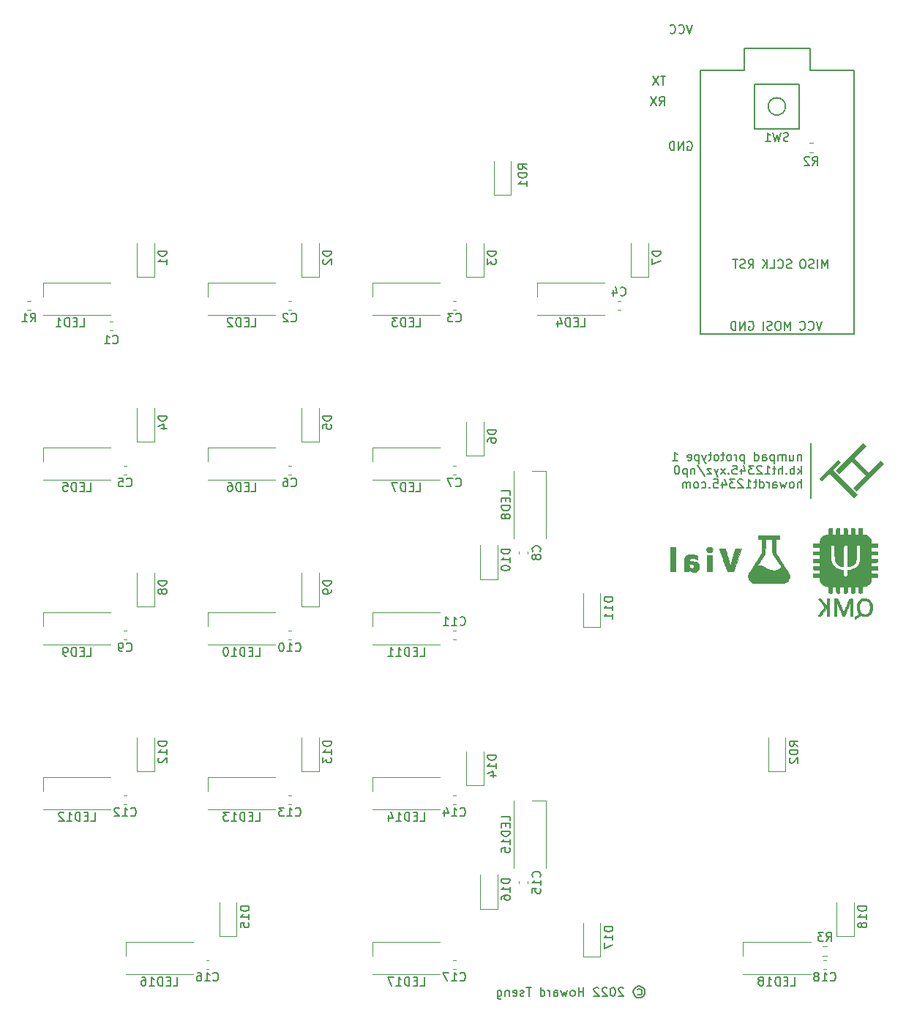
<source format=gbr>
%TF.GenerationSoftware,KiCad,Pcbnew,(6.0.0)*%
%TF.CreationDate,2022-02-03T18:26:45-05:00*%
%TF.ProjectId,numpad,6e756d70-6164-42e6-9b69-6361645f7063,rev?*%
%TF.SameCoordinates,Original*%
%TF.FileFunction,Legend,Bot*%
%TF.FilePolarity,Positive*%
%FSLAX46Y46*%
G04 Gerber Fmt 4.6, Leading zero omitted, Abs format (unit mm)*
G04 Created by KiCad (PCBNEW (6.0.0)) date 2022-02-03 18:26:45*
%MOMM*%
%LPD*%
G01*
G04 APERTURE LIST*
%ADD10C,0.150000*%
%ADD11C,0.120000*%
%ADD12C,0.010000*%
G04 APERTURE END LIST*
D10*
X173820300Y-110324300D02*
X173820300Y-116673900D01*
X156255576Y-71333930D02*
X156588909Y-70857740D01*
X156827004Y-71333930D02*
X156827004Y-70333930D01*
X156446052Y-70333930D01*
X156350814Y-70381550D01*
X156303195Y-70429169D01*
X156255576Y-70524407D01*
X156255576Y-70667264D01*
X156303195Y-70762502D01*
X156350814Y-70810121D01*
X156446052Y-70857740D01*
X156827004Y-70857740D01*
X155922242Y-70333930D02*
X155255576Y-71333930D01*
X155255576Y-70333930D02*
X155922242Y-71333930D01*
X159512004Y-75546200D02*
X159607242Y-75498580D01*
X159750100Y-75498580D01*
X159892957Y-75546200D01*
X159988195Y-75641438D01*
X160035814Y-75736676D01*
X160083433Y-75927152D01*
X160083433Y-76070009D01*
X160035814Y-76260485D01*
X159988195Y-76355723D01*
X159892957Y-76450961D01*
X159750100Y-76498580D01*
X159654861Y-76498580D01*
X159512004Y-76450961D01*
X159464385Y-76403342D01*
X159464385Y-76070009D01*
X159654861Y-76070009D01*
X159035814Y-76498580D02*
X159035814Y-75498580D01*
X158464385Y-76498580D01*
X158464385Y-75498580D01*
X157988195Y-76498580D02*
X157988195Y-75498580D01*
X157750100Y-75498580D01*
X157607242Y-75546200D01*
X157512004Y-75641438D01*
X157464385Y-75736676D01*
X157416766Y-75927152D01*
X157416766Y-76070009D01*
X157464385Y-76260485D01*
X157512004Y-76355723D01*
X157607242Y-76450961D01*
X157750100Y-76498580D01*
X157988195Y-76498580D01*
X160088383Y-62004830D02*
X159755050Y-63004830D01*
X159421716Y-62004830D01*
X158516954Y-62909592D02*
X158564573Y-62957211D01*
X158707430Y-63004830D01*
X158802669Y-63004830D01*
X158945526Y-62957211D01*
X159040764Y-62861973D01*
X159088383Y-62766735D01*
X159136002Y-62576259D01*
X159136002Y-62433402D01*
X159088383Y-62242926D01*
X159040764Y-62147688D01*
X158945526Y-62052450D01*
X158802669Y-62004830D01*
X158707430Y-62004830D01*
X158564573Y-62052450D01*
X158516954Y-62100069D01*
X157516954Y-62909592D02*
X157564573Y-62957211D01*
X157707430Y-63004830D01*
X157802669Y-63004830D01*
X157945526Y-62957211D01*
X158040764Y-62861973D01*
X158088383Y-62766735D01*
X158136002Y-62576259D01*
X158136002Y-62433402D01*
X158088383Y-62242926D01*
X158040764Y-62147688D01*
X157945526Y-62052450D01*
X157802669Y-62004830D01*
X157707430Y-62004830D01*
X157564573Y-62052450D01*
X157516954Y-62100069D01*
X166622145Y-96331650D02*
X166717383Y-96284030D01*
X166860240Y-96284030D01*
X167003097Y-96331650D01*
X167098335Y-96426888D01*
X167145954Y-96522126D01*
X167193573Y-96712602D01*
X167193573Y-96855459D01*
X167145954Y-97045935D01*
X167098335Y-97141173D01*
X167003097Y-97236411D01*
X166860240Y-97284030D01*
X166765002Y-97284030D01*
X166622145Y-97236411D01*
X166574526Y-97188792D01*
X166574526Y-96855459D01*
X166765002Y-96855459D01*
X166145954Y-97284030D02*
X166145954Y-96284030D01*
X165574526Y-97284030D01*
X165574526Y-96284030D01*
X165098335Y-97284030D02*
X165098335Y-96284030D01*
X164860240Y-96284030D01*
X164717383Y-96331650D01*
X164622145Y-96426888D01*
X164574526Y-96522126D01*
X164526907Y-96712602D01*
X164526907Y-96855459D01*
X164574526Y-97045935D01*
X164622145Y-97141173D01*
X164717383Y-97236411D01*
X164860240Y-97284030D01*
X165098335Y-97284030D01*
X171434078Y-97284030D02*
X171434078Y-96284030D01*
X171100745Y-96998316D01*
X170767411Y-96284030D01*
X170767411Y-97284030D01*
X170100745Y-96284030D02*
X169910269Y-96284030D01*
X169815030Y-96331650D01*
X169719792Y-96426888D01*
X169672173Y-96617364D01*
X169672173Y-96950697D01*
X169719792Y-97141173D01*
X169815030Y-97236411D01*
X169910269Y-97284030D01*
X170100745Y-97284030D01*
X170195983Y-97236411D01*
X170291221Y-97141173D01*
X170338840Y-96950697D01*
X170338840Y-96617364D01*
X170291221Y-96426888D01*
X170195983Y-96331650D01*
X170100745Y-96284030D01*
X169291221Y-97236411D02*
X169148364Y-97284030D01*
X168910269Y-97284030D01*
X168815030Y-97236411D01*
X168767411Y-97188792D01*
X168719792Y-97093554D01*
X168719792Y-96998316D01*
X168767411Y-96903078D01*
X168815030Y-96855459D01*
X168910269Y-96807840D01*
X169100745Y-96760221D01*
X169195983Y-96712602D01*
X169243602Y-96664983D01*
X169291221Y-96569745D01*
X169291221Y-96474507D01*
X169243602Y-96379269D01*
X169195983Y-96331650D01*
X169100745Y-96284030D01*
X168862650Y-96284030D01*
X168719792Y-96331650D01*
X168291221Y-97284030D02*
X168291221Y-96284030D01*
X175103154Y-96284030D02*
X174769821Y-97284030D01*
X174436488Y-96284030D01*
X173531726Y-97188792D02*
X173579345Y-97236411D01*
X173722202Y-97284030D01*
X173817440Y-97284030D01*
X173960297Y-97236411D01*
X174055535Y-97141173D01*
X174103154Y-97045935D01*
X174150773Y-96855459D01*
X174150773Y-96712602D01*
X174103154Y-96522126D01*
X174055535Y-96426888D01*
X173960297Y-96331650D01*
X173817440Y-96284030D01*
X173722202Y-96284030D01*
X173579345Y-96331650D01*
X173531726Y-96379269D01*
X172531726Y-97188792D02*
X172579345Y-97236411D01*
X172722202Y-97284030D01*
X172817440Y-97284030D01*
X172960297Y-97236411D01*
X173055535Y-97141173D01*
X173103154Y-97045935D01*
X173150773Y-96855459D01*
X173150773Y-96712602D01*
X173103154Y-96522126D01*
X173055535Y-96426888D01*
X172960297Y-96331650D01*
X172817440Y-96284030D01*
X172722202Y-96284030D01*
X172579345Y-96331650D01*
X172531726Y-96379269D01*
X175722202Y-90140730D02*
X175722202Y-89140730D01*
X175388869Y-89855016D01*
X175055535Y-89140730D01*
X175055535Y-90140730D01*
X174579345Y-90140730D02*
X174579345Y-89140730D01*
X174150773Y-90093111D02*
X174007916Y-90140730D01*
X173769821Y-90140730D01*
X173674583Y-90093111D01*
X173626964Y-90045492D01*
X173579345Y-89950254D01*
X173579345Y-89855016D01*
X173626964Y-89759778D01*
X173674583Y-89712159D01*
X173769821Y-89664540D01*
X173960297Y-89616921D01*
X174055535Y-89569302D01*
X174103154Y-89521683D01*
X174150773Y-89426445D01*
X174150773Y-89331207D01*
X174103154Y-89235969D01*
X174055535Y-89188350D01*
X173960297Y-89140730D01*
X173722202Y-89140730D01*
X173579345Y-89188350D01*
X172960297Y-89140730D02*
X172769821Y-89140730D01*
X172674583Y-89188350D01*
X172579345Y-89283588D01*
X172531726Y-89474064D01*
X172531726Y-89807397D01*
X172579345Y-89997873D01*
X172674583Y-90093111D01*
X172769821Y-90140730D01*
X172960297Y-90140730D01*
X173055535Y-90093111D01*
X173150773Y-89997873D01*
X173198392Y-89807397D01*
X173198392Y-89474064D01*
X173150773Y-89283588D01*
X173055535Y-89188350D01*
X172960297Y-89140730D01*
X171553126Y-90093111D02*
X171410269Y-90140730D01*
X171172173Y-90140730D01*
X171076935Y-90093111D01*
X171029316Y-90045492D01*
X170981697Y-89950254D01*
X170981697Y-89855016D01*
X171029316Y-89759778D01*
X171076935Y-89712159D01*
X171172173Y-89664540D01*
X171362650Y-89616921D01*
X171457888Y-89569302D01*
X171505507Y-89521683D01*
X171553126Y-89426445D01*
X171553126Y-89331207D01*
X171505507Y-89235969D01*
X171457888Y-89188350D01*
X171362650Y-89140730D01*
X171124554Y-89140730D01*
X170981697Y-89188350D01*
X169981697Y-90045492D02*
X170029316Y-90093111D01*
X170172173Y-90140730D01*
X170267411Y-90140730D01*
X170410269Y-90093111D01*
X170505507Y-89997873D01*
X170553126Y-89902635D01*
X170600745Y-89712159D01*
X170600745Y-89569302D01*
X170553126Y-89378826D01*
X170505507Y-89283588D01*
X170410269Y-89188350D01*
X170267411Y-89140730D01*
X170172173Y-89140730D01*
X170029316Y-89188350D01*
X169981697Y-89235969D01*
X169076935Y-90140730D02*
X169553126Y-90140730D01*
X169553126Y-89140730D01*
X168743602Y-90140730D02*
X168743602Y-89140730D01*
X168172173Y-90140730D02*
X168600745Y-89569302D01*
X168172173Y-89140730D02*
X168743602Y-89712159D01*
X166574526Y-90140730D02*
X166907859Y-89664540D01*
X167145954Y-90140730D02*
X167145954Y-89140730D01*
X166765002Y-89140730D01*
X166669764Y-89188350D01*
X166622145Y-89235969D01*
X166574526Y-89331207D01*
X166574526Y-89474064D01*
X166622145Y-89569302D01*
X166669764Y-89616921D01*
X166765002Y-89664540D01*
X167145954Y-89664540D01*
X166193573Y-90093111D02*
X166050716Y-90140730D01*
X165812621Y-90140730D01*
X165717383Y-90093111D01*
X165669764Y-90045492D01*
X165622145Y-89950254D01*
X165622145Y-89855016D01*
X165669764Y-89759778D01*
X165717383Y-89712159D01*
X165812621Y-89664540D01*
X166003097Y-89616921D01*
X166098335Y-89569302D01*
X166145954Y-89521683D01*
X166193573Y-89426445D01*
X166193573Y-89331207D01*
X166145954Y-89235969D01*
X166098335Y-89188350D01*
X166003097Y-89140730D01*
X165765002Y-89140730D01*
X165622145Y-89188350D01*
X165336430Y-89140730D02*
X164765002Y-89140730D01*
X165050716Y-90140730D02*
X165050716Y-89140730D01*
X172691007Y-113951493D02*
X172691007Y-112951493D01*
X172595769Y-113570541D02*
X172310055Y-113951493D01*
X172310055Y-113284827D02*
X172691007Y-113665779D01*
X171881483Y-113951493D02*
X171881483Y-112951493D01*
X171881483Y-113332446D02*
X171786245Y-113284827D01*
X171595769Y-113284827D01*
X171500531Y-113332446D01*
X171452912Y-113380065D01*
X171405293Y-113475303D01*
X171405293Y-113761017D01*
X171452912Y-113856255D01*
X171500531Y-113903874D01*
X171595769Y-113951493D01*
X171786245Y-113951493D01*
X171881483Y-113903874D01*
X170976722Y-113856255D02*
X170929103Y-113903874D01*
X170976722Y-113951493D01*
X171024341Y-113903874D01*
X170976722Y-113856255D01*
X170976722Y-113951493D01*
X170500531Y-113951493D02*
X170500531Y-112951493D01*
X170071960Y-113951493D02*
X170071960Y-113427684D01*
X170119579Y-113332446D01*
X170214817Y-113284827D01*
X170357674Y-113284827D01*
X170452912Y-113332446D01*
X170500531Y-113380065D01*
X169738626Y-113284827D02*
X169357674Y-113284827D01*
X169595769Y-112951493D02*
X169595769Y-113808636D01*
X169548150Y-113903874D01*
X169452912Y-113951493D01*
X169357674Y-113951493D01*
X168500531Y-113951493D02*
X169071960Y-113951493D01*
X168786245Y-113951493D02*
X168786245Y-112951493D01*
X168881483Y-113094351D01*
X168976722Y-113189589D01*
X169071960Y-113237208D01*
X168119579Y-113046732D02*
X168071960Y-112999113D01*
X167976722Y-112951493D01*
X167738626Y-112951493D01*
X167643388Y-112999113D01*
X167595769Y-113046732D01*
X167548150Y-113141970D01*
X167548150Y-113237208D01*
X167595769Y-113380065D01*
X168167198Y-113951493D01*
X167548150Y-113951493D01*
X167214817Y-112951493D02*
X166595769Y-112951493D01*
X166929103Y-113332446D01*
X166786245Y-113332446D01*
X166691007Y-113380065D01*
X166643388Y-113427684D01*
X166595769Y-113522922D01*
X166595769Y-113761017D01*
X166643388Y-113856255D01*
X166691007Y-113903874D01*
X166786245Y-113951493D01*
X167071960Y-113951493D01*
X167167198Y-113903874D01*
X167214817Y-113856255D01*
X165738626Y-113284827D02*
X165738626Y-113951493D01*
X165976722Y-112903874D02*
X166214817Y-113618160D01*
X165595769Y-113618160D01*
X164738626Y-112951493D02*
X165214817Y-112951493D01*
X165262436Y-113427684D01*
X165214817Y-113380065D01*
X165119579Y-113332446D01*
X164881483Y-113332446D01*
X164786245Y-113380065D01*
X164738626Y-113427684D01*
X164691007Y-113522922D01*
X164691007Y-113761017D01*
X164738626Y-113856255D01*
X164786245Y-113903874D01*
X164881483Y-113951493D01*
X165119579Y-113951493D01*
X165214817Y-113903874D01*
X165262436Y-113856255D01*
X164262436Y-113856255D02*
X164214817Y-113903874D01*
X164262436Y-113951493D01*
X164310055Y-113903874D01*
X164262436Y-113856255D01*
X164262436Y-113951493D01*
X163881483Y-113951493D02*
X163357674Y-113284827D01*
X163881483Y-113284827D02*
X163357674Y-113951493D01*
X163071960Y-113284827D02*
X162833864Y-113951493D01*
X162595769Y-113284827D02*
X162833864Y-113951493D01*
X162929103Y-114189589D01*
X162976722Y-114237208D01*
X163071960Y-114284827D01*
X162310055Y-113284827D02*
X161786245Y-113284827D01*
X162310055Y-113951493D01*
X161786245Y-113951493D01*
X160691007Y-112903874D02*
X161548150Y-114189589D01*
X160357674Y-113284827D02*
X160357674Y-113951493D01*
X160357674Y-113380065D02*
X160310055Y-113332446D01*
X160214817Y-113284827D01*
X160071960Y-113284827D01*
X159976722Y-113332446D01*
X159929103Y-113427684D01*
X159929103Y-113951493D01*
X159452912Y-113284827D02*
X159452912Y-114284827D01*
X159452912Y-113332446D02*
X159357674Y-113284827D01*
X159167198Y-113284827D01*
X159071960Y-113332446D01*
X159024341Y-113380065D01*
X158976722Y-113475303D01*
X158976722Y-113761017D01*
X159024341Y-113856255D01*
X159071960Y-113903874D01*
X159167198Y-113951493D01*
X159357674Y-113951493D01*
X159452912Y-113903874D01*
X158357674Y-112951493D02*
X158262436Y-112951493D01*
X158167198Y-112999113D01*
X158119579Y-113046732D01*
X158071960Y-113141970D01*
X158024341Y-113332446D01*
X158024341Y-113570541D01*
X158071960Y-113761017D01*
X158119579Y-113856255D01*
X158167198Y-113903874D01*
X158262436Y-113951493D01*
X158357674Y-113951493D01*
X158452912Y-113903874D01*
X158500531Y-113856255D01*
X158548150Y-113761017D01*
X158595769Y-113570541D01*
X158595769Y-113332446D01*
X158548150Y-113141970D01*
X158500531Y-113046732D01*
X158452912Y-112999113D01*
X158357674Y-112951493D01*
X172691004Y-111697414D02*
X172691004Y-112364080D01*
X172691004Y-111792652D02*
X172643385Y-111745033D01*
X172548147Y-111697414D01*
X172405290Y-111697414D01*
X172310052Y-111745033D01*
X172262433Y-111840271D01*
X172262433Y-112364080D01*
X171357671Y-111697414D02*
X171357671Y-112364080D01*
X171786242Y-111697414D02*
X171786242Y-112221223D01*
X171738623Y-112316461D01*
X171643385Y-112364080D01*
X171500528Y-112364080D01*
X171405290Y-112316461D01*
X171357671Y-112268842D01*
X170881480Y-112364080D02*
X170881480Y-111697414D01*
X170881480Y-111792652D02*
X170833861Y-111745033D01*
X170738623Y-111697414D01*
X170595766Y-111697414D01*
X170500528Y-111745033D01*
X170452909Y-111840271D01*
X170452909Y-112364080D01*
X170452909Y-111840271D02*
X170405290Y-111745033D01*
X170310052Y-111697414D01*
X170167195Y-111697414D01*
X170071957Y-111745033D01*
X170024338Y-111840271D01*
X170024338Y-112364080D01*
X169548147Y-111697414D02*
X169548147Y-112697414D01*
X169548147Y-111745033D02*
X169452909Y-111697414D01*
X169262433Y-111697414D01*
X169167195Y-111745033D01*
X169119576Y-111792652D01*
X169071957Y-111887890D01*
X169071957Y-112173604D01*
X169119576Y-112268842D01*
X169167195Y-112316461D01*
X169262433Y-112364080D01*
X169452909Y-112364080D01*
X169548147Y-112316461D01*
X168214814Y-112364080D02*
X168214814Y-111840271D01*
X168262433Y-111745033D01*
X168357671Y-111697414D01*
X168548147Y-111697414D01*
X168643385Y-111745033D01*
X168214814Y-112316461D02*
X168310052Y-112364080D01*
X168548147Y-112364080D01*
X168643385Y-112316461D01*
X168691004Y-112221223D01*
X168691004Y-112125985D01*
X168643385Y-112030747D01*
X168548147Y-111983128D01*
X168310052Y-111983128D01*
X168214814Y-111935509D01*
X167310052Y-112364080D02*
X167310052Y-111364080D01*
X167310052Y-112316461D02*
X167405290Y-112364080D01*
X167595766Y-112364080D01*
X167691004Y-112316461D01*
X167738623Y-112268842D01*
X167786242Y-112173604D01*
X167786242Y-111887890D01*
X167738623Y-111792652D01*
X167691004Y-111745033D01*
X167595766Y-111697414D01*
X167405290Y-111697414D01*
X167310052Y-111745033D01*
X166071957Y-111697414D02*
X166071957Y-112697414D01*
X166071957Y-111745033D02*
X165976719Y-111697414D01*
X165786242Y-111697414D01*
X165691004Y-111745033D01*
X165643385Y-111792652D01*
X165595766Y-111887890D01*
X165595766Y-112173604D01*
X165643385Y-112268842D01*
X165691004Y-112316461D01*
X165786242Y-112364080D01*
X165976719Y-112364080D01*
X166071957Y-112316461D01*
X165167195Y-112364080D02*
X165167195Y-111697414D01*
X165167195Y-111887890D02*
X165119576Y-111792652D01*
X165071957Y-111745033D01*
X164976719Y-111697414D01*
X164881480Y-111697414D01*
X164405290Y-112364080D02*
X164500528Y-112316461D01*
X164548147Y-112268842D01*
X164595766Y-112173604D01*
X164595766Y-111887890D01*
X164548147Y-111792652D01*
X164500528Y-111745033D01*
X164405290Y-111697414D01*
X164262433Y-111697414D01*
X164167195Y-111745033D01*
X164119576Y-111792652D01*
X164071957Y-111887890D01*
X164071957Y-112173604D01*
X164119576Y-112268842D01*
X164167195Y-112316461D01*
X164262433Y-112364080D01*
X164405290Y-112364080D01*
X163786242Y-111697414D02*
X163405290Y-111697414D01*
X163643385Y-111364080D02*
X163643385Y-112221223D01*
X163595766Y-112316461D01*
X163500528Y-112364080D01*
X163405290Y-112364080D01*
X162929100Y-112364080D02*
X163024338Y-112316461D01*
X163071957Y-112268842D01*
X163119576Y-112173604D01*
X163119576Y-111887890D01*
X163071957Y-111792652D01*
X163024338Y-111745033D01*
X162929100Y-111697414D01*
X162786242Y-111697414D01*
X162691004Y-111745033D01*
X162643385Y-111792652D01*
X162595766Y-111887890D01*
X162595766Y-112173604D01*
X162643385Y-112268842D01*
X162691004Y-112316461D01*
X162786242Y-112364080D01*
X162929100Y-112364080D01*
X162310052Y-111697414D02*
X161929100Y-111697414D01*
X162167195Y-111364080D02*
X162167195Y-112221223D01*
X162119576Y-112316461D01*
X162024338Y-112364080D01*
X161929100Y-112364080D01*
X161691004Y-111697414D02*
X161452909Y-112364080D01*
X161214814Y-111697414D02*
X161452909Y-112364080D01*
X161548147Y-112602176D01*
X161595766Y-112649795D01*
X161691004Y-112697414D01*
X160833861Y-111697414D02*
X160833861Y-112697414D01*
X160833861Y-111745033D02*
X160738623Y-111697414D01*
X160548147Y-111697414D01*
X160452909Y-111745033D01*
X160405290Y-111792652D01*
X160357671Y-111887890D01*
X160357671Y-112173604D01*
X160405290Y-112268842D01*
X160452909Y-112316461D01*
X160548147Y-112364080D01*
X160738623Y-112364080D01*
X160833861Y-112316461D01*
X159548147Y-112316461D02*
X159643385Y-112364080D01*
X159833861Y-112364080D01*
X159929100Y-112316461D01*
X159976719Y-112221223D01*
X159976719Y-111840271D01*
X159929100Y-111745033D01*
X159833861Y-111697414D01*
X159643385Y-111697414D01*
X159548147Y-111745033D01*
X159500528Y-111840271D01*
X159500528Y-111935509D01*
X159976719Y-112030747D01*
X157786242Y-112364080D02*
X158357671Y-112364080D01*
X158071957Y-112364080D02*
X158071957Y-111364080D01*
X158167195Y-111506938D01*
X158262433Y-111602176D01*
X158357671Y-111649795D01*
X172691004Y-115538880D02*
X172691004Y-114538880D01*
X172262433Y-115538880D02*
X172262433Y-115015071D01*
X172310052Y-114919833D01*
X172405290Y-114872214D01*
X172548147Y-114872214D01*
X172643385Y-114919833D01*
X172691004Y-114967452D01*
X171643385Y-115538880D02*
X171738623Y-115491261D01*
X171786242Y-115443642D01*
X171833861Y-115348404D01*
X171833861Y-115062690D01*
X171786242Y-114967452D01*
X171738623Y-114919833D01*
X171643385Y-114872214D01*
X171500528Y-114872214D01*
X171405290Y-114919833D01*
X171357671Y-114967452D01*
X171310052Y-115062690D01*
X171310052Y-115348404D01*
X171357671Y-115443642D01*
X171405290Y-115491261D01*
X171500528Y-115538880D01*
X171643385Y-115538880D01*
X170976719Y-114872214D02*
X170786242Y-115538880D01*
X170595766Y-115062690D01*
X170405290Y-115538880D01*
X170214814Y-114872214D01*
X169405290Y-115538880D02*
X169405290Y-115015071D01*
X169452909Y-114919833D01*
X169548147Y-114872214D01*
X169738623Y-114872214D01*
X169833861Y-114919833D01*
X169405290Y-115491261D02*
X169500528Y-115538880D01*
X169738623Y-115538880D01*
X169833861Y-115491261D01*
X169881480Y-115396023D01*
X169881480Y-115300785D01*
X169833861Y-115205547D01*
X169738623Y-115157928D01*
X169500528Y-115157928D01*
X169405290Y-115110309D01*
X168929100Y-115538880D02*
X168929100Y-114872214D01*
X168929100Y-115062690D02*
X168881480Y-114967452D01*
X168833861Y-114919833D01*
X168738623Y-114872214D01*
X168643385Y-114872214D01*
X167881480Y-115538880D02*
X167881480Y-114538880D01*
X167881480Y-115491261D02*
X167976719Y-115538880D01*
X168167195Y-115538880D01*
X168262433Y-115491261D01*
X168310052Y-115443642D01*
X168357671Y-115348404D01*
X168357671Y-115062690D01*
X168310052Y-114967452D01*
X168262433Y-114919833D01*
X168167195Y-114872214D01*
X167976719Y-114872214D01*
X167881480Y-114919833D01*
X167548147Y-114872214D02*
X167167195Y-114872214D01*
X167405290Y-114538880D02*
X167405290Y-115396023D01*
X167357671Y-115491261D01*
X167262433Y-115538880D01*
X167167195Y-115538880D01*
X166310052Y-115538880D02*
X166881480Y-115538880D01*
X166595766Y-115538880D02*
X166595766Y-114538880D01*
X166691004Y-114681738D01*
X166786242Y-114776976D01*
X166881480Y-114824595D01*
X165929100Y-114634119D02*
X165881480Y-114586500D01*
X165786242Y-114538880D01*
X165548147Y-114538880D01*
X165452909Y-114586500D01*
X165405290Y-114634119D01*
X165357671Y-114729357D01*
X165357671Y-114824595D01*
X165405290Y-114967452D01*
X165976719Y-115538880D01*
X165357671Y-115538880D01*
X165024338Y-114538880D02*
X164405290Y-114538880D01*
X164738623Y-114919833D01*
X164595766Y-114919833D01*
X164500528Y-114967452D01*
X164452909Y-115015071D01*
X164405290Y-115110309D01*
X164405290Y-115348404D01*
X164452909Y-115443642D01*
X164500528Y-115491261D01*
X164595766Y-115538880D01*
X164881480Y-115538880D01*
X164976719Y-115491261D01*
X165024338Y-115443642D01*
X163548147Y-114872214D02*
X163548147Y-115538880D01*
X163786242Y-114491261D02*
X164024338Y-115205547D01*
X163405290Y-115205547D01*
X162548147Y-114538880D02*
X163024338Y-114538880D01*
X163071957Y-115015071D01*
X163024338Y-114967452D01*
X162929100Y-114919833D01*
X162691004Y-114919833D01*
X162595766Y-114967452D01*
X162548147Y-115015071D01*
X162500528Y-115110309D01*
X162500528Y-115348404D01*
X162548147Y-115443642D01*
X162595766Y-115491261D01*
X162691004Y-115538880D01*
X162929100Y-115538880D01*
X163024338Y-115491261D01*
X163071957Y-115443642D01*
X162071957Y-115443642D02*
X162024338Y-115491261D01*
X162071957Y-115538880D01*
X162119576Y-115491261D01*
X162071957Y-115443642D01*
X162071957Y-115538880D01*
X161167195Y-115491261D02*
X161262433Y-115538880D01*
X161452909Y-115538880D01*
X161548147Y-115491261D01*
X161595766Y-115443642D01*
X161643385Y-115348404D01*
X161643385Y-115062690D01*
X161595766Y-114967452D01*
X161548147Y-114919833D01*
X161452909Y-114872214D01*
X161262433Y-114872214D01*
X161167195Y-114919833D01*
X160595766Y-115538880D02*
X160691004Y-115491261D01*
X160738623Y-115443642D01*
X160786242Y-115348404D01*
X160786242Y-115062690D01*
X160738623Y-114967452D01*
X160691004Y-114919833D01*
X160595766Y-114872214D01*
X160452909Y-114872214D01*
X160357671Y-114919833D01*
X160310052Y-114967452D01*
X160262433Y-115062690D01*
X160262433Y-115348404D01*
X160310052Y-115443642D01*
X160357671Y-115491261D01*
X160452909Y-115538880D01*
X160595766Y-115538880D01*
X159833861Y-115538880D02*
X159833861Y-114872214D01*
X159833861Y-114967452D02*
X159786242Y-114919833D01*
X159691004Y-114872214D01*
X159548147Y-114872214D01*
X159452909Y-114919833D01*
X159405290Y-115015071D01*
X159405290Y-115538880D01*
X159405290Y-115015071D02*
X159357671Y-114919833D01*
X159262433Y-114872214D01*
X159119576Y-114872214D01*
X159024338Y-114919833D01*
X158976719Y-115015071D01*
X158976719Y-115538880D01*
X153731276Y-173510776D02*
X153826514Y-173463157D01*
X154016990Y-173463157D01*
X154112228Y-173510776D01*
X154207466Y-173606014D01*
X154255085Y-173701252D01*
X154255085Y-173891728D01*
X154207466Y-173986966D01*
X154112228Y-174082204D01*
X154016990Y-174129823D01*
X153826514Y-174129823D01*
X153731276Y-174082204D01*
X153921752Y-173129823D02*
X154159847Y-173177442D01*
X154397942Y-173320300D01*
X154540800Y-173558395D01*
X154588419Y-173796490D01*
X154540800Y-174034585D01*
X154397942Y-174272680D01*
X154159847Y-174415538D01*
X153921752Y-174463157D01*
X153683657Y-174415538D01*
X153445561Y-174272680D01*
X153302704Y-174034585D01*
X153255085Y-173796490D01*
X153302704Y-173558395D01*
X153445561Y-173320300D01*
X153683657Y-173177442D01*
X153921752Y-173129823D01*
X152112228Y-173367919D02*
X152064609Y-173320300D01*
X151969371Y-173272680D01*
X151731276Y-173272680D01*
X151636038Y-173320300D01*
X151588419Y-173367919D01*
X151540800Y-173463157D01*
X151540800Y-173558395D01*
X151588419Y-173701252D01*
X152159847Y-174272680D01*
X151540800Y-174272680D01*
X150921752Y-173272680D02*
X150826514Y-173272680D01*
X150731276Y-173320300D01*
X150683657Y-173367919D01*
X150636038Y-173463157D01*
X150588419Y-173653633D01*
X150588419Y-173891728D01*
X150636038Y-174082204D01*
X150683657Y-174177442D01*
X150731276Y-174225061D01*
X150826514Y-174272680D01*
X150921752Y-174272680D01*
X151016990Y-174225061D01*
X151064609Y-174177442D01*
X151112228Y-174082204D01*
X151159847Y-173891728D01*
X151159847Y-173653633D01*
X151112228Y-173463157D01*
X151064609Y-173367919D01*
X151016990Y-173320300D01*
X150921752Y-173272680D01*
X150207466Y-173367919D02*
X150159847Y-173320300D01*
X150064609Y-173272680D01*
X149826514Y-173272680D01*
X149731276Y-173320300D01*
X149683657Y-173367919D01*
X149636038Y-173463157D01*
X149636038Y-173558395D01*
X149683657Y-173701252D01*
X150255085Y-174272680D01*
X149636038Y-174272680D01*
X149255085Y-173367919D02*
X149207466Y-173320300D01*
X149112228Y-173272680D01*
X148874133Y-173272680D01*
X148778895Y-173320300D01*
X148731276Y-173367919D01*
X148683657Y-173463157D01*
X148683657Y-173558395D01*
X148731276Y-173701252D01*
X149302704Y-174272680D01*
X148683657Y-174272680D01*
X147493180Y-174272680D02*
X147493180Y-173272680D01*
X147493180Y-173748871D02*
X146921752Y-173748871D01*
X146921752Y-174272680D02*
X146921752Y-173272680D01*
X146302704Y-174272680D02*
X146397942Y-174225061D01*
X146445561Y-174177442D01*
X146493180Y-174082204D01*
X146493180Y-173796490D01*
X146445561Y-173701252D01*
X146397942Y-173653633D01*
X146302704Y-173606014D01*
X146159847Y-173606014D01*
X146064609Y-173653633D01*
X146016990Y-173701252D01*
X145969371Y-173796490D01*
X145969371Y-174082204D01*
X146016990Y-174177442D01*
X146064609Y-174225061D01*
X146159847Y-174272680D01*
X146302704Y-174272680D01*
X145636038Y-173606014D02*
X145445561Y-174272680D01*
X145255085Y-173796490D01*
X145064609Y-174272680D01*
X144874133Y-173606014D01*
X144064609Y-174272680D02*
X144064609Y-173748871D01*
X144112228Y-173653633D01*
X144207466Y-173606014D01*
X144397942Y-173606014D01*
X144493180Y-173653633D01*
X144064609Y-174225061D02*
X144159847Y-174272680D01*
X144397942Y-174272680D01*
X144493180Y-174225061D01*
X144540800Y-174129823D01*
X144540800Y-174034585D01*
X144493180Y-173939347D01*
X144397942Y-173891728D01*
X144159847Y-173891728D01*
X144064609Y-173844109D01*
X143588419Y-174272680D02*
X143588419Y-173606014D01*
X143588419Y-173796490D02*
X143540800Y-173701252D01*
X143493180Y-173653633D01*
X143397942Y-173606014D01*
X143302704Y-173606014D01*
X142540800Y-174272680D02*
X142540800Y-173272680D01*
X142540800Y-174225061D02*
X142636038Y-174272680D01*
X142826514Y-174272680D01*
X142921752Y-174225061D01*
X142969371Y-174177442D01*
X143016990Y-174082204D01*
X143016990Y-173796490D01*
X142969371Y-173701252D01*
X142921752Y-173653633D01*
X142826514Y-173606014D01*
X142636038Y-173606014D01*
X142540800Y-173653633D01*
X141445561Y-173272680D02*
X140874133Y-173272680D01*
X141159847Y-174272680D02*
X141159847Y-173272680D01*
X140588419Y-174225061D02*
X140493180Y-174272680D01*
X140302704Y-174272680D01*
X140207466Y-174225061D01*
X140159847Y-174129823D01*
X140159847Y-174082204D01*
X140207466Y-173986966D01*
X140302704Y-173939347D01*
X140445561Y-173939347D01*
X140540800Y-173891728D01*
X140588419Y-173796490D01*
X140588419Y-173748871D01*
X140540800Y-173653633D01*
X140445561Y-173606014D01*
X140302704Y-173606014D01*
X140207466Y-173653633D01*
X139350323Y-174225061D02*
X139445561Y-174272680D01*
X139636038Y-174272680D01*
X139731276Y-174225061D01*
X139778895Y-174129823D01*
X139778895Y-173748871D01*
X139731276Y-173653633D01*
X139636038Y-173606014D01*
X139445561Y-173606014D01*
X139350323Y-173653633D01*
X139302704Y-173748871D01*
X139302704Y-173844109D01*
X139778895Y-173939347D01*
X138874133Y-173606014D02*
X138874133Y-174272680D01*
X138874133Y-173701252D02*
X138826514Y-173653633D01*
X138731276Y-173606014D01*
X138588419Y-173606014D01*
X138493180Y-173653633D01*
X138445561Y-173748871D01*
X138445561Y-174272680D01*
X137540800Y-173606014D02*
X137540800Y-174415538D01*
X137588419Y-174510776D01*
X137636038Y-174558395D01*
X137731276Y-174606014D01*
X137874133Y-174606014D01*
X137969371Y-174558395D01*
X137540800Y-174225061D02*
X137636038Y-174272680D01*
X137826514Y-174272680D01*
X137921752Y-174225061D01*
X137969371Y-174177442D01*
X138016990Y-174082204D01*
X138016990Y-173796490D01*
X137969371Y-173701252D01*
X137921752Y-173653633D01*
X137826514Y-173606014D01*
X137636038Y-173606014D01*
X137540800Y-173653633D01*
X156969861Y-67952830D02*
X156398433Y-67952830D01*
X156684147Y-68952830D02*
X156684147Y-67952830D01*
X156160338Y-67952830D02*
X155493671Y-68952830D01*
X155493671Y-67952830D02*
X156160338Y-68952830D01*
%TO.C,R2*%
X173997916Y-78239880D02*
X174331250Y-77763690D01*
X174569345Y-78239880D02*
X174569345Y-77239880D01*
X174188392Y-77239880D01*
X174093154Y-77287500D01*
X174045535Y-77335119D01*
X173997916Y-77430357D01*
X173997916Y-77573214D01*
X174045535Y-77668452D01*
X174093154Y-77716071D01*
X174188392Y-77763690D01*
X174569345Y-77763690D01*
X173616964Y-77335119D02*
X173569345Y-77287500D01*
X173474107Y-77239880D01*
X173236011Y-77239880D01*
X173140773Y-77287500D01*
X173093154Y-77335119D01*
X173045535Y-77430357D01*
X173045535Y-77525595D01*
X173093154Y-77668452D01*
X173664583Y-78239880D01*
X173045535Y-78239880D01*
%TO.C,SW1*%
X171195983Y-75409661D02*
X171053126Y-75457280D01*
X170815030Y-75457280D01*
X170719792Y-75409661D01*
X170672173Y-75362042D01*
X170624554Y-75266804D01*
X170624554Y-75171566D01*
X170672173Y-75076328D01*
X170719792Y-75028709D01*
X170815030Y-74981090D01*
X171005507Y-74933471D01*
X171100745Y-74885852D01*
X171148364Y-74838233D01*
X171195983Y-74742995D01*
X171195983Y-74647757D01*
X171148364Y-74552519D01*
X171100745Y-74504900D01*
X171005507Y-74457280D01*
X170767411Y-74457280D01*
X170624554Y-74504900D01*
X170291221Y-74457280D02*
X170053126Y-75457280D01*
X169862650Y-74742995D01*
X169672173Y-75457280D01*
X169434078Y-74457280D01*
X168529316Y-75457280D02*
X169100745Y-75457280D01*
X168815030Y-75457280D02*
X168815030Y-74457280D01*
X168910269Y-74600138D01*
X169005507Y-74695376D01*
X169100745Y-74742995D01*
%TO.C,D5*%
X118334930Y-107206954D02*
X117334930Y-107206954D01*
X117334930Y-107445050D01*
X117382550Y-107587907D01*
X117477788Y-107683145D01*
X117573026Y-107730764D01*
X117763502Y-107778383D01*
X117906359Y-107778383D01*
X118096835Y-107730764D01*
X118192073Y-107683145D01*
X118287311Y-107587907D01*
X118334930Y-107445050D01*
X118334930Y-107206954D01*
X117334930Y-108683145D02*
X117334930Y-108206954D01*
X117811121Y-108159335D01*
X117763502Y-108206954D01*
X117715883Y-108302192D01*
X117715883Y-108540288D01*
X117763502Y-108635526D01*
X117811121Y-108683145D01*
X117906359Y-108730764D01*
X118144454Y-108730764D01*
X118239692Y-108683145D01*
X118287311Y-108635526D01*
X118334930Y-108540288D01*
X118334930Y-108302192D01*
X118287311Y-108206954D01*
X118239692Y-108159335D01*
%TO.C,D6*%
X137384930Y-108794454D02*
X136384930Y-108794454D01*
X136384930Y-109032550D01*
X136432550Y-109175407D01*
X136527788Y-109270645D01*
X136623026Y-109318264D01*
X136813502Y-109365883D01*
X136956359Y-109365883D01*
X137146835Y-109318264D01*
X137242073Y-109270645D01*
X137337311Y-109175407D01*
X137384930Y-109032550D01*
X137384930Y-108794454D01*
X136384930Y-110223026D02*
X136384930Y-110032550D01*
X136432550Y-109937311D01*
X136480169Y-109889692D01*
X136623026Y-109794454D01*
X136813502Y-109746835D01*
X137194454Y-109746835D01*
X137289692Y-109794454D01*
X137337311Y-109842073D01*
X137384930Y-109937311D01*
X137384930Y-110127788D01*
X137337311Y-110223026D01*
X137289692Y-110270645D01*
X137194454Y-110318264D01*
X136956359Y-110318264D01*
X136861121Y-110270645D01*
X136813502Y-110223026D01*
X136765883Y-110127788D01*
X136765883Y-109937311D01*
X136813502Y-109842073D01*
X136861121Y-109794454D01*
X136956359Y-109746835D01*
%TO.C,D4*%
X99284930Y-107206954D02*
X98284930Y-107206954D01*
X98284930Y-107445050D01*
X98332550Y-107587907D01*
X98427788Y-107683145D01*
X98523026Y-107730764D01*
X98713502Y-107778383D01*
X98856359Y-107778383D01*
X99046835Y-107730764D01*
X99142073Y-107683145D01*
X99237311Y-107587907D01*
X99284930Y-107445050D01*
X99284930Y-107206954D01*
X98618264Y-108635526D02*
X99284930Y-108635526D01*
X98237311Y-108397430D02*
X98951597Y-108159335D01*
X98951597Y-108778383D01*
%TO.C,LED8*%
X138984930Y-116351002D02*
X138984930Y-115874811D01*
X137984930Y-115874811D01*
X138461121Y-116684335D02*
X138461121Y-117017669D01*
X138984930Y-117160526D02*
X138984930Y-116684335D01*
X137984930Y-116684335D01*
X137984930Y-117160526D01*
X138984930Y-117589097D02*
X137984930Y-117589097D01*
X137984930Y-117827192D01*
X138032550Y-117970050D01*
X138127788Y-118065288D01*
X138223026Y-118112907D01*
X138413502Y-118160526D01*
X138556359Y-118160526D01*
X138746835Y-118112907D01*
X138842073Y-118065288D01*
X138937311Y-117970050D01*
X138984930Y-117827192D01*
X138984930Y-117589097D01*
X138413502Y-118731954D02*
X138365883Y-118636716D01*
X138318264Y-118589097D01*
X138223026Y-118541478D01*
X138175407Y-118541478D01*
X138080169Y-118589097D01*
X138032550Y-118636716D01*
X137984930Y-118731954D01*
X137984930Y-118922430D01*
X138032550Y-119017669D01*
X138080169Y-119065288D01*
X138175407Y-119112907D01*
X138223026Y-119112907D01*
X138318264Y-119065288D01*
X138365883Y-119017669D01*
X138413502Y-118922430D01*
X138413502Y-118731954D01*
X138461121Y-118636716D01*
X138508740Y-118589097D01*
X138603978Y-118541478D01*
X138794454Y-118541478D01*
X138889692Y-118589097D01*
X138937311Y-118636716D01*
X138984930Y-118731954D01*
X138984930Y-118922430D01*
X138937311Y-119017669D01*
X138889692Y-119065288D01*
X138794454Y-119112907D01*
X138603978Y-119112907D01*
X138508740Y-119065288D01*
X138461121Y-119017669D01*
X138413502Y-118922430D01*
%TO.C,LED18*%
X171452788Y-173059930D02*
X171928978Y-173059930D01*
X171928978Y-172059930D01*
X171119454Y-172536121D02*
X170786121Y-172536121D01*
X170643264Y-173059930D02*
X171119454Y-173059930D01*
X171119454Y-172059930D01*
X170643264Y-172059930D01*
X170214692Y-173059930D02*
X170214692Y-172059930D01*
X169976597Y-172059930D01*
X169833740Y-172107550D01*
X169738502Y-172202788D01*
X169690883Y-172298026D01*
X169643264Y-172488502D01*
X169643264Y-172631359D01*
X169690883Y-172821835D01*
X169738502Y-172917073D01*
X169833740Y-173012311D01*
X169976597Y-173059930D01*
X170214692Y-173059930D01*
X168690883Y-173059930D02*
X169262311Y-173059930D01*
X168976597Y-173059930D02*
X168976597Y-172059930D01*
X169071835Y-172202788D01*
X169167073Y-172298026D01*
X169262311Y-172345645D01*
X168119454Y-172488502D02*
X168214692Y-172440883D01*
X168262311Y-172393264D01*
X168309930Y-172298026D01*
X168309930Y-172250407D01*
X168262311Y-172155169D01*
X168214692Y-172107550D01*
X168119454Y-172059930D01*
X167928978Y-172059930D01*
X167833740Y-172107550D01*
X167786121Y-172155169D01*
X167738502Y-172250407D01*
X167738502Y-172298026D01*
X167786121Y-172393264D01*
X167833740Y-172440883D01*
X167928978Y-172488502D01*
X168119454Y-172488502D01*
X168214692Y-172536121D01*
X168262311Y-172583740D01*
X168309930Y-172678978D01*
X168309930Y-172869454D01*
X168262311Y-172964692D01*
X168214692Y-173012311D01*
X168119454Y-173059930D01*
X167928978Y-173059930D01*
X167833740Y-173012311D01*
X167786121Y-172964692D01*
X167738502Y-172869454D01*
X167738502Y-172678978D01*
X167786121Y-172583740D01*
X167833740Y-172536121D01*
X167928978Y-172488502D01*
%TO.C,LED9*%
X90014097Y-134959930D02*
X90490288Y-134959930D01*
X90490288Y-133959930D01*
X89680764Y-134436121D02*
X89347430Y-134436121D01*
X89204573Y-134959930D02*
X89680764Y-134959930D01*
X89680764Y-133959930D01*
X89204573Y-133959930D01*
X88776002Y-134959930D02*
X88776002Y-133959930D01*
X88537907Y-133959930D01*
X88395050Y-134007550D01*
X88299811Y-134102788D01*
X88252192Y-134198026D01*
X88204573Y-134388502D01*
X88204573Y-134531359D01*
X88252192Y-134721835D01*
X88299811Y-134817073D01*
X88395050Y-134912311D01*
X88537907Y-134959930D01*
X88776002Y-134959930D01*
X87728383Y-134959930D02*
X87537907Y-134959930D01*
X87442669Y-134912311D01*
X87395050Y-134864692D01*
X87299811Y-134721835D01*
X87252192Y-134531359D01*
X87252192Y-134150407D01*
X87299811Y-134055169D01*
X87347430Y-134007550D01*
X87442669Y-133959930D01*
X87633145Y-133959930D01*
X87728383Y-134007550D01*
X87776002Y-134055169D01*
X87823621Y-134150407D01*
X87823621Y-134388502D01*
X87776002Y-134483740D01*
X87728383Y-134531359D01*
X87633145Y-134578978D01*
X87442669Y-134578978D01*
X87347430Y-134531359D01*
X87299811Y-134483740D01*
X87252192Y-134388502D01*
%TO.C,LED6*%
X109064097Y-115909930D02*
X109540288Y-115909930D01*
X109540288Y-114909930D01*
X108730764Y-115386121D02*
X108397430Y-115386121D01*
X108254573Y-115909930D02*
X108730764Y-115909930D01*
X108730764Y-114909930D01*
X108254573Y-114909930D01*
X107826002Y-115909930D02*
X107826002Y-114909930D01*
X107587907Y-114909930D01*
X107445050Y-114957550D01*
X107349811Y-115052788D01*
X107302192Y-115148026D01*
X107254573Y-115338502D01*
X107254573Y-115481359D01*
X107302192Y-115671835D01*
X107349811Y-115767073D01*
X107445050Y-115862311D01*
X107587907Y-115909930D01*
X107826002Y-115909930D01*
X106397430Y-114909930D02*
X106587907Y-114909930D01*
X106683145Y-114957550D01*
X106730764Y-115005169D01*
X106826002Y-115148026D01*
X106873621Y-115338502D01*
X106873621Y-115719454D01*
X106826002Y-115814692D01*
X106778383Y-115862311D01*
X106683145Y-115909930D01*
X106492669Y-115909930D01*
X106397430Y-115862311D01*
X106349811Y-115814692D01*
X106302192Y-115719454D01*
X106302192Y-115481359D01*
X106349811Y-115386121D01*
X106397430Y-115338502D01*
X106492669Y-115290883D01*
X106683145Y-115290883D01*
X106778383Y-115338502D01*
X106826002Y-115386121D01*
X106873621Y-115481359D01*
%TO.C,LED1*%
X89225297Y-96859930D02*
X89701488Y-96859930D01*
X89701488Y-95859930D01*
X88891964Y-96336121D02*
X88558630Y-96336121D01*
X88415773Y-96859930D02*
X88891964Y-96859930D01*
X88891964Y-95859930D01*
X88415773Y-95859930D01*
X87987202Y-96859930D02*
X87987202Y-95859930D01*
X87749107Y-95859930D01*
X87606250Y-95907550D01*
X87511011Y-96002788D01*
X87463392Y-96098026D01*
X87415773Y-96288502D01*
X87415773Y-96431359D01*
X87463392Y-96621835D01*
X87511011Y-96717073D01*
X87606250Y-96812311D01*
X87749107Y-96859930D01*
X87987202Y-96859930D01*
X86463392Y-96859930D02*
X87034821Y-96859930D01*
X86749107Y-96859930D02*
X86749107Y-95859930D01*
X86844345Y-96002788D01*
X86939583Y-96098026D01*
X87034821Y-96145645D01*
%TO.C,C7*%
X132722916Y-115293392D02*
X132770535Y-115341011D01*
X132913392Y-115388630D01*
X133008630Y-115388630D01*
X133151488Y-115341011D01*
X133246726Y-115245773D01*
X133294345Y-115150535D01*
X133341964Y-114960059D01*
X133341964Y-114817202D01*
X133294345Y-114626726D01*
X133246726Y-114531488D01*
X133151488Y-114436250D01*
X133008630Y-114388630D01*
X132913392Y-114388630D01*
X132770535Y-114436250D01*
X132722916Y-114483869D01*
X132389583Y-114388630D02*
X131722916Y-114388630D01*
X132151488Y-115388630D01*
%TO.C,R3*%
X175585416Y-167933630D02*
X175918750Y-167457440D01*
X176156845Y-167933630D02*
X176156845Y-166933630D01*
X175775892Y-166933630D01*
X175680654Y-166981250D01*
X175633035Y-167028869D01*
X175585416Y-167124107D01*
X175585416Y-167266964D01*
X175633035Y-167362202D01*
X175680654Y-167409821D01*
X175775892Y-167457440D01*
X176156845Y-167457440D01*
X175252083Y-166933630D02*
X174633035Y-166933630D01*
X174966369Y-167314583D01*
X174823511Y-167314583D01*
X174728273Y-167362202D01*
X174680654Y-167409821D01*
X174633035Y-167505059D01*
X174633035Y-167743154D01*
X174680654Y-167838392D01*
X174728273Y-167886011D01*
X174823511Y-167933630D01*
X175109226Y-167933630D01*
X175204464Y-167886011D01*
X175252083Y-167838392D01*
%TO.C,D8*%
X99284930Y-126256954D02*
X98284930Y-126256954D01*
X98284930Y-126495050D01*
X98332550Y-126637907D01*
X98427788Y-126733145D01*
X98523026Y-126780764D01*
X98713502Y-126828383D01*
X98856359Y-126828383D01*
X99046835Y-126780764D01*
X99142073Y-126733145D01*
X99237311Y-126637907D01*
X99284930Y-126495050D01*
X99284930Y-126256954D01*
X98713502Y-127399811D02*
X98665883Y-127304573D01*
X98618264Y-127256954D01*
X98523026Y-127209335D01*
X98475407Y-127209335D01*
X98380169Y-127256954D01*
X98332550Y-127304573D01*
X98284930Y-127399811D01*
X98284930Y-127590288D01*
X98332550Y-127685526D01*
X98380169Y-127733145D01*
X98475407Y-127780764D01*
X98523026Y-127780764D01*
X98618264Y-127733145D01*
X98665883Y-127685526D01*
X98713502Y-127590288D01*
X98713502Y-127399811D01*
X98761121Y-127304573D01*
X98808740Y-127256954D01*
X98903978Y-127209335D01*
X99094454Y-127209335D01*
X99189692Y-127256954D01*
X99237311Y-127304573D01*
X99284930Y-127399811D01*
X99284930Y-127590288D01*
X99237311Y-127685526D01*
X99189692Y-127733145D01*
X99094454Y-127780764D01*
X98903978Y-127780764D01*
X98808740Y-127733145D01*
X98761121Y-127685526D01*
X98713502Y-127590288D01*
%TO.C,RD2*%
X172309930Y-145378383D02*
X171833740Y-145045050D01*
X172309930Y-144806954D02*
X171309930Y-144806954D01*
X171309930Y-145187907D01*
X171357550Y-145283145D01*
X171405169Y-145330764D01*
X171500407Y-145378383D01*
X171643264Y-145378383D01*
X171738502Y-145330764D01*
X171786121Y-145283145D01*
X171833740Y-145187907D01*
X171833740Y-144806954D01*
X172309930Y-145806954D02*
X171309930Y-145806954D01*
X171309930Y-146045050D01*
X171357550Y-146187907D01*
X171452788Y-146283145D01*
X171548026Y-146330764D01*
X171738502Y-146378383D01*
X171881359Y-146378383D01*
X172071835Y-146330764D01*
X172167073Y-146283145D01*
X172262311Y-146187907D01*
X172309930Y-146045050D01*
X172309930Y-145806954D01*
X171405169Y-146759335D02*
X171357550Y-146806954D01*
X171309930Y-146902192D01*
X171309930Y-147140288D01*
X171357550Y-147235526D01*
X171405169Y-147283145D01*
X171500407Y-147330764D01*
X171595645Y-147330764D01*
X171738502Y-147283145D01*
X172309930Y-146711716D01*
X172309930Y-147330764D01*
%TO.C,C11*%
X133199107Y-131325892D02*
X133246726Y-131373511D01*
X133389583Y-131421130D01*
X133484821Y-131421130D01*
X133627678Y-131373511D01*
X133722916Y-131278273D01*
X133770535Y-131183035D01*
X133818154Y-130992559D01*
X133818154Y-130849702D01*
X133770535Y-130659226D01*
X133722916Y-130563988D01*
X133627678Y-130468750D01*
X133484821Y-130421130D01*
X133389583Y-130421130D01*
X133246726Y-130468750D01*
X133199107Y-130516369D01*
X132246726Y-131421130D02*
X132818154Y-131421130D01*
X132532440Y-131421130D02*
X132532440Y-130421130D01*
X132627678Y-130563988D01*
X132722916Y-130659226D01*
X132818154Y-130706845D01*
X131294345Y-131421130D02*
X131865773Y-131421130D01*
X131580059Y-131421130D02*
X131580059Y-130421130D01*
X131675297Y-130563988D01*
X131770535Y-130659226D01*
X131865773Y-130706845D01*
%TO.C,C9*%
X94622916Y-134343392D02*
X94670535Y-134391011D01*
X94813392Y-134438630D01*
X94908630Y-134438630D01*
X95051488Y-134391011D01*
X95146726Y-134295773D01*
X95194345Y-134200535D01*
X95241964Y-134010059D01*
X95241964Y-133867202D01*
X95194345Y-133676726D01*
X95146726Y-133581488D01*
X95051488Y-133486250D01*
X94908630Y-133438630D01*
X94813392Y-133438630D01*
X94670535Y-133486250D01*
X94622916Y-133533869D01*
X94146726Y-134438630D02*
X93956250Y-134438630D01*
X93861011Y-134391011D01*
X93813392Y-134343392D01*
X93718154Y-134200535D01*
X93670535Y-134010059D01*
X93670535Y-133629107D01*
X93718154Y-133533869D01*
X93765773Y-133486250D01*
X93861011Y-133438630D01*
X94051488Y-133438630D01*
X94146726Y-133486250D01*
X94194345Y-133533869D01*
X94241964Y-133629107D01*
X94241964Y-133867202D01*
X94194345Y-133962440D01*
X94146726Y-134010059D01*
X94051488Y-134057678D01*
X93861011Y-134057678D01*
X93765773Y-134010059D01*
X93718154Y-133962440D01*
X93670535Y-133867202D01*
%TO.C,D10*%
X138972430Y-122605764D02*
X137972430Y-122605764D01*
X137972430Y-122843859D01*
X138020050Y-122986716D01*
X138115288Y-123081954D01*
X138210526Y-123129573D01*
X138401002Y-123177192D01*
X138543859Y-123177192D01*
X138734335Y-123129573D01*
X138829573Y-123081954D01*
X138924811Y-122986716D01*
X138972430Y-122843859D01*
X138972430Y-122605764D01*
X138972430Y-124129573D02*
X138972430Y-123558145D01*
X138972430Y-123843859D02*
X137972430Y-123843859D01*
X138115288Y-123748621D01*
X138210526Y-123653383D01*
X138258145Y-123558145D01*
X137972430Y-124748621D02*
X137972430Y-124843859D01*
X138020050Y-124939097D01*
X138067669Y-124986716D01*
X138162907Y-125034335D01*
X138353383Y-125081954D01*
X138591478Y-125081954D01*
X138781954Y-125034335D01*
X138877192Y-124986716D01*
X138924811Y-124939097D01*
X138972430Y-124843859D01*
X138972430Y-124748621D01*
X138924811Y-124653383D01*
X138877192Y-124605764D01*
X138781954Y-124558145D01*
X138591478Y-124510526D01*
X138353383Y-124510526D01*
X138162907Y-124558145D01*
X138067669Y-124605764D01*
X138020050Y-124653383D01*
X137972430Y-124748621D01*
%TO.C,D12*%
X99284930Y-144830764D02*
X98284930Y-144830764D01*
X98284930Y-145068859D01*
X98332550Y-145211716D01*
X98427788Y-145306954D01*
X98523026Y-145354573D01*
X98713502Y-145402192D01*
X98856359Y-145402192D01*
X99046835Y-145354573D01*
X99142073Y-145306954D01*
X99237311Y-145211716D01*
X99284930Y-145068859D01*
X99284930Y-144830764D01*
X99284930Y-146354573D02*
X99284930Y-145783145D01*
X99284930Y-146068859D02*
X98284930Y-146068859D01*
X98427788Y-145973621D01*
X98523026Y-145878383D01*
X98570645Y-145783145D01*
X98380169Y-146735526D02*
X98332550Y-146783145D01*
X98284930Y-146878383D01*
X98284930Y-147116478D01*
X98332550Y-147211716D01*
X98380169Y-147259335D01*
X98475407Y-147306954D01*
X98570645Y-147306954D01*
X98713502Y-147259335D01*
X99284930Y-146687907D01*
X99284930Y-147306954D01*
%TO.C,C10*%
X114149107Y-134343392D02*
X114196726Y-134391011D01*
X114339583Y-134438630D01*
X114434821Y-134438630D01*
X114577678Y-134391011D01*
X114672916Y-134295773D01*
X114720535Y-134200535D01*
X114768154Y-134010059D01*
X114768154Y-133867202D01*
X114720535Y-133676726D01*
X114672916Y-133581488D01*
X114577678Y-133486250D01*
X114434821Y-133438630D01*
X114339583Y-133438630D01*
X114196726Y-133486250D01*
X114149107Y-133533869D01*
X113196726Y-134438630D02*
X113768154Y-134438630D01*
X113482440Y-134438630D02*
X113482440Y-133438630D01*
X113577678Y-133581488D01*
X113672916Y-133676726D01*
X113768154Y-133724345D01*
X112577678Y-133438630D02*
X112482440Y-133438630D01*
X112387202Y-133486250D01*
X112339583Y-133533869D01*
X112291964Y-133629107D01*
X112244345Y-133819583D01*
X112244345Y-134057678D01*
X112291964Y-134248154D01*
X112339583Y-134343392D01*
X112387202Y-134391011D01*
X112482440Y-134438630D01*
X112577678Y-134438630D01*
X112672916Y-134391011D01*
X112720535Y-134343392D01*
X112768154Y-134248154D01*
X112815773Y-134057678D01*
X112815773Y-133819583D01*
X112768154Y-133629107D01*
X112720535Y-133533869D01*
X112672916Y-133486250D01*
X112577678Y-133438630D01*
%TO.C,D18*%
X180247430Y-163880764D02*
X179247430Y-163880764D01*
X179247430Y-164118859D01*
X179295050Y-164261716D01*
X179390288Y-164356954D01*
X179485526Y-164404573D01*
X179676002Y-164452192D01*
X179818859Y-164452192D01*
X180009335Y-164404573D01*
X180104573Y-164356954D01*
X180199811Y-164261716D01*
X180247430Y-164118859D01*
X180247430Y-163880764D01*
X180247430Y-165404573D02*
X180247430Y-164833145D01*
X180247430Y-165118859D02*
X179247430Y-165118859D01*
X179390288Y-165023621D01*
X179485526Y-164928383D01*
X179533145Y-164833145D01*
X179676002Y-165976002D02*
X179628383Y-165880764D01*
X179580764Y-165833145D01*
X179485526Y-165785526D01*
X179437907Y-165785526D01*
X179342669Y-165833145D01*
X179295050Y-165880764D01*
X179247430Y-165976002D01*
X179247430Y-166166478D01*
X179295050Y-166261716D01*
X179342669Y-166309335D01*
X179437907Y-166356954D01*
X179485526Y-166356954D01*
X179580764Y-166309335D01*
X179628383Y-166261716D01*
X179676002Y-166166478D01*
X179676002Y-165976002D01*
X179723621Y-165880764D01*
X179771240Y-165833145D01*
X179866478Y-165785526D01*
X180056954Y-165785526D01*
X180152192Y-165833145D01*
X180199811Y-165880764D01*
X180247430Y-165976002D01*
X180247430Y-166166478D01*
X180199811Y-166261716D01*
X180152192Y-166309335D01*
X180056954Y-166356954D01*
X179866478Y-166356954D01*
X179771240Y-166309335D01*
X179723621Y-166261716D01*
X179676002Y-166166478D01*
%TO.C,LED15*%
X138984930Y-153974811D02*
X138984930Y-153498621D01*
X137984930Y-153498621D01*
X138461121Y-154308145D02*
X138461121Y-154641478D01*
X138984930Y-154784335D02*
X138984930Y-154308145D01*
X137984930Y-154308145D01*
X137984930Y-154784335D01*
X138984930Y-155212907D02*
X137984930Y-155212907D01*
X137984930Y-155451002D01*
X138032550Y-155593859D01*
X138127788Y-155689097D01*
X138223026Y-155736716D01*
X138413502Y-155784335D01*
X138556359Y-155784335D01*
X138746835Y-155736716D01*
X138842073Y-155689097D01*
X138937311Y-155593859D01*
X138984930Y-155451002D01*
X138984930Y-155212907D01*
X138984930Y-156736716D02*
X138984930Y-156165288D01*
X138984930Y-156451002D02*
X137984930Y-156451002D01*
X138127788Y-156355764D01*
X138223026Y-156260526D01*
X138270645Y-156165288D01*
X137984930Y-157641478D02*
X137984930Y-157165288D01*
X138461121Y-157117669D01*
X138413502Y-157165288D01*
X138365883Y-157260526D01*
X138365883Y-157498621D01*
X138413502Y-157593859D01*
X138461121Y-157641478D01*
X138556359Y-157689097D01*
X138794454Y-157689097D01*
X138889692Y-157641478D01*
X138937311Y-157593859D01*
X138984930Y-157498621D01*
X138984930Y-157260526D01*
X138937311Y-157165288D01*
X138889692Y-157117669D01*
%TO.C,C18*%
X176061607Y-172438442D02*
X176109226Y-172486061D01*
X176252083Y-172533680D01*
X176347321Y-172533680D01*
X176490178Y-172486061D01*
X176585416Y-172390823D01*
X176633035Y-172295585D01*
X176680654Y-172105109D01*
X176680654Y-171962252D01*
X176633035Y-171771776D01*
X176585416Y-171676538D01*
X176490178Y-171581300D01*
X176347321Y-171533680D01*
X176252083Y-171533680D01*
X176109226Y-171581300D01*
X176061607Y-171628919D01*
X175109226Y-172533680D02*
X175680654Y-172533680D01*
X175394940Y-172533680D02*
X175394940Y-171533680D01*
X175490178Y-171676538D01*
X175585416Y-171771776D01*
X175680654Y-171819395D01*
X174537797Y-171962252D02*
X174633035Y-171914633D01*
X174680654Y-171867014D01*
X174728273Y-171771776D01*
X174728273Y-171724157D01*
X174680654Y-171628919D01*
X174633035Y-171581300D01*
X174537797Y-171533680D01*
X174347321Y-171533680D01*
X174252083Y-171581300D01*
X174204464Y-171628919D01*
X174156845Y-171724157D01*
X174156845Y-171771776D01*
X174204464Y-171867014D01*
X174252083Y-171914633D01*
X174347321Y-171962252D01*
X174537797Y-171962252D01*
X174633035Y-172009871D01*
X174680654Y-172057490D01*
X174728273Y-172152728D01*
X174728273Y-172343204D01*
X174680654Y-172438442D01*
X174633035Y-172486061D01*
X174537797Y-172533680D01*
X174347321Y-172533680D01*
X174252083Y-172486061D01*
X174204464Y-172438442D01*
X174156845Y-172343204D01*
X174156845Y-172152728D01*
X174204464Y-172057490D01*
X174252083Y-172009871D01*
X174347321Y-171962252D01*
%TO.C,C6*%
X113672916Y-115288442D02*
X113720535Y-115336061D01*
X113863392Y-115383680D01*
X113958630Y-115383680D01*
X114101488Y-115336061D01*
X114196726Y-115240823D01*
X114244345Y-115145585D01*
X114291964Y-114955109D01*
X114291964Y-114812252D01*
X114244345Y-114621776D01*
X114196726Y-114526538D01*
X114101488Y-114431300D01*
X113958630Y-114383680D01*
X113863392Y-114383680D01*
X113720535Y-114431300D01*
X113672916Y-114478919D01*
X112815773Y-114383680D02*
X113006250Y-114383680D01*
X113101488Y-114431300D01*
X113149107Y-114478919D01*
X113244345Y-114621776D01*
X113291964Y-114812252D01*
X113291964Y-115193204D01*
X113244345Y-115288442D01*
X113196726Y-115336061D01*
X113101488Y-115383680D01*
X112911011Y-115383680D01*
X112815773Y-115336061D01*
X112768154Y-115288442D01*
X112720535Y-115193204D01*
X112720535Y-114955109D01*
X112768154Y-114859871D01*
X112815773Y-114812252D01*
X112911011Y-114764633D01*
X113101488Y-114764633D01*
X113196726Y-114812252D01*
X113244345Y-114859871D01*
X113291964Y-114955109D01*
%TO.C,D3*%
X137384930Y-88156954D02*
X136384930Y-88156954D01*
X136384930Y-88395050D01*
X136432550Y-88537907D01*
X136527788Y-88633145D01*
X136623026Y-88680764D01*
X136813502Y-88728383D01*
X136956359Y-88728383D01*
X137146835Y-88680764D01*
X137242073Y-88633145D01*
X137337311Y-88537907D01*
X137384930Y-88395050D01*
X137384930Y-88156954D01*
X136384930Y-89061716D02*
X136384930Y-89680764D01*
X136765883Y-89347430D01*
X136765883Y-89490288D01*
X136813502Y-89585526D01*
X136861121Y-89633145D01*
X136956359Y-89680764D01*
X137194454Y-89680764D01*
X137289692Y-89633145D01*
X137337311Y-89585526D01*
X137384930Y-89490288D01*
X137384930Y-89204573D01*
X137337311Y-89109335D01*
X137289692Y-89061716D01*
%TO.C,D2*%
X118334930Y-88156954D02*
X117334930Y-88156954D01*
X117334930Y-88395050D01*
X117382550Y-88537907D01*
X117477788Y-88633145D01*
X117573026Y-88680764D01*
X117763502Y-88728383D01*
X117906359Y-88728383D01*
X118096835Y-88680764D01*
X118192073Y-88633145D01*
X118287311Y-88537907D01*
X118334930Y-88395050D01*
X118334930Y-88156954D01*
X117430169Y-89109335D02*
X117382550Y-89156954D01*
X117334930Y-89252192D01*
X117334930Y-89490288D01*
X117382550Y-89585526D01*
X117430169Y-89633145D01*
X117525407Y-89680764D01*
X117620645Y-89680764D01*
X117763502Y-89633145D01*
X118334930Y-89061716D01*
X118334930Y-89680764D01*
%TO.C,D15*%
X108809930Y-163880764D02*
X107809930Y-163880764D01*
X107809930Y-164118859D01*
X107857550Y-164261716D01*
X107952788Y-164356954D01*
X108048026Y-164404573D01*
X108238502Y-164452192D01*
X108381359Y-164452192D01*
X108571835Y-164404573D01*
X108667073Y-164356954D01*
X108762311Y-164261716D01*
X108809930Y-164118859D01*
X108809930Y-163880764D01*
X108809930Y-165404573D02*
X108809930Y-164833145D01*
X108809930Y-165118859D02*
X107809930Y-165118859D01*
X107952788Y-165023621D01*
X108048026Y-164928383D01*
X108095645Y-164833145D01*
X107809930Y-166309335D02*
X107809930Y-165833145D01*
X108286121Y-165785526D01*
X108238502Y-165833145D01*
X108190883Y-165928383D01*
X108190883Y-166166478D01*
X108238502Y-166261716D01*
X108286121Y-166309335D01*
X108381359Y-166356954D01*
X108619454Y-166356954D01*
X108714692Y-166309335D01*
X108762311Y-166261716D01*
X108809930Y-166166478D01*
X108809930Y-165928383D01*
X108762311Y-165833145D01*
X108714692Y-165785526D01*
%TO.C,C8*%
X142438392Y-122864583D02*
X142486011Y-122816964D01*
X142533630Y-122674107D01*
X142533630Y-122578869D01*
X142486011Y-122436011D01*
X142390773Y-122340773D01*
X142295535Y-122293154D01*
X142105059Y-122245535D01*
X141962202Y-122245535D01*
X141771726Y-122293154D01*
X141676488Y-122340773D01*
X141581250Y-122436011D01*
X141533630Y-122578869D01*
X141533630Y-122674107D01*
X141581250Y-122816964D01*
X141628869Y-122864583D01*
X141962202Y-123436011D02*
X141914583Y-123340773D01*
X141866964Y-123293154D01*
X141771726Y-123245535D01*
X141724107Y-123245535D01*
X141628869Y-123293154D01*
X141581250Y-123340773D01*
X141533630Y-123436011D01*
X141533630Y-123626488D01*
X141581250Y-123721726D01*
X141628869Y-123769345D01*
X141724107Y-123816964D01*
X141771726Y-123816964D01*
X141866964Y-123769345D01*
X141914583Y-123721726D01*
X141962202Y-123626488D01*
X141962202Y-123436011D01*
X142009821Y-123340773D01*
X142057440Y-123293154D01*
X142152678Y-123245535D01*
X142343154Y-123245535D01*
X142438392Y-123293154D01*
X142486011Y-123340773D01*
X142533630Y-123436011D01*
X142533630Y-123626488D01*
X142486011Y-123721726D01*
X142438392Y-123769345D01*
X142343154Y-123816964D01*
X142152678Y-123816964D01*
X142057440Y-123769345D01*
X142009821Y-123721726D01*
X141962202Y-123626488D01*
%TO.C,C16*%
X104624107Y-172443392D02*
X104671726Y-172491011D01*
X104814583Y-172538630D01*
X104909821Y-172538630D01*
X105052678Y-172491011D01*
X105147916Y-172395773D01*
X105195535Y-172300535D01*
X105243154Y-172110059D01*
X105243154Y-171967202D01*
X105195535Y-171776726D01*
X105147916Y-171681488D01*
X105052678Y-171586250D01*
X104909821Y-171538630D01*
X104814583Y-171538630D01*
X104671726Y-171586250D01*
X104624107Y-171633869D01*
X103671726Y-172538630D02*
X104243154Y-172538630D01*
X103957440Y-172538630D02*
X103957440Y-171538630D01*
X104052678Y-171681488D01*
X104147916Y-171776726D01*
X104243154Y-171824345D01*
X102814583Y-171538630D02*
X103005059Y-171538630D01*
X103100297Y-171586250D01*
X103147916Y-171633869D01*
X103243154Y-171776726D01*
X103290773Y-171967202D01*
X103290773Y-172348154D01*
X103243154Y-172443392D01*
X103195535Y-172491011D01*
X103100297Y-172538630D01*
X102909821Y-172538630D01*
X102814583Y-172491011D01*
X102766964Y-172443392D01*
X102719345Y-172348154D01*
X102719345Y-172110059D01*
X102766964Y-172014821D01*
X102814583Y-171967202D01*
X102909821Y-171919583D01*
X103100297Y-171919583D01*
X103195535Y-171967202D01*
X103243154Y-172014821D01*
X103290773Y-172110059D01*
%TO.C,D9*%
X118334930Y-126256954D02*
X117334930Y-126256954D01*
X117334930Y-126495050D01*
X117382550Y-126637907D01*
X117477788Y-126733145D01*
X117573026Y-126780764D01*
X117763502Y-126828383D01*
X117906359Y-126828383D01*
X118096835Y-126780764D01*
X118192073Y-126733145D01*
X118287311Y-126637907D01*
X118334930Y-126495050D01*
X118334930Y-126256954D01*
X118334930Y-127304573D02*
X118334930Y-127495050D01*
X118287311Y-127590288D01*
X118239692Y-127637907D01*
X118096835Y-127733145D01*
X117906359Y-127780764D01*
X117525407Y-127780764D01*
X117430169Y-127733145D01*
X117382550Y-127685526D01*
X117334930Y-127590288D01*
X117334930Y-127399811D01*
X117382550Y-127304573D01*
X117430169Y-127256954D01*
X117525407Y-127209335D01*
X117763502Y-127209335D01*
X117858740Y-127256954D01*
X117906359Y-127304573D01*
X117953978Y-127399811D01*
X117953978Y-127590288D01*
X117906359Y-127685526D01*
X117858740Y-127733145D01*
X117763502Y-127780764D01*
%TO.C,LED2*%
X109064097Y-96859930D02*
X109540288Y-96859930D01*
X109540288Y-95859930D01*
X108730764Y-96336121D02*
X108397430Y-96336121D01*
X108254573Y-96859930D02*
X108730764Y-96859930D01*
X108730764Y-95859930D01*
X108254573Y-95859930D01*
X107826002Y-96859930D02*
X107826002Y-95859930D01*
X107587907Y-95859930D01*
X107445050Y-95907550D01*
X107349811Y-96002788D01*
X107302192Y-96098026D01*
X107254573Y-96288502D01*
X107254573Y-96431359D01*
X107302192Y-96621835D01*
X107349811Y-96717073D01*
X107445050Y-96812311D01*
X107587907Y-96859930D01*
X107826002Y-96859930D01*
X106873621Y-95955169D02*
X106826002Y-95907550D01*
X106730764Y-95859930D01*
X106492669Y-95859930D01*
X106397430Y-95907550D01*
X106349811Y-95955169D01*
X106302192Y-96050407D01*
X106302192Y-96145645D01*
X106349811Y-96288502D01*
X106921240Y-96859930D01*
X106302192Y-96859930D01*
%TO.C,LED4*%
X147164097Y-96859930D02*
X147640288Y-96859930D01*
X147640288Y-95859930D01*
X146830764Y-96336121D02*
X146497430Y-96336121D01*
X146354573Y-96859930D02*
X146830764Y-96859930D01*
X146830764Y-95859930D01*
X146354573Y-95859930D01*
X145926002Y-96859930D02*
X145926002Y-95859930D01*
X145687907Y-95859930D01*
X145545050Y-95907550D01*
X145449811Y-96002788D01*
X145402192Y-96098026D01*
X145354573Y-96288502D01*
X145354573Y-96431359D01*
X145402192Y-96621835D01*
X145449811Y-96717073D01*
X145545050Y-96812311D01*
X145687907Y-96859930D01*
X145926002Y-96859930D01*
X144497430Y-96193264D02*
X144497430Y-96859930D01*
X144735526Y-95812311D02*
X144973621Y-96526597D01*
X144354573Y-96526597D01*
%TO.C,C2*%
X113672916Y-96243392D02*
X113720535Y-96291011D01*
X113863392Y-96338630D01*
X113958630Y-96338630D01*
X114101488Y-96291011D01*
X114196726Y-96195773D01*
X114244345Y-96100535D01*
X114291964Y-95910059D01*
X114291964Y-95767202D01*
X114244345Y-95576726D01*
X114196726Y-95481488D01*
X114101488Y-95386250D01*
X113958630Y-95338630D01*
X113863392Y-95338630D01*
X113720535Y-95386250D01*
X113672916Y-95433869D01*
X113291964Y-95433869D02*
X113244345Y-95386250D01*
X113149107Y-95338630D01*
X112911011Y-95338630D01*
X112815773Y-95386250D01*
X112768154Y-95433869D01*
X112720535Y-95529107D01*
X112720535Y-95624345D01*
X112768154Y-95767202D01*
X113339583Y-96338630D01*
X112720535Y-96338630D01*
%TO.C,C3*%
X132722916Y-96243392D02*
X132770535Y-96291011D01*
X132913392Y-96338630D01*
X133008630Y-96338630D01*
X133151488Y-96291011D01*
X133246726Y-96195773D01*
X133294345Y-96100535D01*
X133341964Y-95910059D01*
X133341964Y-95767202D01*
X133294345Y-95576726D01*
X133246726Y-95481488D01*
X133151488Y-95386250D01*
X133008630Y-95338630D01*
X132913392Y-95338630D01*
X132770535Y-95386250D01*
X132722916Y-95433869D01*
X132389583Y-95338630D02*
X131770535Y-95338630D01*
X132103869Y-95719583D01*
X131961011Y-95719583D01*
X131865773Y-95767202D01*
X131818154Y-95814821D01*
X131770535Y-95910059D01*
X131770535Y-96148154D01*
X131818154Y-96243392D01*
X131865773Y-96291011D01*
X131961011Y-96338630D01*
X132246726Y-96338630D01*
X132341964Y-96291011D01*
X132389583Y-96243392D01*
%TO.C,D1*%
X99284930Y-88156954D02*
X98284930Y-88156954D01*
X98284930Y-88395050D01*
X98332550Y-88537907D01*
X98427788Y-88633145D01*
X98523026Y-88680764D01*
X98713502Y-88728383D01*
X98856359Y-88728383D01*
X99046835Y-88680764D01*
X99142073Y-88633145D01*
X99237311Y-88537907D01*
X99284930Y-88395050D01*
X99284930Y-88156954D01*
X99284930Y-89680764D02*
X99284930Y-89109335D01*
X99284930Y-89395050D02*
X98284930Y-89395050D01*
X98427788Y-89299811D01*
X98523026Y-89204573D01*
X98570645Y-89109335D01*
%TO.C,D13*%
X118334930Y-144830764D02*
X117334930Y-144830764D01*
X117334930Y-145068859D01*
X117382550Y-145211716D01*
X117477788Y-145306954D01*
X117573026Y-145354573D01*
X117763502Y-145402192D01*
X117906359Y-145402192D01*
X118096835Y-145354573D01*
X118192073Y-145306954D01*
X118287311Y-145211716D01*
X118334930Y-145068859D01*
X118334930Y-144830764D01*
X118334930Y-146354573D02*
X118334930Y-145783145D01*
X118334930Y-146068859D02*
X117334930Y-146068859D01*
X117477788Y-145973621D01*
X117573026Y-145878383D01*
X117620645Y-145783145D01*
X117334930Y-146687907D02*
X117334930Y-147306954D01*
X117715883Y-146973621D01*
X117715883Y-147116478D01*
X117763502Y-147211716D01*
X117811121Y-147259335D01*
X117906359Y-147306954D01*
X118144454Y-147306954D01*
X118239692Y-147259335D01*
X118287311Y-147211716D01*
X118334930Y-147116478D01*
X118334930Y-146830764D01*
X118287311Y-146735526D01*
X118239692Y-146687907D01*
%TO.C,LED11*%
X128590288Y-134959930D02*
X129066478Y-134959930D01*
X129066478Y-133959930D01*
X128256954Y-134436121D02*
X127923621Y-134436121D01*
X127780764Y-134959930D02*
X128256954Y-134959930D01*
X128256954Y-133959930D01*
X127780764Y-133959930D01*
X127352192Y-134959930D02*
X127352192Y-133959930D01*
X127114097Y-133959930D01*
X126971240Y-134007550D01*
X126876002Y-134102788D01*
X126828383Y-134198026D01*
X126780764Y-134388502D01*
X126780764Y-134531359D01*
X126828383Y-134721835D01*
X126876002Y-134817073D01*
X126971240Y-134912311D01*
X127114097Y-134959930D01*
X127352192Y-134959930D01*
X125828383Y-134959930D02*
X126399811Y-134959930D01*
X126114097Y-134959930D02*
X126114097Y-133959930D01*
X126209335Y-134102788D01*
X126304573Y-134198026D01*
X126399811Y-134245645D01*
X124876002Y-134959930D02*
X125447430Y-134959930D01*
X125161716Y-134959930D02*
X125161716Y-133959930D01*
X125256954Y-134102788D01*
X125352192Y-134198026D01*
X125447430Y-134245645D01*
%TO.C,LED10*%
X109540288Y-134959930D02*
X110016478Y-134959930D01*
X110016478Y-133959930D01*
X109206954Y-134436121D02*
X108873621Y-134436121D01*
X108730764Y-134959930D02*
X109206954Y-134959930D01*
X109206954Y-133959930D01*
X108730764Y-133959930D01*
X108302192Y-134959930D02*
X108302192Y-133959930D01*
X108064097Y-133959930D01*
X107921240Y-134007550D01*
X107826002Y-134102788D01*
X107778383Y-134198026D01*
X107730764Y-134388502D01*
X107730764Y-134531359D01*
X107778383Y-134721835D01*
X107826002Y-134817073D01*
X107921240Y-134912311D01*
X108064097Y-134959930D01*
X108302192Y-134959930D01*
X106778383Y-134959930D02*
X107349811Y-134959930D01*
X107064097Y-134959930D02*
X107064097Y-133959930D01*
X107159335Y-134102788D01*
X107254573Y-134198026D01*
X107349811Y-134245645D01*
X106159335Y-133959930D02*
X106064097Y-133959930D01*
X105968859Y-134007550D01*
X105921240Y-134055169D01*
X105873621Y-134150407D01*
X105826002Y-134340883D01*
X105826002Y-134578978D01*
X105873621Y-134769454D01*
X105921240Y-134864692D01*
X105968859Y-134912311D01*
X106064097Y-134959930D01*
X106159335Y-134959930D01*
X106254573Y-134912311D01*
X106302192Y-134864692D01*
X106349811Y-134769454D01*
X106397430Y-134578978D01*
X106397430Y-134340883D01*
X106349811Y-134150407D01*
X106302192Y-134055169D01*
X106254573Y-134007550D01*
X106159335Y-133959930D01*
%TO.C,LED14*%
X128590288Y-154009930D02*
X129066478Y-154009930D01*
X129066478Y-153009930D01*
X128256954Y-153486121D02*
X127923621Y-153486121D01*
X127780764Y-154009930D02*
X128256954Y-154009930D01*
X128256954Y-153009930D01*
X127780764Y-153009930D01*
X127352192Y-154009930D02*
X127352192Y-153009930D01*
X127114097Y-153009930D01*
X126971240Y-153057550D01*
X126876002Y-153152788D01*
X126828383Y-153248026D01*
X126780764Y-153438502D01*
X126780764Y-153581359D01*
X126828383Y-153771835D01*
X126876002Y-153867073D01*
X126971240Y-153962311D01*
X127114097Y-154009930D01*
X127352192Y-154009930D01*
X125828383Y-154009930D02*
X126399811Y-154009930D01*
X126114097Y-154009930D02*
X126114097Y-153009930D01*
X126209335Y-153152788D01*
X126304573Y-153248026D01*
X126399811Y-153295645D01*
X124971240Y-153343264D02*
X124971240Y-154009930D01*
X125209335Y-152962311D02*
X125447430Y-153676597D01*
X124828383Y-153676597D01*
%TO.C,LED7*%
X128114097Y-115909930D02*
X128590288Y-115909930D01*
X128590288Y-114909930D01*
X127780764Y-115386121D02*
X127447430Y-115386121D01*
X127304573Y-115909930D02*
X127780764Y-115909930D01*
X127780764Y-114909930D01*
X127304573Y-114909930D01*
X126876002Y-115909930D02*
X126876002Y-114909930D01*
X126637907Y-114909930D01*
X126495050Y-114957550D01*
X126399811Y-115052788D01*
X126352192Y-115148026D01*
X126304573Y-115338502D01*
X126304573Y-115481359D01*
X126352192Y-115671835D01*
X126399811Y-115767073D01*
X126495050Y-115862311D01*
X126637907Y-115909930D01*
X126876002Y-115909930D01*
X125971240Y-114909930D02*
X125304573Y-114909930D01*
X125733145Y-115909930D01*
%TO.C,C12*%
X95099107Y-153388442D02*
X95146726Y-153436061D01*
X95289583Y-153483680D01*
X95384821Y-153483680D01*
X95527678Y-153436061D01*
X95622916Y-153340823D01*
X95670535Y-153245585D01*
X95718154Y-153055109D01*
X95718154Y-152912252D01*
X95670535Y-152721776D01*
X95622916Y-152626538D01*
X95527678Y-152531300D01*
X95384821Y-152483680D01*
X95289583Y-152483680D01*
X95146726Y-152531300D01*
X95099107Y-152578919D01*
X94146726Y-153483680D02*
X94718154Y-153483680D01*
X94432440Y-153483680D02*
X94432440Y-152483680D01*
X94527678Y-152626538D01*
X94622916Y-152721776D01*
X94718154Y-152769395D01*
X93765773Y-152578919D02*
X93718154Y-152531300D01*
X93622916Y-152483680D01*
X93384821Y-152483680D01*
X93289583Y-152531300D01*
X93241964Y-152578919D01*
X93194345Y-152674157D01*
X93194345Y-152769395D01*
X93241964Y-152912252D01*
X93813392Y-153483680D01*
X93194345Y-153483680D01*
%TO.C,LED17*%
X128590288Y-173059930D02*
X129066478Y-173059930D01*
X129066478Y-172059930D01*
X128256954Y-172536121D02*
X127923621Y-172536121D01*
X127780764Y-173059930D02*
X128256954Y-173059930D01*
X128256954Y-172059930D01*
X127780764Y-172059930D01*
X127352192Y-173059930D02*
X127352192Y-172059930D01*
X127114097Y-172059930D01*
X126971240Y-172107550D01*
X126876002Y-172202788D01*
X126828383Y-172298026D01*
X126780764Y-172488502D01*
X126780764Y-172631359D01*
X126828383Y-172821835D01*
X126876002Y-172917073D01*
X126971240Y-173012311D01*
X127114097Y-173059930D01*
X127352192Y-173059930D01*
X125828383Y-173059930D02*
X126399811Y-173059930D01*
X126114097Y-173059930D02*
X126114097Y-172059930D01*
X126209335Y-172202788D01*
X126304573Y-172298026D01*
X126399811Y-172345645D01*
X125495050Y-172059930D02*
X124828383Y-172059930D01*
X125256954Y-173059930D01*
%TO.C,LED5*%
X90014097Y-115909930D02*
X90490288Y-115909930D01*
X90490288Y-114909930D01*
X89680764Y-115386121D02*
X89347430Y-115386121D01*
X89204573Y-115909930D02*
X89680764Y-115909930D01*
X89680764Y-114909930D01*
X89204573Y-114909930D01*
X88776002Y-115909930D02*
X88776002Y-114909930D01*
X88537907Y-114909930D01*
X88395050Y-114957550D01*
X88299811Y-115052788D01*
X88252192Y-115148026D01*
X88204573Y-115338502D01*
X88204573Y-115481359D01*
X88252192Y-115671835D01*
X88299811Y-115767073D01*
X88395050Y-115862311D01*
X88537907Y-115909930D01*
X88776002Y-115909930D01*
X87299811Y-114909930D02*
X87776002Y-114909930D01*
X87823621Y-115386121D01*
X87776002Y-115338502D01*
X87680764Y-115290883D01*
X87442669Y-115290883D01*
X87347430Y-115338502D01*
X87299811Y-115386121D01*
X87252192Y-115481359D01*
X87252192Y-115719454D01*
X87299811Y-115814692D01*
X87347430Y-115862311D01*
X87442669Y-115909930D01*
X87680764Y-115909930D01*
X87776002Y-115862311D01*
X87823621Y-115814692D01*
%TO.C,D14*%
X137384930Y-146418264D02*
X136384930Y-146418264D01*
X136384930Y-146656359D01*
X136432550Y-146799216D01*
X136527788Y-146894454D01*
X136623026Y-146942073D01*
X136813502Y-146989692D01*
X136956359Y-146989692D01*
X137146835Y-146942073D01*
X137242073Y-146894454D01*
X137337311Y-146799216D01*
X137384930Y-146656359D01*
X137384930Y-146418264D01*
X137384930Y-147942073D02*
X137384930Y-147370645D01*
X137384930Y-147656359D02*
X136384930Y-147656359D01*
X136527788Y-147561121D01*
X136623026Y-147465883D01*
X136670645Y-147370645D01*
X136718264Y-148799216D02*
X137384930Y-148799216D01*
X136337311Y-148561121D02*
X137051597Y-148323026D01*
X137051597Y-148942073D01*
%TO.C,RD1*%
X140946130Y-78708333D02*
X140469940Y-78375000D01*
X140946130Y-78136904D02*
X139946130Y-78136904D01*
X139946130Y-78517857D01*
X139993750Y-78613095D01*
X140041369Y-78660714D01*
X140136607Y-78708333D01*
X140279464Y-78708333D01*
X140374702Y-78660714D01*
X140422321Y-78613095D01*
X140469940Y-78517857D01*
X140469940Y-78136904D01*
X140946130Y-79136904D02*
X139946130Y-79136904D01*
X139946130Y-79375000D01*
X139993750Y-79517857D01*
X140088988Y-79613095D01*
X140184226Y-79660714D01*
X140374702Y-79708333D01*
X140517559Y-79708333D01*
X140708035Y-79660714D01*
X140803273Y-79613095D01*
X140898511Y-79517857D01*
X140946130Y-79375000D01*
X140946130Y-79136904D01*
X140946130Y-80660714D02*
X140946130Y-80089285D01*
X140946130Y-80375000D02*
X139946130Y-80375000D01*
X140088988Y-80279761D01*
X140184226Y-80184523D01*
X140231845Y-80089285D01*
%TO.C,C14*%
X133199107Y-153388442D02*
X133246726Y-153436061D01*
X133389583Y-153483680D01*
X133484821Y-153483680D01*
X133627678Y-153436061D01*
X133722916Y-153340823D01*
X133770535Y-153245585D01*
X133818154Y-153055109D01*
X133818154Y-152912252D01*
X133770535Y-152721776D01*
X133722916Y-152626538D01*
X133627678Y-152531300D01*
X133484821Y-152483680D01*
X133389583Y-152483680D01*
X133246726Y-152531300D01*
X133199107Y-152578919D01*
X132246726Y-153483680D02*
X132818154Y-153483680D01*
X132532440Y-153483680D02*
X132532440Y-152483680D01*
X132627678Y-152626538D01*
X132722916Y-152721776D01*
X132818154Y-152769395D01*
X131389583Y-152817014D02*
X131389583Y-153483680D01*
X131627678Y-152436061D02*
X131865773Y-153150347D01*
X131246726Y-153150347D01*
%TO.C,C17*%
X133199107Y-172438442D02*
X133246726Y-172486061D01*
X133389583Y-172533680D01*
X133484821Y-172533680D01*
X133627678Y-172486061D01*
X133722916Y-172390823D01*
X133770535Y-172295585D01*
X133818154Y-172105109D01*
X133818154Y-171962252D01*
X133770535Y-171771776D01*
X133722916Y-171676538D01*
X133627678Y-171581300D01*
X133484821Y-171533680D01*
X133389583Y-171533680D01*
X133246726Y-171581300D01*
X133199107Y-171628919D01*
X132246726Y-172533680D02*
X132818154Y-172533680D01*
X132532440Y-172533680D02*
X132532440Y-171533680D01*
X132627678Y-171676538D01*
X132722916Y-171771776D01*
X132818154Y-171819395D01*
X131913392Y-171533680D02*
X131246726Y-171533680D01*
X131675297Y-172533680D01*
%TO.C,C13*%
X114149107Y-153393392D02*
X114196726Y-153441011D01*
X114339583Y-153488630D01*
X114434821Y-153488630D01*
X114577678Y-153441011D01*
X114672916Y-153345773D01*
X114720535Y-153250535D01*
X114768154Y-153060059D01*
X114768154Y-152917202D01*
X114720535Y-152726726D01*
X114672916Y-152631488D01*
X114577678Y-152536250D01*
X114434821Y-152488630D01*
X114339583Y-152488630D01*
X114196726Y-152536250D01*
X114149107Y-152583869D01*
X113196726Y-153488630D02*
X113768154Y-153488630D01*
X113482440Y-153488630D02*
X113482440Y-152488630D01*
X113577678Y-152631488D01*
X113672916Y-152726726D01*
X113768154Y-152774345D01*
X112863392Y-152488630D02*
X112244345Y-152488630D01*
X112577678Y-152869583D01*
X112434821Y-152869583D01*
X112339583Y-152917202D01*
X112291964Y-152964821D01*
X112244345Y-153060059D01*
X112244345Y-153298154D01*
X112291964Y-153393392D01*
X112339583Y-153441011D01*
X112434821Y-153488630D01*
X112720535Y-153488630D01*
X112815773Y-153441011D01*
X112863392Y-153393392D01*
%TO.C,C15*%
X142438392Y-160488392D02*
X142486011Y-160440773D01*
X142533630Y-160297916D01*
X142533630Y-160202678D01*
X142486011Y-160059821D01*
X142390773Y-159964583D01*
X142295535Y-159916964D01*
X142105059Y-159869345D01*
X141962202Y-159869345D01*
X141771726Y-159916964D01*
X141676488Y-159964583D01*
X141581250Y-160059821D01*
X141533630Y-160202678D01*
X141533630Y-160297916D01*
X141581250Y-160440773D01*
X141628869Y-160488392D01*
X142533630Y-161440773D02*
X142533630Y-160869345D01*
X142533630Y-161155059D02*
X141533630Y-161155059D01*
X141676488Y-161059821D01*
X141771726Y-160964583D01*
X141819345Y-160869345D01*
X141533630Y-162345535D02*
X141533630Y-161869345D01*
X142009821Y-161821726D01*
X141962202Y-161869345D01*
X141914583Y-161964583D01*
X141914583Y-162202678D01*
X141962202Y-162297916D01*
X142009821Y-162345535D01*
X142105059Y-162393154D01*
X142343154Y-162393154D01*
X142438392Y-162345535D01*
X142486011Y-162297916D01*
X142533630Y-162202678D01*
X142533630Y-161964583D01*
X142486011Y-161869345D01*
X142438392Y-161821726D01*
%TO.C,LED12*%
X90490288Y-154009930D02*
X90966478Y-154009930D01*
X90966478Y-153009930D01*
X90156954Y-153486121D02*
X89823621Y-153486121D01*
X89680764Y-154009930D02*
X90156954Y-154009930D01*
X90156954Y-153009930D01*
X89680764Y-153009930D01*
X89252192Y-154009930D02*
X89252192Y-153009930D01*
X89014097Y-153009930D01*
X88871240Y-153057550D01*
X88776002Y-153152788D01*
X88728383Y-153248026D01*
X88680764Y-153438502D01*
X88680764Y-153581359D01*
X88728383Y-153771835D01*
X88776002Y-153867073D01*
X88871240Y-153962311D01*
X89014097Y-154009930D01*
X89252192Y-154009930D01*
X87728383Y-154009930D02*
X88299811Y-154009930D01*
X88014097Y-154009930D02*
X88014097Y-153009930D01*
X88109335Y-153152788D01*
X88204573Y-153248026D01*
X88299811Y-153295645D01*
X87347430Y-153105169D02*
X87299811Y-153057550D01*
X87204573Y-153009930D01*
X86966478Y-153009930D01*
X86871240Y-153057550D01*
X86823621Y-153105169D01*
X86776002Y-153200407D01*
X86776002Y-153295645D01*
X86823621Y-153438502D01*
X87395050Y-154009930D01*
X86776002Y-154009930D01*
%TO.C,D16*%
X138972430Y-160705764D02*
X137972430Y-160705764D01*
X137972430Y-160943859D01*
X138020050Y-161086716D01*
X138115288Y-161181954D01*
X138210526Y-161229573D01*
X138401002Y-161277192D01*
X138543859Y-161277192D01*
X138734335Y-161229573D01*
X138829573Y-161181954D01*
X138924811Y-161086716D01*
X138972430Y-160943859D01*
X138972430Y-160705764D01*
X138972430Y-162229573D02*
X138972430Y-161658145D01*
X138972430Y-161943859D02*
X137972430Y-161943859D01*
X138115288Y-161848621D01*
X138210526Y-161753383D01*
X138258145Y-161658145D01*
X137972430Y-163086716D02*
X137972430Y-162896240D01*
X138020050Y-162801002D01*
X138067669Y-162753383D01*
X138210526Y-162658145D01*
X138401002Y-162610526D01*
X138781954Y-162610526D01*
X138877192Y-162658145D01*
X138924811Y-162705764D01*
X138972430Y-162801002D01*
X138972430Y-162991478D01*
X138924811Y-163086716D01*
X138877192Y-163134335D01*
X138781954Y-163181954D01*
X138543859Y-163181954D01*
X138448621Y-163134335D01*
X138401002Y-163086716D01*
X138353383Y-162991478D01*
X138353383Y-162801002D01*
X138401002Y-162705764D01*
X138448621Y-162658145D01*
X138543859Y-162610526D01*
%TO.C,C1*%
X93035416Y-98782142D02*
X93083035Y-98829761D01*
X93225892Y-98877380D01*
X93321130Y-98877380D01*
X93463988Y-98829761D01*
X93559226Y-98734523D01*
X93606845Y-98639285D01*
X93654464Y-98448809D01*
X93654464Y-98305952D01*
X93606845Y-98115476D01*
X93559226Y-98020238D01*
X93463988Y-97925000D01*
X93321130Y-97877380D01*
X93225892Y-97877380D01*
X93083035Y-97925000D01*
X93035416Y-97972619D01*
X92083035Y-98877380D02*
X92654464Y-98877380D01*
X92368750Y-98877380D02*
X92368750Y-97877380D01*
X92463988Y-98020238D01*
X92559226Y-98115476D01*
X92654464Y-98163095D01*
%TO.C,LED16*%
X100015288Y-173059930D02*
X100491478Y-173059930D01*
X100491478Y-172059930D01*
X99681954Y-172536121D02*
X99348621Y-172536121D01*
X99205764Y-173059930D02*
X99681954Y-173059930D01*
X99681954Y-172059930D01*
X99205764Y-172059930D01*
X98777192Y-173059930D02*
X98777192Y-172059930D01*
X98539097Y-172059930D01*
X98396240Y-172107550D01*
X98301002Y-172202788D01*
X98253383Y-172298026D01*
X98205764Y-172488502D01*
X98205764Y-172631359D01*
X98253383Y-172821835D01*
X98301002Y-172917073D01*
X98396240Y-173012311D01*
X98539097Y-173059930D01*
X98777192Y-173059930D01*
X97253383Y-173059930D02*
X97824811Y-173059930D01*
X97539097Y-173059930D02*
X97539097Y-172059930D01*
X97634335Y-172202788D01*
X97729573Y-172298026D01*
X97824811Y-172345645D01*
X96396240Y-172059930D02*
X96586716Y-172059930D01*
X96681954Y-172107550D01*
X96729573Y-172155169D01*
X96824811Y-172298026D01*
X96872430Y-172488502D01*
X96872430Y-172869454D01*
X96824811Y-172964692D01*
X96777192Y-173012311D01*
X96681954Y-173059930D01*
X96491478Y-173059930D01*
X96396240Y-173012311D01*
X96348621Y-172964692D01*
X96301002Y-172869454D01*
X96301002Y-172631359D01*
X96348621Y-172536121D01*
X96396240Y-172488502D01*
X96491478Y-172440883D01*
X96681954Y-172440883D01*
X96777192Y-172488502D01*
X96824811Y-172536121D01*
X96872430Y-172631359D01*
%TO.C,R1*%
X83510416Y-96338630D02*
X83843750Y-95862440D01*
X84081845Y-96338630D02*
X84081845Y-95338630D01*
X83700892Y-95338630D01*
X83605654Y-95386250D01*
X83558035Y-95433869D01*
X83510416Y-95529107D01*
X83510416Y-95671964D01*
X83558035Y-95767202D01*
X83605654Y-95814821D01*
X83700892Y-95862440D01*
X84081845Y-95862440D01*
X82558035Y-96338630D02*
X83129464Y-96338630D01*
X82843750Y-96338630D02*
X82843750Y-95338630D01*
X82938988Y-95481488D01*
X83034226Y-95576726D01*
X83129464Y-95624345D01*
%TO.C,LED3*%
X128114097Y-96859930D02*
X128590288Y-96859930D01*
X128590288Y-95859930D01*
X127780764Y-96336121D02*
X127447430Y-96336121D01*
X127304573Y-96859930D02*
X127780764Y-96859930D01*
X127780764Y-95859930D01*
X127304573Y-95859930D01*
X126876002Y-96859930D02*
X126876002Y-95859930D01*
X126637907Y-95859930D01*
X126495050Y-95907550D01*
X126399811Y-96002788D01*
X126352192Y-96098026D01*
X126304573Y-96288502D01*
X126304573Y-96431359D01*
X126352192Y-96621835D01*
X126399811Y-96717073D01*
X126495050Y-96812311D01*
X126637907Y-96859930D01*
X126876002Y-96859930D01*
X125971240Y-95859930D02*
X125352192Y-95859930D01*
X125685526Y-96240883D01*
X125542669Y-96240883D01*
X125447430Y-96288502D01*
X125399811Y-96336121D01*
X125352192Y-96431359D01*
X125352192Y-96669454D01*
X125399811Y-96764692D01*
X125447430Y-96812311D01*
X125542669Y-96859930D01*
X125828383Y-96859930D01*
X125923621Y-96812311D01*
X125971240Y-96764692D01*
%TO.C,D7*%
X156434930Y-88156954D02*
X155434930Y-88156954D01*
X155434930Y-88395050D01*
X155482550Y-88537907D01*
X155577788Y-88633145D01*
X155673026Y-88680764D01*
X155863502Y-88728383D01*
X156006359Y-88728383D01*
X156196835Y-88680764D01*
X156292073Y-88633145D01*
X156387311Y-88537907D01*
X156434930Y-88395050D01*
X156434930Y-88156954D01*
X155434930Y-89061716D02*
X155434930Y-89728383D01*
X156434930Y-89299811D01*
%TO.C,LED13*%
X109540288Y-154009930D02*
X110016478Y-154009930D01*
X110016478Y-153009930D01*
X109206954Y-153486121D02*
X108873621Y-153486121D01*
X108730764Y-154009930D02*
X109206954Y-154009930D01*
X109206954Y-153009930D01*
X108730764Y-153009930D01*
X108302192Y-154009930D02*
X108302192Y-153009930D01*
X108064097Y-153009930D01*
X107921240Y-153057550D01*
X107826002Y-153152788D01*
X107778383Y-153248026D01*
X107730764Y-153438502D01*
X107730764Y-153581359D01*
X107778383Y-153771835D01*
X107826002Y-153867073D01*
X107921240Y-153962311D01*
X108064097Y-154009930D01*
X108302192Y-154009930D01*
X106778383Y-154009930D02*
X107349811Y-154009930D01*
X107064097Y-154009930D02*
X107064097Y-153009930D01*
X107159335Y-153152788D01*
X107254573Y-153248026D01*
X107349811Y-153295645D01*
X106445050Y-153009930D02*
X105826002Y-153009930D01*
X106159335Y-153390883D01*
X106016478Y-153390883D01*
X105921240Y-153438502D01*
X105873621Y-153486121D01*
X105826002Y-153581359D01*
X105826002Y-153819454D01*
X105873621Y-153914692D01*
X105921240Y-153962311D01*
X106016478Y-154009930D01*
X106302192Y-154009930D01*
X106397430Y-153962311D01*
X106445050Y-153914692D01*
%TO.C,C5*%
X94622916Y-115288442D02*
X94670535Y-115336061D01*
X94813392Y-115383680D01*
X94908630Y-115383680D01*
X95051488Y-115336061D01*
X95146726Y-115240823D01*
X95194345Y-115145585D01*
X95241964Y-114955109D01*
X95241964Y-114812252D01*
X95194345Y-114621776D01*
X95146726Y-114526538D01*
X95051488Y-114431300D01*
X94908630Y-114383680D01*
X94813392Y-114383680D01*
X94670535Y-114431300D01*
X94622916Y-114478919D01*
X93718154Y-114383680D02*
X94194345Y-114383680D01*
X94241964Y-114859871D01*
X94194345Y-114812252D01*
X94099107Y-114764633D01*
X93861011Y-114764633D01*
X93765773Y-114812252D01*
X93718154Y-114859871D01*
X93670535Y-114955109D01*
X93670535Y-115193204D01*
X93718154Y-115288442D01*
X93765773Y-115336061D01*
X93861011Y-115383680D01*
X94099107Y-115383680D01*
X94194345Y-115336061D01*
X94241964Y-115288442D01*
%TO.C,D11*%
X150878680Y-128162014D02*
X149878680Y-128162014D01*
X149878680Y-128400109D01*
X149926300Y-128542966D01*
X150021538Y-128638204D01*
X150116776Y-128685823D01*
X150307252Y-128733442D01*
X150450109Y-128733442D01*
X150640585Y-128685823D01*
X150735823Y-128638204D01*
X150831061Y-128542966D01*
X150878680Y-128400109D01*
X150878680Y-128162014D01*
X150878680Y-129685823D02*
X150878680Y-129114395D01*
X150878680Y-129400109D02*
X149878680Y-129400109D01*
X150021538Y-129304871D01*
X150116776Y-129209633D01*
X150164395Y-129114395D01*
X150878680Y-130638204D02*
X150878680Y-130066776D01*
X150878680Y-130352490D02*
X149878680Y-130352490D01*
X150021538Y-130257252D01*
X150116776Y-130162014D01*
X150164395Y-130066776D01*
%TO.C,D17*%
X150878680Y-166262014D02*
X149878680Y-166262014D01*
X149878680Y-166500109D01*
X149926300Y-166642966D01*
X150021538Y-166738204D01*
X150116776Y-166785823D01*
X150307252Y-166833442D01*
X150450109Y-166833442D01*
X150640585Y-166785823D01*
X150735823Y-166738204D01*
X150831061Y-166642966D01*
X150878680Y-166500109D01*
X150878680Y-166262014D01*
X150878680Y-167785823D02*
X150878680Y-167214395D01*
X150878680Y-167500109D02*
X149878680Y-167500109D01*
X150021538Y-167404871D01*
X150116776Y-167309633D01*
X150164395Y-167214395D01*
X149878680Y-168119157D02*
X149878680Y-168785823D01*
X150878680Y-168357252D01*
%TO.C,C4*%
X151772916Y-93225892D02*
X151820535Y-93273511D01*
X151963392Y-93321130D01*
X152058630Y-93321130D01*
X152201488Y-93273511D01*
X152296726Y-93178273D01*
X152344345Y-93083035D01*
X152391964Y-92892559D01*
X152391964Y-92749702D01*
X152344345Y-92559226D01*
X152296726Y-92463988D01*
X152201488Y-92368750D01*
X152058630Y-92321130D01*
X151963392Y-92321130D01*
X151820535Y-92368750D01*
X151772916Y-92416369D01*
X150915773Y-92654464D02*
X150915773Y-93321130D01*
X151153869Y-92273511D02*
X151391964Y-92987797D01*
X150772916Y-92987797D01*
%TO.C,U1*%
X178752650Y-97785050D02*
X160972650Y-97785050D01*
X160972650Y-97785050D02*
X160972650Y-67305050D01*
X160972650Y-67305050D02*
X166052650Y-67305050D01*
X166052650Y-67305050D02*
X166052650Y-64765050D01*
X166052650Y-64765050D02*
X173672650Y-64765050D01*
X173672650Y-64765050D02*
X173672650Y-67305050D01*
X173672650Y-67305050D02*
X178752650Y-67305050D01*
X178752650Y-67305050D02*
X178752650Y-97785050D01*
%TO.C,LOGO1*%
G36*
X177286042Y-112602363D02*
G01*
X176391750Y-113496654D01*
X179230729Y-116338279D01*
X178820625Y-116751029D01*
X175992229Y-113906758D01*
X175103229Y-114798404D01*
X174772500Y-114470321D01*
X176968542Y-112271633D01*
X177286042Y-112602363D01*
G37*
G36*
X180244083Y-110739696D02*
G01*
X178876187Y-112110238D01*
X180482208Y-113718904D01*
X181847458Y-112351008D01*
X182260208Y-112755821D01*
X179085208Y-115930821D01*
X178677750Y-115512779D01*
X180143542Y-114046988D01*
X178534875Y-112443613D01*
X177074375Y-113909404D01*
X176653687Y-113499300D01*
X179828687Y-110324300D01*
X180244083Y-110739696D01*
G37*
D11*
%TO.C,R2*%
X174068408Y-75672950D02*
X173593892Y-75672950D01*
X174068408Y-76717950D02*
X173593892Y-76717950D01*
D10*
%TO.C,SW1*%
X167262650Y-68833250D02*
X167262650Y-74033250D01*
X167262650Y-74033250D02*
X172462650Y-74033250D01*
X172462650Y-74033250D02*
X172462650Y-68833250D01*
X172462650Y-68833250D02*
X167262650Y-68833250D01*
X170862650Y-71433250D02*
G75*
G03*
X170862650Y-71433250I-1000000J0D01*
G01*
D12*
%TO.C,LOGO2*%
X179864863Y-128318074D02*
X179776863Y-128328245D01*
X179776863Y-128328245D02*
X179730499Y-128337838D01*
X179730499Y-128337838D02*
X179592663Y-128387376D01*
X179592663Y-128387376D02*
X179468160Y-128458000D01*
X179468160Y-128458000D02*
X179361498Y-128546462D01*
X179361498Y-128546462D02*
X179277179Y-128649514D01*
X179277179Y-128649514D02*
X179260326Y-128676818D01*
X179260326Y-128676818D02*
X179200589Y-128805504D01*
X179200589Y-128805504D02*
X179157115Y-128953391D01*
X179157115Y-128953391D02*
X179129885Y-129114623D01*
X179129885Y-129114623D02*
X179118877Y-129283345D01*
X179118877Y-129283345D02*
X179124071Y-129453703D01*
X179124071Y-129453703D02*
X179145448Y-129619841D01*
X179145448Y-129619841D02*
X179182985Y-129775905D01*
X179182985Y-129775905D02*
X179236663Y-129916039D01*
X179236663Y-129916039D02*
X179264861Y-129970221D01*
X179264861Y-129970221D02*
X179294225Y-130017210D01*
X179294225Y-130017210D02*
X179323307Y-130056798D01*
X179323307Y-130056798D02*
X179338468Y-130073390D01*
X179338468Y-130073390D02*
X179360912Y-130097601D01*
X179360912Y-130097601D02*
X179368824Y-130112732D01*
X179368824Y-130112732D02*
X179356611Y-130128941D01*
X179356611Y-130128941D02*
X179323211Y-130156544D01*
X179323211Y-130156544D02*
X179273485Y-130192284D01*
X179273485Y-130192284D02*
X179212291Y-130232906D01*
X179212291Y-130232906D02*
X179144488Y-130275154D01*
X179144488Y-130275154D02*
X179074935Y-130315772D01*
X179074935Y-130315772D02*
X179025833Y-130342532D01*
X179025833Y-130342532D02*
X178883235Y-130417465D01*
X178883235Y-130417465D02*
X178878766Y-130502988D01*
X178878766Y-130502988D02*
X178879038Y-130555744D01*
X178879038Y-130555744D02*
X178884511Y-130600050D01*
X178884511Y-130600050D02*
X178890498Y-130618782D01*
X178890498Y-130618782D02*
X178914902Y-130644407D01*
X178914902Y-130644407D02*
X178942959Y-130647409D01*
X178942959Y-130647409D02*
X178954625Y-130639919D01*
X178954625Y-130639919D02*
X178971801Y-130630034D01*
X178971801Y-130630034D02*
X179009236Y-130611948D01*
X179009236Y-130611948D02*
X179059681Y-130589128D01*
X179059681Y-130589128D02*
X179073809Y-130582944D01*
X179073809Y-130582944D02*
X179155172Y-130543126D01*
X179155172Y-130543126D02*
X179247074Y-130491039D01*
X179247074Y-130491039D02*
X179340333Y-130432485D01*
X179340333Y-130432485D02*
X179425766Y-130373270D01*
X179425766Y-130373270D02*
X179494192Y-130319196D01*
X179494192Y-130319196D02*
X179501884Y-130312374D01*
X179501884Y-130312374D02*
X179563211Y-130256968D01*
X179563211Y-130256968D02*
X179636612Y-130288545D01*
X179636612Y-130288545D02*
X179774488Y-130334889D01*
X179774488Y-130334889D02*
X179919893Y-130360400D01*
X179919893Y-130360400D02*
X180068014Y-130365807D01*
X180068014Y-130365807D02*
X180214036Y-130351838D01*
X180214036Y-130351838D02*
X180353145Y-130319222D01*
X180353145Y-130319222D02*
X180480528Y-130268685D01*
X180480528Y-130268685D02*
X180591371Y-130200958D01*
X180591371Y-130200958D02*
X180666937Y-130132673D01*
X180666937Y-130132673D02*
X180749659Y-130021137D01*
X180749659Y-130021137D02*
X180815627Y-129887246D01*
X180815627Y-129887246D02*
X180864062Y-129733901D01*
X180864062Y-129733901D02*
X180894185Y-129564000D01*
X180894185Y-129564000D02*
X180905218Y-129380443D01*
X180905218Y-129380443D02*
X180904097Y-129338595D01*
X180904097Y-129338595D02*
X180623623Y-129338595D01*
X180623623Y-129338595D02*
X180616081Y-129519108D01*
X180616081Y-129519108D02*
X180592723Y-129674886D01*
X180592723Y-129674886D02*
X180553234Y-129806742D01*
X180553234Y-129806742D02*
X180497303Y-129915488D01*
X180497303Y-129915488D02*
X180424615Y-130001935D01*
X180424615Y-130001935D02*
X180344883Y-130061183D01*
X180344883Y-130061183D02*
X180276778Y-130096987D01*
X180276778Y-130096987D02*
X180212134Y-130120286D01*
X180212134Y-130120286D02*
X180141783Y-130133064D01*
X180141783Y-130133064D02*
X180056556Y-130137307D01*
X180056556Y-130137307D02*
X179996353Y-130136631D01*
X179996353Y-130136631D02*
X179918980Y-130133532D01*
X179918980Y-130133532D02*
X179862342Y-130127789D01*
X179862342Y-130127789D02*
X179817312Y-130117769D01*
X179817312Y-130117769D02*
X179774759Y-130101839D01*
X179774759Y-130101839D02*
X179757294Y-130093875D01*
X179757294Y-130093875D02*
X179654415Y-130032657D01*
X179654415Y-130032657D02*
X179570420Y-129953722D01*
X179570420Y-129953722D02*
X179503235Y-129854295D01*
X179503235Y-129854295D02*
X179450785Y-129731601D01*
X179450785Y-129731601D02*
X179427332Y-129652685D01*
X179427332Y-129652685D02*
X179408989Y-129554953D01*
X179408989Y-129554953D02*
X179398271Y-129438523D01*
X179398271Y-129438523D02*
X179395187Y-129313359D01*
X179395187Y-129313359D02*
X179399747Y-129189420D01*
X179399747Y-129189420D02*
X179411960Y-129076669D01*
X179411960Y-129076669D02*
X179426721Y-129003221D01*
X179426721Y-129003221D02*
X179467440Y-128875756D01*
X179467440Y-128875756D02*
X179518059Y-128773180D01*
X179518059Y-128773180D02*
X179581725Y-128691276D01*
X179581725Y-128691276D02*
X179661581Y-128625825D01*
X179661581Y-128625825D02*
X179741029Y-128581625D01*
X179741029Y-128581625D02*
X179787167Y-128560838D01*
X179787167Y-128560838D02*
X179825870Y-128547371D01*
X179825870Y-128547371D02*
X179866001Y-128539659D01*
X179866001Y-128539659D02*
X179916422Y-128536138D01*
X179916422Y-128536138D02*
X179985997Y-128535244D01*
X179985997Y-128535244D02*
X180003824Y-128535244D01*
X180003824Y-128535244D02*
X180080093Y-128536088D01*
X180080093Y-128536088D02*
X180135103Y-128539363D01*
X180135103Y-128539363D02*
X180177460Y-128546445D01*
X180177460Y-128546445D02*
X180215767Y-128558709D01*
X180215767Y-128558709D02*
X180253611Y-128575184D01*
X180253611Y-128575184D02*
X180365190Y-128643186D01*
X180365190Y-128643186D02*
X180458433Y-128733963D01*
X180458433Y-128733963D02*
X180531998Y-128845711D01*
X180531998Y-128845711D02*
X180584544Y-128976625D01*
X180584544Y-128976625D02*
X180601307Y-129042877D01*
X180601307Y-129042877D02*
X180611004Y-129106286D01*
X180611004Y-129106286D02*
X180618419Y-129189374D01*
X180618419Y-129189374D02*
X180622785Y-129281979D01*
X180622785Y-129281979D02*
X180623623Y-129338595D01*
X180623623Y-129338595D02*
X180904097Y-129338595D01*
X180904097Y-129338595D02*
X180901926Y-129257563D01*
X180901926Y-129257563D02*
X180879466Y-129065080D01*
X180879466Y-129065080D02*
X180836308Y-128893172D01*
X180836308Y-128893172D02*
X180772749Y-128742248D01*
X180772749Y-128742248D02*
X180689083Y-128612718D01*
X180689083Y-128612718D02*
X180585606Y-128504992D01*
X180585606Y-128504992D02*
X180462611Y-128419479D01*
X180462611Y-128419479D02*
X180320394Y-128356589D01*
X180320394Y-128356589D02*
X180235412Y-128332107D01*
X180235412Y-128332107D02*
X180160726Y-128320156D01*
X180160726Y-128320156D02*
X180067161Y-128313912D01*
X180067161Y-128313912D02*
X179965085Y-128313257D01*
X179965085Y-128313257D02*
X179864863Y-128318074D01*
X179864863Y-128318074D02*
X179864863Y-128318074D01*
G36*
X180894185Y-129564000D02*
G01*
X180864062Y-129733901D01*
X180815627Y-129887246D01*
X180749659Y-130021137D01*
X180666937Y-130132673D01*
X180591371Y-130200958D01*
X180480528Y-130268685D01*
X180353145Y-130319222D01*
X180214036Y-130351838D01*
X180068014Y-130365807D01*
X179919893Y-130360400D01*
X179774488Y-130334889D01*
X179636612Y-130288545D01*
X179563211Y-130256968D01*
X179501884Y-130312374D01*
X179494192Y-130319196D01*
X179425766Y-130373270D01*
X179340333Y-130432485D01*
X179247074Y-130491039D01*
X179155172Y-130543126D01*
X179073809Y-130582944D01*
X179059681Y-130589128D01*
X179009236Y-130611948D01*
X178971801Y-130630034D01*
X178954625Y-130639919D01*
X178942959Y-130647409D01*
X178914902Y-130644407D01*
X178890498Y-130618782D01*
X178884511Y-130600050D01*
X178879038Y-130555744D01*
X178878766Y-130502988D01*
X178883235Y-130417465D01*
X179025833Y-130342532D01*
X179074935Y-130315772D01*
X179144488Y-130275154D01*
X179212291Y-130232906D01*
X179273485Y-130192284D01*
X179323211Y-130156544D01*
X179356611Y-130128941D01*
X179368824Y-130112732D01*
X179360912Y-130097601D01*
X179338468Y-130073390D01*
X179323307Y-130056798D01*
X179294225Y-130017210D01*
X179264861Y-129970221D01*
X179236663Y-129916039D01*
X179182985Y-129775905D01*
X179145448Y-129619841D01*
X179124071Y-129453703D01*
X179119792Y-129313359D01*
X179395187Y-129313359D01*
X179398271Y-129438523D01*
X179408989Y-129554953D01*
X179427332Y-129652685D01*
X179450785Y-129731601D01*
X179503235Y-129854295D01*
X179570420Y-129953722D01*
X179654415Y-130032657D01*
X179757294Y-130093875D01*
X179774759Y-130101839D01*
X179817312Y-130117769D01*
X179862342Y-130127789D01*
X179918980Y-130133532D01*
X179996353Y-130136631D01*
X180056556Y-130137307D01*
X180141783Y-130133064D01*
X180212134Y-130120286D01*
X180276778Y-130096987D01*
X180344883Y-130061183D01*
X180424615Y-130001935D01*
X180497303Y-129915488D01*
X180553234Y-129806742D01*
X180592723Y-129674886D01*
X180616081Y-129519108D01*
X180623623Y-129338595D01*
X180622785Y-129281979D01*
X180618419Y-129189374D01*
X180611004Y-129106286D01*
X180601307Y-129042877D01*
X180584544Y-128976625D01*
X180531998Y-128845711D01*
X180458433Y-128733963D01*
X180365190Y-128643186D01*
X180253611Y-128575184D01*
X180215767Y-128558709D01*
X180177460Y-128546445D01*
X180135103Y-128539363D01*
X180080093Y-128536088D01*
X180003824Y-128535244D01*
X179985997Y-128535244D01*
X179916422Y-128536138D01*
X179866001Y-128539659D01*
X179825870Y-128547371D01*
X179787167Y-128560838D01*
X179741029Y-128581625D01*
X179661581Y-128625825D01*
X179581725Y-128691276D01*
X179518059Y-128773180D01*
X179467440Y-128875756D01*
X179426721Y-129003221D01*
X179411960Y-129076669D01*
X179399747Y-129189420D01*
X179395187Y-129313359D01*
X179119792Y-129313359D01*
X179118877Y-129283345D01*
X179129885Y-129114623D01*
X179157115Y-128953391D01*
X179200589Y-128805504D01*
X179260326Y-128676818D01*
X179277179Y-128649514D01*
X179361498Y-128546462D01*
X179468160Y-128458000D01*
X179592663Y-128387376D01*
X179730499Y-128337838D01*
X179776863Y-128328245D01*
X179864863Y-128318074D01*
X179965085Y-128313257D01*
X180067161Y-128313912D01*
X180160726Y-128320156D01*
X180235412Y-128332107D01*
X180320394Y-128356589D01*
X180462611Y-128419479D01*
X180585606Y-128504992D01*
X180689083Y-128612718D01*
X180772749Y-128742248D01*
X180836308Y-128893172D01*
X180879466Y-129065080D01*
X180901926Y-129257563D01*
X180904097Y-129338595D01*
X180905218Y-129380443D01*
X180894185Y-129564000D01*
G37*
X180894185Y-129564000D02*
X180864062Y-129733901D01*
X180815627Y-129887246D01*
X180749659Y-130021137D01*
X180666937Y-130132673D01*
X180591371Y-130200958D01*
X180480528Y-130268685D01*
X180353145Y-130319222D01*
X180214036Y-130351838D01*
X180068014Y-130365807D01*
X179919893Y-130360400D01*
X179774488Y-130334889D01*
X179636612Y-130288545D01*
X179563211Y-130256968D01*
X179501884Y-130312374D01*
X179494192Y-130319196D01*
X179425766Y-130373270D01*
X179340333Y-130432485D01*
X179247074Y-130491039D01*
X179155172Y-130543126D01*
X179073809Y-130582944D01*
X179059681Y-130589128D01*
X179009236Y-130611948D01*
X178971801Y-130630034D01*
X178954625Y-130639919D01*
X178942959Y-130647409D01*
X178914902Y-130644407D01*
X178890498Y-130618782D01*
X178884511Y-130600050D01*
X178879038Y-130555744D01*
X178878766Y-130502988D01*
X178883235Y-130417465D01*
X179025833Y-130342532D01*
X179074935Y-130315772D01*
X179144488Y-130275154D01*
X179212291Y-130232906D01*
X179273485Y-130192284D01*
X179323211Y-130156544D01*
X179356611Y-130128941D01*
X179368824Y-130112732D01*
X179360912Y-130097601D01*
X179338468Y-130073390D01*
X179323307Y-130056798D01*
X179294225Y-130017210D01*
X179264861Y-129970221D01*
X179236663Y-129916039D01*
X179182985Y-129775905D01*
X179145448Y-129619841D01*
X179124071Y-129453703D01*
X179119792Y-129313359D01*
X179395187Y-129313359D01*
X179398271Y-129438523D01*
X179408989Y-129554953D01*
X179427332Y-129652685D01*
X179450785Y-129731601D01*
X179503235Y-129854295D01*
X179570420Y-129953722D01*
X179654415Y-130032657D01*
X179757294Y-130093875D01*
X179774759Y-130101839D01*
X179817312Y-130117769D01*
X179862342Y-130127789D01*
X179918980Y-130133532D01*
X179996353Y-130136631D01*
X180056556Y-130137307D01*
X180141783Y-130133064D01*
X180212134Y-130120286D01*
X180276778Y-130096987D01*
X180344883Y-130061183D01*
X180424615Y-130001935D01*
X180497303Y-129915488D01*
X180553234Y-129806742D01*
X180592723Y-129674886D01*
X180616081Y-129519108D01*
X180623623Y-129338595D01*
X180622785Y-129281979D01*
X180618419Y-129189374D01*
X180611004Y-129106286D01*
X180601307Y-129042877D01*
X180584544Y-128976625D01*
X180531998Y-128845711D01*
X180458433Y-128733963D01*
X180365190Y-128643186D01*
X180253611Y-128575184D01*
X180215767Y-128558709D01*
X180177460Y-128546445D01*
X180135103Y-128539363D01*
X180080093Y-128536088D01*
X180003824Y-128535244D01*
X179985997Y-128535244D01*
X179916422Y-128536138D01*
X179866001Y-128539659D01*
X179825870Y-128547371D01*
X179787167Y-128560838D01*
X179741029Y-128581625D01*
X179661581Y-128625825D01*
X179581725Y-128691276D01*
X179518059Y-128773180D01*
X179467440Y-128875756D01*
X179426721Y-129003221D01*
X179411960Y-129076669D01*
X179399747Y-129189420D01*
X179395187Y-129313359D01*
X179119792Y-129313359D01*
X179118877Y-129283345D01*
X179129885Y-129114623D01*
X179157115Y-128953391D01*
X179200589Y-128805504D01*
X179260326Y-128676818D01*
X179277179Y-128649514D01*
X179361498Y-128546462D01*
X179468160Y-128458000D01*
X179592663Y-128387376D01*
X179730499Y-128337838D01*
X179776863Y-128328245D01*
X179864863Y-128318074D01*
X179965085Y-128313257D01*
X180067161Y-128313912D01*
X180160726Y-128320156D01*
X180235412Y-128332107D01*
X180320394Y-128356589D01*
X180462611Y-128419479D01*
X180585606Y-128504992D01*
X180689083Y-128612718D01*
X180772749Y-128742248D01*
X180836308Y-128893172D01*
X180879466Y-129065080D01*
X180901926Y-129257563D01*
X180904097Y-129338595D01*
X180905218Y-129380443D01*
X180894185Y-129564000D01*
X178348337Y-128340348D02*
X178278880Y-128357565D01*
X178278880Y-128357565D02*
X178225546Y-128382679D01*
X178225546Y-128382679D02*
X178209853Y-128395628D01*
X178209853Y-128395628D02*
X178196931Y-128417214D01*
X178196931Y-128417214D02*
X178174295Y-128464548D01*
X178174295Y-128464548D02*
X178142863Y-128535454D01*
X178142863Y-128535454D02*
X178103553Y-128627753D01*
X178103553Y-128627753D02*
X178057284Y-128739268D01*
X178057284Y-128739268D02*
X178004973Y-128867821D01*
X178004973Y-128867821D02*
X177947539Y-129011233D01*
X177947539Y-129011233D02*
X177905454Y-129117583D01*
X177905454Y-129117583D02*
X177851098Y-129255564D01*
X177851098Y-129255564D02*
X177799338Y-129386928D01*
X177799338Y-129386928D02*
X177751354Y-129508682D01*
X177751354Y-129508682D02*
X177708325Y-129617836D01*
X177708325Y-129617836D02*
X177671429Y-129711400D01*
X177671429Y-129711400D02*
X177641847Y-129786382D01*
X177641847Y-129786382D02*
X177620758Y-129839791D01*
X177620758Y-129839791D02*
X177609341Y-129868635D01*
X177609341Y-129868635D02*
X177608863Y-129869836D01*
X177608863Y-129869836D02*
X177590912Y-129908764D01*
X177590912Y-129908764D02*
X177574978Y-129933189D01*
X177574978Y-129933189D02*
X177569571Y-129937072D01*
X177569571Y-129937072D02*
X177561528Y-129924090D01*
X177561528Y-129924090D02*
X177543283Y-129885938D01*
X177543283Y-129885938D02*
X177515916Y-129825116D01*
X177515916Y-129825116D02*
X177480502Y-129744124D01*
X177480502Y-129744124D02*
X177438121Y-129645463D01*
X177438121Y-129645463D02*
X177389849Y-129531635D01*
X177389849Y-129531635D02*
X177336765Y-129405141D01*
X177336765Y-129405141D02*
X177279947Y-129268480D01*
X177279947Y-129268480D02*
X177246046Y-129186372D01*
X177246046Y-129186372D02*
X177174075Y-129012163D01*
X177174075Y-129012163D02*
X177112267Y-128863836D01*
X177112267Y-128863836D02*
X177059777Y-128739494D01*
X177059777Y-128739494D02*
X177015757Y-128637239D01*
X177015757Y-128637239D02*
X176979363Y-128555174D01*
X176979363Y-128555174D02*
X176949747Y-128491400D01*
X176949747Y-128491400D02*
X176926063Y-128444020D01*
X176926063Y-128444020D02*
X176907465Y-128411136D01*
X176907465Y-128411136D02*
X176893108Y-128390850D01*
X176893108Y-128390850D02*
X176889583Y-128387019D01*
X176889583Y-128387019D02*
X176867978Y-128366412D01*
X176867978Y-128366412D02*
X176848048Y-128353043D01*
X176848048Y-128353043D02*
X176822901Y-128345345D01*
X176822901Y-128345345D02*
X176785645Y-128341754D01*
X176785645Y-128341754D02*
X176729389Y-128340704D01*
X176729389Y-128340704D02*
X176685431Y-128340642D01*
X176685431Y-128340642D02*
X176613589Y-128341244D01*
X176613589Y-128341244D02*
X176565610Y-128343700D01*
X176565610Y-128343700D02*
X176535488Y-128348982D01*
X176535488Y-128348982D02*
X176517217Y-128358063D01*
X176517217Y-128358063D02*
X176506410Y-128369644D01*
X176506410Y-128369644D02*
X176502060Y-128379466D01*
X176502060Y-128379466D02*
X176498327Y-128397544D01*
X176498327Y-128397544D02*
X176495166Y-128425950D01*
X176495166Y-128425950D02*
X176492534Y-128466752D01*
X176492534Y-128466752D02*
X176490385Y-128522020D01*
X176490385Y-128522020D02*
X176488677Y-128593822D01*
X176488677Y-128593822D02*
X176487365Y-128684229D01*
X176487365Y-128684229D02*
X176486404Y-128795310D01*
X176486404Y-128795310D02*
X176485752Y-128929134D01*
X176485752Y-128929134D02*
X176485362Y-129087770D01*
X176485362Y-129087770D02*
X176485193Y-129273288D01*
X176485193Y-129273288D02*
X176485176Y-129366052D01*
X176485176Y-129366052D02*
X176485176Y-130333458D01*
X176485176Y-130333458D02*
X176554793Y-130343897D01*
X176554793Y-130343897D02*
X176610594Y-130347493D01*
X176610594Y-130347493D02*
X176664747Y-130343707D01*
X176664747Y-130343707D02*
X176678057Y-130341077D01*
X176678057Y-130341077D02*
X176731706Y-130327818D01*
X176731706Y-130327818D02*
X176739176Y-129438818D01*
X176739176Y-129438818D02*
X176746647Y-128549818D01*
X176746647Y-128549818D02*
X176954181Y-129065289D01*
X176954181Y-129065289D02*
X177040793Y-129280428D01*
X177040793Y-129280428D02*
X177116949Y-129469551D01*
X177116949Y-129469551D02*
X177183372Y-129634349D01*
X177183372Y-129634349D02*
X177240785Y-129776519D01*
X177240785Y-129776519D02*
X177289913Y-129897754D01*
X177289913Y-129897754D02*
X177331478Y-129999748D01*
X177331478Y-129999748D02*
X177366205Y-130084196D01*
X177366205Y-130084196D02*
X177394817Y-130152792D01*
X177394817Y-130152792D02*
X177418038Y-130207231D01*
X177418038Y-130207231D02*
X177436592Y-130249206D01*
X177436592Y-130249206D02*
X177451201Y-130280412D01*
X177451201Y-130280412D02*
X177462590Y-130302543D01*
X177462590Y-130302543D02*
X177471483Y-130317294D01*
X177471483Y-130317294D02*
X177478603Y-130326358D01*
X177478603Y-130326358D02*
X177484673Y-130331431D01*
X177484673Y-130331431D02*
X177490418Y-130334206D01*
X177490418Y-130334206D02*
X177496561Y-130336377D01*
X177496561Y-130336377D02*
X177497180Y-130336610D01*
X177497180Y-130336610D02*
X177538240Y-130346381D01*
X177538240Y-130346381D02*
X177583353Y-130350230D01*
X177583353Y-130350230D02*
X177620549Y-130349320D01*
X177620549Y-130349320D02*
X177650110Y-130344239D01*
X177650110Y-130344239D02*
X177674715Y-130331462D01*
X177674715Y-130331462D02*
X177697045Y-130307465D01*
X177697045Y-130307465D02*
X177719779Y-130268722D01*
X177719779Y-130268722D02*
X177745596Y-130211708D01*
X177745596Y-130211708D02*
X177777177Y-130132898D01*
X177777177Y-130132898D02*
X177806536Y-130056635D01*
X177806536Y-130056635D02*
X177838441Y-129973366D01*
X177838441Y-129973366D02*
X177878673Y-129868477D01*
X177878673Y-129868477D02*
X177924827Y-129748236D01*
X177924827Y-129748236D02*
X177974496Y-129618911D01*
X177974496Y-129618911D02*
X178025272Y-129486769D01*
X178025272Y-129486769D02*
X178074750Y-129358078D01*
X178074750Y-129358078D02*
X178086796Y-129326759D01*
X178086796Y-129326759D02*
X178132443Y-129208060D01*
X178132443Y-129208060D02*
X178177228Y-129091544D01*
X178177228Y-129091544D02*
X178219344Y-128981916D01*
X178219344Y-128981916D02*
X178256985Y-128883879D01*
X178256985Y-128883879D02*
X178288346Y-128802138D01*
X178288346Y-128802138D02*
X178311618Y-128741396D01*
X178311618Y-128741396D02*
X178319171Y-128721642D01*
X178319171Y-128721642D02*
X178343162Y-128660473D01*
X178343162Y-128660473D02*
X178364323Y-128609508D01*
X178364323Y-128609508D02*
X178379805Y-128575450D01*
X178379805Y-128575450D02*
X178385514Y-128565506D01*
X178385514Y-128565506D02*
X178387698Y-128577409D01*
X178387698Y-128577409D02*
X178389755Y-128616650D01*
X178389755Y-128616650D02*
X178391651Y-128680685D01*
X178391651Y-128680685D02*
X178393350Y-128766970D01*
X178393350Y-128766970D02*
X178394816Y-128872962D01*
X178394816Y-128872962D02*
X178396014Y-128996117D01*
X178396014Y-128996117D02*
X178396909Y-129133890D01*
X178396909Y-129133890D02*
X178397465Y-129283737D01*
X178397465Y-129283737D02*
X178397647Y-129436200D01*
X178397647Y-129436200D02*
X178397647Y-130321087D01*
X178397647Y-130321087D02*
X178435973Y-130335658D01*
X178435973Y-130335658D02*
X178491809Y-130347227D01*
X178491809Y-130347227D02*
X178556855Y-130347490D01*
X178556855Y-130347490D02*
X178613518Y-130336527D01*
X178613518Y-130336527D02*
X178618029Y-130334823D01*
X178618029Y-130334823D02*
X178651647Y-130321310D01*
X178651647Y-130321310D02*
X178651647Y-128395105D01*
X178651647Y-128395105D02*
X178612279Y-128364138D01*
X178612279Y-128364138D02*
X178565887Y-128342921D01*
X178565887Y-128342921D02*
X178500596Y-128332341D01*
X178500596Y-128332341D02*
X178425161Y-128331711D01*
X178425161Y-128331711D02*
X178348337Y-128340348D01*
X178348337Y-128340348D02*
X178348337Y-128340348D01*
G36*
X178500596Y-128332341D02*
G01*
X178565887Y-128342921D01*
X178612279Y-128364138D01*
X178651647Y-128395105D01*
X178651647Y-130321310D01*
X178618029Y-130334823D01*
X178613518Y-130336527D01*
X178556855Y-130347490D01*
X178491809Y-130347227D01*
X178435973Y-130335658D01*
X178397647Y-130321087D01*
X178397647Y-129436200D01*
X178397465Y-129283737D01*
X178396909Y-129133890D01*
X178396014Y-128996117D01*
X178394816Y-128872962D01*
X178393350Y-128766970D01*
X178391651Y-128680685D01*
X178389755Y-128616650D01*
X178387698Y-128577409D01*
X178385514Y-128565506D01*
X178379805Y-128575450D01*
X178364323Y-128609508D01*
X178343162Y-128660473D01*
X178319171Y-128721642D01*
X178311618Y-128741396D01*
X178288346Y-128802138D01*
X178256985Y-128883879D01*
X178219344Y-128981916D01*
X178177228Y-129091544D01*
X178132443Y-129208060D01*
X178086796Y-129326759D01*
X178074750Y-129358078D01*
X178025272Y-129486769D01*
X177974496Y-129618911D01*
X177924827Y-129748236D01*
X177878673Y-129868477D01*
X177838441Y-129973366D01*
X177806536Y-130056635D01*
X177777177Y-130132898D01*
X177745596Y-130211708D01*
X177719779Y-130268722D01*
X177697045Y-130307465D01*
X177674715Y-130331462D01*
X177650110Y-130344239D01*
X177620549Y-130349320D01*
X177583353Y-130350230D01*
X177538240Y-130346381D01*
X177497180Y-130336610D01*
X177496561Y-130336377D01*
X177490418Y-130334206D01*
X177484673Y-130331431D01*
X177478603Y-130326358D01*
X177471483Y-130317294D01*
X177462590Y-130302543D01*
X177451201Y-130280412D01*
X177436592Y-130249206D01*
X177418038Y-130207231D01*
X177394817Y-130152792D01*
X177366205Y-130084196D01*
X177331478Y-129999748D01*
X177289913Y-129897754D01*
X177240785Y-129776519D01*
X177183372Y-129634349D01*
X177116949Y-129469551D01*
X177040793Y-129280428D01*
X176954181Y-129065289D01*
X176746647Y-128549818D01*
X176739176Y-129438818D01*
X176731706Y-130327818D01*
X176678057Y-130341077D01*
X176664747Y-130343707D01*
X176610594Y-130347493D01*
X176554793Y-130343897D01*
X176485176Y-130333458D01*
X176485176Y-129366052D01*
X176485193Y-129273288D01*
X176485362Y-129087770D01*
X176485752Y-128929134D01*
X176486404Y-128795310D01*
X176487365Y-128684229D01*
X176488677Y-128593822D01*
X176490385Y-128522020D01*
X176492534Y-128466752D01*
X176495166Y-128425950D01*
X176498327Y-128397544D01*
X176502060Y-128379466D01*
X176506410Y-128369644D01*
X176517217Y-128358063D01*
X176535488Y-128348982D01*
X176565610Y-128343700D01*
X176613589Y-128341244D01*
X176685431Y-128340642D01*
X176729389Y-128340704D01*
X176785645Y-128341754D01*
X176822901Y-128345345D01*
X176848048Y-128353043D01*
X176867978Y-128366412D01*
X176889583Y-128387019D01*
X176893108Y-128390850D01*
X176907465Y-128411136D01*
X176926063Y-128444020D01*
X176949747Y-128491400D01*
X176979363Y-128555174D01*
X177015757Y-128637239D01*
X177059777Y-128739494D01*
X177112267Y-128863836D01*
X177174075Y-129012163D01*
X177246046Y-129186372D01*
X177279947Y-129268480D01*
X177336765Y-129405141D01*
X177389849Y-129531635D01*
X177438121Y-129645463D01*
X177480502Y-129744124D01*
X177515916Y-129825116D01*
X177543283Y-129885938D01*
X177561528Y-129924090D01*
X177569571Y-129937072D01*
X177574978Y-129933189D01*
X177590912Y-129908764D01*
X177608863Y-129869836D01*
X177609341Y-129868635D01*
X177620758Y-129839791D01*
X177641847Y-129786382D01*
X177671429Y-129711400D01*
X177708325Y-129617836D01*
X177751354Y-129508682D01*
X177799338Y-129386928D01*
X177851098Y-129255564D01*
X177905454Y-129117583D01*
X177947539Y-129011233D01*
X178004973Y-128867821D01*
X178057284Y-128739268D01*
X178103553Y-128627753D01*
X178142863Y-128535454D01*
X178174295Y-128464548D01*
X178196931Y-128417214D01*
X178209853Y-128395628D01*
X178225546Y-128382679D01*
X178278880Y-128357565D01*
X178348337Y-128340348D01*
X178425161Y-128331711D01*
X178500596Y-128332341D01*
G37*
X178500596Y-128332341D02*
X178565887Y-128342921D01*
X178612279Y-128364138D01*
X178651647Y-128395105D01*
X178651647Y-130321310D01*
X178618029Y-130334823D01*
X178613518Y-130336527D01*
X178556855Y-130347490D01*
X178491809Y-130347227D01*
X178435973Y-130335658D01*
X178397647Y-130321087D01*
X178397647Y-129436200D01*
X178397465Y-129283737D01*
X178396909Y-129133890D01*
X178396014Y-128996117D01*
X178394816Y-128872962D01*
X178393350Y-128766970D01*
X178391651Y-128680685D01*
X178389755Y-128616650D01*
X178387698Y-128577409D01*
X178385514Y-128565506D01*
X178379805Y-128575450D01*
X178364323Y-128609508D01*
X178343162Y-128660473D01*
X178319171Y-128721642D01*
X178311618Y-128741396D01*
X178288346Y-128802138D01*
X178256985Y-128883879D01*
X178219344Y-128981916D01*
X178177228Y-129091544D01*
X178132443Y-129208060D01*
X178086796Y-129326759D01*
X178074750Y-129358078D01*
X178025272Y-129486769D01*
X177974496Y-129618911D01*
X177924827Y-129748236D01*
X177878673Y-129868477D01*
X177838441Y-129973366D01*
X177806536Y-130056635D01*
X177777177Y-130132898D01*
X177745596Y-130211708D01*
X177719779Y-130268722D01*
X177697045Y-130307465D01*
X177674715Y-130331462D01*
X177650110Y-130344239D01*
X177620549Y-130349320D01*
X177583353Y-130350230D01*
X177538240Y-130346381D01*
X177497180Y-130336610D01*
X177496561Y-130336377D01*
X177490418Y-130334206D01*
X177484673Y-130331431D01*
X177478603Y-130326358D01*
X177471483Y-130317294D01*
X177462590Y-130302543D01*
X177451201Y-130280412D01*
X177436592Y-130249206D01*
X177418038Y-130207231D01*
X177394817Y-130152792D01*
X177366205Y-130084196D01*
X177331478Y-129999748D01*
X177289913Y-129897754D01*
X177240785Y-129776519D01*
X177183372Y-129634349D01*
X177116949Y-129469551D01*
X177040793Y-129280428D01*
X176954181Y-129065289D01*
X176746647Y-128549818D01*
X176739176Y-129438818D01*
X176731706Y-130327818D01*
X176678057Y-130341077D01*
X176664747Y-130343707D01*
X176610594Y-130347493D01*
X176554793Y-130343897D01*
X176485176Y-130333458D01*
X176485176Y-129366052D01*
X176485193Y-129273288D01*
X176485362Y-129087770D01*
X176485752Y-128929134D01*
X176486404Y-128795310D01*
X176487365Y-128684229D01*
X176488677Y-128593822D01*
X176490385Y-128522020D01*
X176492534Y-128466752D01*
X176495166Y-128425950D01*
X176498327Y-128397544D01*
X176502060Y-128379466D01*
X176506410Y-128369644D01*
X176517217Y-128358063D01*
X176535488Y-128348982D01*
X176565610Y-128343700D01*
X176613589Y-128341244D01*
X176685431Y-128340642D01*
X176729389Y-128340704D01*
X176785645Y-128341754D01*
X176822901Y-128345345D01*
X176848048Y-128353043D01*
X176867978Y-128366412D01*
X176889583Y-128387019D01*
X176893108Y-128390850D01*
X176907465Y-128411136D01*
X176926063Y-128444020D01*
X176949747Y-128491400D01*
X176979363Y-128555174D01*
X177015757Y-128637239D01*
X177059777Y-128739494D01*
X177112267Y-128863836D01*
X177174075Y-129012163D01*
X177246046Y-129186372D01*
X177279947Y-129268480D01*
X177336765Y-129405141D01*
X177389849Y-129531635D01*
X177438121Y-129645463D01*
X177480502Y-129744124D01*
X177515916Y-129825116D01*
X177543283Y-129885938D01*
X177561528Y-129924090D01*
X177569571Y-129937072D01*
X177574978Y-129933189D01*
X177590912Y-129908764D01*
X177608863Y-129869836D01*
X177609341Y-129868635D01*
X177620758Y-129839791D01*
X177641847Y-129786382D01*
X177671429Y-129711400D01*
X177708325Y-129617836D01*
X177751354Y-129508682D01*
X177799338Y-129386928D01*
X177851098Y-129255564D01*
X177905454Y-129117583D01*
X177947539Y-129011233D01*
X178004973Y-128867821D01*
X178057284Y-128739268D01*
X178103553Y-128627753D01*
X178142863Y-128535454D01*
X178174295Y-128464548D01*
X178196931Y-128417214D01*
X178209853Y-128395628D01*
X178225546Y-128382679D01*
X178278880Y-128357565D01*
X178348337Y-128340348D01*
X178425161Y-128331711D01*
X178500596Y-128332341D01*
X174750408Y-128335256D02*
X174708660Y-128341165D01*
X174708660Y-128341165D02*
X174693948Y-128346737D01*
X174693948Y-128346737D02*
X174680066Y-128372094D01*
X174680066Y-128372094D02*
X174682484Y-128396640D01*
X174682484Y-128396640D02*
X174693970Y-128416314D01*
X174693970Y-128416314D02*
X174722542Y-128455944D01*
X174722542Y-128455944D02*
X174765963Y-128512691D01*
X174765963Y-128512691D02*
X174821997Y-128583717D01*
X174821997Y-128583717D02*
X174888406Y-128666184D01*
X174888406Y-128666184D02*
X174962953Y-128757255D01*
X174962953Y-128757255D02*
X175038284Y-128847976D01*
X175038284Y-128847976D02*
X175129065Y-128956726D01*
X175129065Y-128956726D02*
X175202294Y-129045004D01*
X175202294Y-129045004D02*
X175259694Y-129115167D01*
X175259694Y-129115167D02*
X175302992Y-129169576D01*
X175302992Y-129169576D02*
X175333912Y-129210588D01*
X175333912Y-129210588D02*
X175354179Y-129240563D01*
X175354179Y-129240563D02*
X175365519Y-129261859D01*
X175365519Y-129261859D02*
X175369657Y-129276836D01*
X175369657Y-129276836D02*
X175368319Y-129287853D01*
X175368319Y-129287853D02*
X175364944Y-129294638D01*
X175364944Y-129294638D02*
X175351642Y-129313535D01*
X175351642Y-129313535D02*
X175322404Y-129353403D01*
X175322404Y-129353403D02*
X175279350Y-129411401D01*
X175279350Y-129411401D02*
X175224603Y-129484692D01*
X175224603Y-129484692D02*
X175160284Y-129570435D01*
X175160284Y-129570435D02*
X175088513Y-129665793D01*
X175088513Y-129665793D02*
X175011412Y-129767925D01*
X175011412Y-129767925D02*
X175003578Y-129778285D01*
X175003578Y-129778285D02*
X174926080Y-129881156D01*
X174926080Y-129881156D02*
X174853830Y-129977813D01*
X174853830Y-129977813D02*
X174788938Y-130065376D01*
X174788938Y-130065376D02*
X174733515Y-130140964D01*
X174733515Y-130140964D02*
X174689673Y-130201696D01*
X174689673Y-130201696D02*
X174659522Y-130244692D01*
X174659522Y-130244692D02*
X174645173Y-130267072D01*
X174645173Y-130267072D02*
X174644711Y-130268013D01*
X174644711Y-130268013D02*
X174634824Y-130301075D01*
X174634824Y-130301075D02*
X174644115Y-130322977D01*
X174644115Y-130322977D02*
X174645576Y-130324488D01*
X174645576Y-130324488D02*
X174671511Y-130335033D01*
X174671511Y-130335033D02*
X174717319Y-130341163D01*
X174717319Y-130341163D02*
X174773329Y-130342944D01*
X174773329Y-130342944D02*
X174829870Y-130340442D01*
X174829870Y-130340442D02*
X174877270Y-130333724D01*
X174877270Y-130333724D02*
X174905858Y-130322856D01*
X174905858Y-130322856D02*
X174906042Y-130322705D01*
X174906042Y-130322705D02*
X174919874Y-130306660D01*
X174919874Y-130306660D02*
X174949374Y-130269138D01*
X174949374Y-130269138D02*
X174992556Y-130212774D01*
X174992556Y-130212774D02*
X175047431Y-130140199D01*
X175047431Y-130140199D02*
X175112014Y-130054048D01*
X175112014Y-130054048D02*
X175184318Y-129956954D01*
X175184318Y-129956954D02*
X175262357Y-129851551D01*
X175262357Y-129851551D02*
X175300544Y-129799764D01*
X175300544Y-129799764D02*
X175670882Y-129296877D01*
X175670882Y-129296877D02*
X175678746Y-130321237D01*
X175678746Y-130321237D02*
X175716875Y-130335733D01*
X175716875Y-130335733D02*
X175772545Y-130347243D01*
X175772545Y-130347243D02*
X175837493Y-130347492D01*
X175837493Y-130347492D02*
X175894105Y-130336569D01*
X175894105Y-130336569D02*
X175898735Y-130334823D01*
X175898735Y-130334823D02*
X175932353Y-130321310D01*
X175932353Y-130321310D02*
X175932353Y-129336310D01*
X175932353Y-129336310D02*
X175932299Y-129139282D01*
X175932299Y-129139282D02*
X175932102Y-128970038D01*
X175932102Y-128970038D02*
X175931714Y-128826477D01*
X175931714Y-128826477D02*
X175931084Y-128706501D01*
X175931084Y-128706501D02*
X175930162Y-128608011D01*
X175930162Y-128608011D02*
X175928898Y-128528908D01*
X175928898Y-128528908D02*
X175927243Y-128467092D01*
X175927243Y-128467092D02*
X175925146Y-128420465D01*
X175925146Y-128420465D02*
X175922558Y-128386927D01*
X175922558Y-128386927D02*
X175919429Y-128364379D01*
X175919429Y-128364379D02*
X175915709Y-128350722D01*
X175915709Y-128350722D02*
X175911347Y-128343858D01*
X175911347Y-128343858D02*
X175908719Y-128342240D01*
X175908719Y-128342240D02*
X175877381Y-128336386D01*
X175877381Y-128336386D02*
X175829920Y-128333780D01*
X175829920Y-128333780D02*
X175777280Y-128334263D01*
X175777280Y-128334263D02*
X175730405Y-128337672D01*
X175730405Y-128337672D02*
X175700238Y-128343848D01*
X175700238Y-128343848D02*
X175697253Y-128345349D01*
X175697253Y-128345349D02*
X175691599Y-128356851D01*
X175691599Y-128356851D02*
X175686929Y-128385040D01*
X175686929Y-128385040D02*
X175683134Y-128432225D01*
X175683134Y-128432225D02*
X175680101Y-128500717D01*
X175680101Y-128500717D02*
X175677721Y-128592825D01*
X175677721Y-128592825D02*
X175675882Y-128710859D01*
X175675882Y-128710859D02*
X175674841Y-128812032D01*
X175674841Y-128812032D02*
X175670882Y-129266995D01*
X175670882Y-129266995D02*
X175314336Y-128818759D01*
X175314336Y-128818759D02*
X175233920Y-128717943D01*
X175233920Y-128717943D02*
X175158623Y-128624076D01*
X175158623Y-128624076D02*
X175090626Y-128539840D01*
X175090626Y-128539840D02*
X175032109Y-128467912D01*
X175032109Y-128467912D02*
X174985256Y-128410973D01*
X174985256Y-128410973D02*
X174952246Y-128371702D01*
X174952246Y-128371702D02*
X174935261Y-128352778D01*
X174935261Y-128352778D02*
X174934215Y-128351848D01*
X174934215Y-128351848D02*
X174906658Y-128342111D01*
X174906658Y-128342111D02*
X174859865Y-128335952D01*
X174859865Y-128335952D02*
X174804296Y-128333593D01*
X174804296Y-128333593D02*
X174750408Y-128335256D01*
X174750408Y-128335256D02*
X174750408Y-128335256D01*
G36*
X174859865Y-128335952D02*
G01*
X174906658Y-128342111D01*
X174934215Y-128351848D01*
X174935261Y-128352778D01*
X174952246Y-128371702D01*
X174985256Y-128410973D01*
X175032109Y-128467912D01*
X175090626Y-128539840D01*
X175158623Y-128624076D01*
X175233920Y-128717943D01*
X175314336Y-128818759D01*
X175670882Y-129266995D01*
X175674841Y-128812032D01*
X175675882Y-128710859D01*
X175677721Y-128592825D01*
X175680101Y-128500717D01*
X175683134Y-128432225D01*
X175686929Y-128385040D01*
X175691599Y-128356851D01*
X175697253Y-128345349D01*
X175700238Y-128343848D01*
X175730405Y-128337672D01*
X175777280Y-128334263D01*
X175829920Y-128333780D01*
X175877381Y-128336386D01*
X175908719Y-128342240D01*
X175911347Y-128343858D01*
X175915709Y-128350722D01*
X175919429Y-128364379D01*
X175922558Y-128386927D01*
X175925146Y-128420465D01*
X175927243Y-128467092D01*
X175928898Y-128528908D01*
X175930162Y-128608011D01*
X175931084Y-128706501D01*
X175931714Y-128826477D01*
X175932102Y-128970038D01*
X175932299Y-129139282D01*
X175932353Y-129336310D01*
X175932353Y-130321310D01*
X175898735Y-130334823D01*
X175894105Y-130336569D01*
X175837493Y-130347492D01*
X175772545Y-130347243D01*
X175716875Y-130335733D01*
X175678746Y-130321237D01*
X175670882Y-129296877D01*
X175300544Y-129799764D01*
X175262357Y-129851551D01*
X175184318Y-129956954D01*
X175112014Y-130054048D01*
X175047431Y-130140199D01*
X174992556Y-130212774D01*
X174949374Y-130269138D01*
X174919874Y-130306660D01*
X174906042Y-130322705D01*
X174905858Y-130322856D01*
X174877270Y-130333724D01*
X174829870Y-130340442D01*
X174773329Y-130342944D01*
X174717319Y-130341163D01*
X174671511Y-130335033D01*
X174645576Y-130324488D01*
X174644115Y-130322977D01*
X174634824Y-130301075D01*
X174644711Y-130268013D01*
X174645173Y-130267072D01*
X174659522Y-130244692D01*
X174689673Y-130201696D01*
X174733515Y-130140964D01*
X174788938Y-130065376D01*
X174853830Y-129977813D01*
X174926080Y-129881156D01*
X175003578Y-129778285D01*
X175011412Y-129767925D01*
X175088513Y-129665793D01*
X175160284Y-129570435D01*
X175224603Y-129484692D01*
X175279350Y-129411401D01*
X175322404Y-129353403D01*
X175351642Y-129313535D01*
X175364944Y-129294638D01*
X175368319Y-129287853D01*
X175369657Y-129276836D01*
X175365519Y-129261859D01*
X175354179Y-129240563D01*
X175333912Y-129210588D01*
X175302992Y-129169576D01*
X175259694Y-129115167D01*
X175202294Y-129045004D01*
X175129065Y-128956726D01*
X175038284Y-128847976D01*
X174962953Y-128757255D01*
X174888406Y-128666184D01*
X174821997Y-128583717D01*
X174765963Y-128512691D01*
X174722542Y-128455944D01*
X174693970Y-128416314D01*
X174682484Y-128396640D01*
X174680066Y-128372094D01*
X174693948Y-128346737D01*
X174708660Y-128341165D01*
X174750408Y-128335256D01*
X174804296Y-128333593D01*
X174859865Y-128335952D01*
G37*
X174859865Y-128335952D02*
X174906658Y-128342111D01*
X174934215Y-128351848D01*
X174935261Y-128352778D01*
X174952246Y-128371702D01*
X174985256Y-128410973D01*
X175032109Y-128467912D01*
X175090626Y-128539840D01*
X175158623Y-128624076D01*
X175233920Y-128717943D01*
X175314336Y-128818759D01*
X175670882Y-129266995D01*
X175674841Y-128812032D01*
X175675882Y-128710859D01*
X175677721Y-128592825D01*
X175680101Y-128500717D01*
X175683134Y-128432225D01*
X175686929Y-128385040D01*
X175691599Y-128356851D01*
X175697253Y-128345349D01*
X175700238Y-128343848D01*
X175730405Y-128337672D01*
X175777280Y-128334263D01*
X175829920Y-128333780D01*
X175877381Y-128336386D01*
X175908719Y-128342240D01*
X175911347Y-128343858D01*
X175915709Y-128350722D01*
X175919429Y-128364379D01*
X175922558Y-128386927D01*
X175925146Y-128420465D01*
X175927243Y-128467092D01*
X175928898Y-128528908D01*
X175930162Y-128608011D01*
X175931084Y-128706501D01*
X175931714Y-128826477D01*
X175932102Y-128970038D01*
X175932299Y-129139282D01*
X175932353Y-129336310D01*
X175932353Y-130321310D01*
X175898735Y-130334823D01*
X175894105Y-130336569D01*
X175837493Y-130347492D01*
X175772545Y-130347243D01*
X175716875Y-130335733D01*
X175678746Y-130321237D01*
X175670882Y-129296877D01*
X175300544Y-129799764D01*
X175262357Y-129851551D01*
X175184318Y-129956954D01*
X175112014Y-130054048D01*
X175047431Y-130140199D01*
X174992556Y-130212774D01*
X174949374Y-130269138D01*
X174919874Y-130306660D01*
X174906042Y-130322705D01*
X174905858Y-130322856D01*
X174877270Y-130333724D01*
X174829870Y-130340442D01*
X174773329Y-130342944D01*
X174717319Y-130341163D01*
X174671511Y-130335033D01*
X174645576Y-130324488D01*
X174644115Y-130322977D01*
X174634824Y-130301075D01*
X174644711Y-130268013D01*
X174645173Y-130267072D01*
X174659522Y-130244692D01*
X174689673Y-130201696D01*
X174733515Y-130140964D01*
X174788938Y-130065376D01*
X174853830Y-129977813D01*
X174926080Y-129881156D01*
X175003578Y-129778285D01*
X175011412Y-129767925D01*
X175088513Y-129665793D01*
X175160284Y-129570435D01*
X175224603Y-129484692D01*
X175279350Y-129411401D01*
X175322404Y-129353403D01*
X175351642Y-129313535D01*
X175364944Y-129294638D01*
X175368319Y-129287853D01*
X175369657Y-129276836D01*
X175365519Y-129261859D01*
X175354179Y-129240563D01*
X175333912Y-129210588D01*
X175302992Y-129169576D01*
X175259694Y-129115167D01*
X175202294Y-129045004D01*
X175129065Y-128956726D01*
X175038284Y-128847976D01*
X174962953Y-128757255D01*
X174888406Y-128666184D01*
X174821997Y-128583717D01*
X174765963Y-128512691D01*
X174722542Y-128455944D01*
X174693970Y-128416314D01*
X174682484Y-128396640D01*
X174680066Y-128372094D01*
X174693948Y-128346737D01*
X174708660Y-128341165D01*
X174750408Y-128335256D01*
X174804296Y-128333593D01*
X174859865Y-128335952D01*
X175981732Y-120161294D02*
X175940461Y-120165380D01*
X175940461Y-120165380D02*
X175912486Y-120174475D01*
X175912486Y-120174475D02*
X175889528Y-120190446D01*
X175889528Y-120190446D02*
X175882241Y-120196987D01*
X175882241Y-120196987D02*
X175842706Y-120233627D01*
X175842706Y-120233627D02*
X175842706Y-120937289D01*
X175842706Y-120937289D02*
X175737488Y-120937289D01*
X175737488Y-120937289D02*
X175566647Y-120950725D01*
X175566647Y-120950725D02*
X175407310Y-120990226D01*
X175407310Y-120990226D02*
X175261571Y-121054581D01*
X175261571Y-121054581D02*
X175131523Y-121142579D01*
X175131523Y-121142579D02*
X175019259Y-121253009D01*
X175019259Y-121253009D02*
X174926872Y-121384659D01*
X174926872Y-121384659D02*
X174909364Y-121416462D01*
X174909364Y-121416462D02*
X174866343Y-121509387D01*
X174866343Y-121509387D02*
X174835821Y-121603827D01*
X174835821Y-121603827D02*
X174815428Y-121709073D01*
X174815428Y-121709073D02*
X174802797Y-121834417D01*
X174802797Y-121834417D02*
X174802794Y-121834456D01*
X174802794Y-121834456D02*
X174792552Y-121983171D01*
X174792552Y-121983171D02*
X174452263Y-121983171D01*
X174452263Y-121983171D02*
X174353256Y-121983566D01*
X174353256Y-121983566D02*
X174263436Y-121984671D01*
X174263436Y-121984671D02*
X174187401Y-121986371D01*
X174187401Y-121986371D02*
X174129749Y-121988547D01*
X174129749Y-121988547D02*
X174095076Y-121991083D01*
X174095076Y-121991083D02*
X174087787Y-121992452D01*
X174087787Y-121992452D02*
X174055444Y-122020251D01*
X174055444Y-122020251D02*
X174032775Y-122072880D01*
X174032775Y-122072880D02*
X174021148Y-122146462D01*
X174021148Y-122146462D02*
X174019882Y-122184877D01*
X174019882Y-122184877D02*
X174026163Y-122266528D01*
X174026163Y-122266528D02*
X174044093Y-122328948D01*
X174044093Y-122328948D02*
X174072306Y-122368260D01*
X174072306Y-122368260D02*
X174087787Y-122377302D01*
X174087787Y-122377302D02*
X174109220Y-122379975D01*
X174109220Y-122379975D02*
X174155933Y-122382347D01*
X174155933Y-122382347D02*
X174223327Y-122384301D01*
X174223327Y-122384301D02*
X174306801Y-122385718D01*
X174306801Y-122385718D02*
X174401755Y-122386482D01*
X174401755Y-122386482D02*
X174451908Y-122386583D01*
X174451908Y-122386583D02*
X174549546Y-122386843D01*
X174549546Y-122386843D02*
X174636768Y-122387572D01*
X174636768Y-122387572D02*
X174709279Y-122388693D01*
X174709279Y-122388693D02*
X174762782Y-122390129D01*
X174762782Y-122390129D02*
X174792980Y-122391804D01*
X174792980Y-122391804D02*
X174798069Y-122392764D01*
X174798069Y-122392764D02*
X174799954Y-122409077D01*
X174799954Y-122409077D02*
X174801016Y-122449925D01*
X174801016Y-122449925D02*
X174801216Y-122509970D01*
X174801216Y-122509970D02*
X174800513Y-122583876D01*
X174800513Y-122583876D02*
X174799810Y-122624352D01*
X174799810Y-122624352D02*
X174795326Y-122849759D01*
X174795326Y-122849759D02*
X174097245Y-122849759D01*
X174097245Y-122849759D02*
X174058563Y-122895729D01*
X174058563Y-122895729D02*
X174038207Y-122923503D01*
X174038207Y-122923503D02*
X174026512Y-122952612D01*
X174026512Y-122952612D02*
X174021173Y-122992493D01*
X174021173Y-122992493D02*
X174019883Y-123052584D01*
X174019883Y-123052584D02*
X174019882Y-123054040D01*
X174019882Y-123054040D02*
X174021781Y-123119181D01*
X174021781Y-123119181D02*
X174028687Y-123163748D01*
X174028687Y-123163748D02*
X174042412Y-123196881D01*
X174042412Y-123196881D02*
X174050782Y-123209776D01*
X174050782Y-123209776D02*
X174081682Y-123253171D01*
X174081682Y-123253171D02*
X174796824Y-123253171D01*
X174796824Y-123253171D02*
X174796824Y-123716348D01*
X174796824Y-123716348D02*
X174107231Y-123716348D01*
X174107231Y-123716348D02*
X174063557Y-123760022D01*
X174063557Y-123760022D02*
X174040744Y-123785340D01*
X174040744Y-123785340D02*
X174027641Y-123810396D01*
X174027641Y-123810396D02*
X174021599Y-123844490D01*
X174021599Y-123844490D02*
X174019968Y-123896924D01*
X174019968Y-123896924D02*
X174019938Y-123913169D01*
X174019938Y-123913169D02*
X174022700Y-123982971D01*
X174022700Y-123982971D02*
X174032067Y-124032633D01*
X174032067Y-124032633D02*
X174049436Y-124070929D01*
X174049436Y-124070929D02*
X174078878Y-124119217D01*
X174078878Y-124119217D02*
X174434115Y-124123223D01*
X174434115Y-124123223D02*
X174789353Y-124127230D01*
X174789353Y-124127230D02*
X174793473Y-124354313D01*
X174793473Y-124354313D02*
X174797594Y-124581395D01*
X174797594Y-124581395D02*
X174444651Y-124585901D01*
X174444651Y-124585901D02*
X174091709Y-124590406D01*
X174091709Y-124590406D02*
X174055870Y-124635230D01*
X174055870Y-124635230D02*
X174036917Y-124663227D01*
X174036917Y-124663227D02*
X174026010Y-124694179D01*
X174026010Y-124694179D02*
X174021055Y-124737352D01*
X174021055Y-124737352D02*
X174019957Y-124794267D01*
X174019957Y-124794267D02*
X174020863Y-124853994D01*
X174020863Y-124853994D02*
X174025323Y-124893024D01*
X174025323Y-124893024D02*
X174035806Y-124920522D01*
X174035806Y-124920522D02*
X174054781Y-124945653D01*
X174054781Y-124945653D02*
X174063230Y-124954885D01*
X174063230Y-124954885D02*
X174106577Y-125001289D01*
X174106577Y-125001289D02*
X174797602Y-125001289D01*
X174797602Y-125001289D02*
X174793477Y-125225566D01*
X174793477Y-125225566D02*
X174789353Y-125449843D01*
X174789353Y-125449843D02*
X174440540Y-125453419D01*
X174440540Y-125453419D02*
X174091726Y-125456995D01*
X174091726Y-125456995D02*
X174055878Y-125501818D01*
X174055878Y-125501818D02*
X174037155Y-125529344D01*
X174037155Y-125529344D02*
X174026269Y-125559665D01*
X174026269Y-125559665D02*
X174021207Y-125601845D01*
X174021207Y-125601845D02*
X174019957Y-125663585D01*
X174019957Y-125663585D02*
X174020742Y-125723697D01*
X174020742Y-125723697D02*
X174024778Y-125762699D01*
X174024778Y-125762699D02*
X174034441Y-125789351D01*
X174034441Y-125789351D02*
X174052110Y-125812412D01*
X174052110Y-125812412D02*
X174063557Y-125824203D01*
X174063557Y-125824203D02*
X174107231Y-125867877D01*
X174107231Y-125867877D02*
X174792413Y-125867877D01*
X174792413Y-125867877D02*
X174802650Y-126013553D01*
X174802650Y-126013553D02*
X174809803Y-126089292D01*
X174809803Y-126089292D02*
X174820042Y-126165560D01*
X174820042Y-126165560D02*
X174831557Y-126229564D01*
X174831557Y-126229564D02*
X174835839Y-126247810D01*
X174835839Y-126247810D02*
X174887863Y-126391537D01*
X174887863Y-126391537D02*
X174965078Y-126524811D01*
X174965078Y-126524811D02*
X175063838Y-126643257D01*
X175063838Y-126643257D02*
X175180500Y-126742499D01*
X175180500Y-126742499D02*
X175310462Y-126817725D01*
X175310462Y-126817725D02*
X175405732Y-126856346D01*
X175405732Y-126856346D02*
X175500171Y-126882960D01*
X175500171Y-126882960D02*
X175604787Y-126900150D01*
X175604787Y-126900150D02*
X175697029Y-126908444D01*
X175697029Y-126908444D02*
X175842706Y-126918251D01*
X175842706Y-126918251D02*
X175842706Y-127257637D01*
X175842706Y-127257637D02*
X175842846Y-127367366D01*
X175842846Y-127367366D02*
X175843488Y-127451273D01*
X175843488Y-127451273D02*
X175844964Y-127513421D01*
X175844964Y-127513421D02*
X175847605Y-127557870D01*
X175847605Y-127557870D02*
X175851744Y-127588681D01*
X175851744Y-127588681D02*
X175857713Y-127609916D01*
X175857713Y-127609916D02*
X175865844Y-127625636D01*
X175865844Y-127625636D02*
X175873673Y-127636391D01*
X175873673Y-127636391D02*
X175890078Y-127654980D01*
X175890078Y-127654980D02*
X175908384Y-127666560D01*
X175908384Y-127666560D02*
X175935656Y-127672782D01*
X175935656Y-127672782D02*
X175978958Y-127675299D01*
X175978958Y-127675299D02*
X176042172Y-127675759D01*
X176042172Y-127675759D02*
X176102927Y-127676029D01*
X176102927Y-127676029D02*
X176150277Y-127674640D01*
X176150277Y-127674640D02*
X176185886Y-127668293D01*
X176185886Y-127668293D02*
X176211419Y-127653688D01*
X176211419Y-127653688D02*
X176228540Y-127627526D01*
X176228540Y-127627526D02*
X176238914Y-127586507D01*
X176238914Y-127586507D02*
X176244205Y-127527333D01*
X176244205Y-127527333D02*
X176246078Y-127446703D01*
X176246078Y-127446703D02*
X176246197Y-127341320D01*
X176246197Y-127341320D02*
X176246118Y-127271500D01*
X176246118Y-127271500D02*
X176246118Y-126913759D01*
X176246118Y-126913759D02*
X176707759Y-126913759D01*
X176707759Y-126913759D02*
X176712262Y-127263340D01*
X176712262Y-127263340D02*
X176713760Y-127385033D01*
X176713760Y-127385033D02*
X176715838Y-127480132D01*
X176715838Y-127480132D02*
X176720132Y-127551908D01*
X176720132Y-127551908D02*
X176728277Y-127603629D01*
X176728277Y-127603629D02*
X176741906Y-127638567D01*
X176741906Y-127638567D02*
X176762656Y-127659990D01*
X176762656Y-127659990D02*
X176792162Y-127671170D01*
X176792162Y-127671170D02*
X176832058Y-127675376D01*
X176832058Y-127675376D02*
X176883979Y-127675877D01*
X176883979Y-127675877D02*
X176918471Y-127675759D01*
X176918471Y-127675759D02*
X176977748Y-127675902D01*
X176977748Y-127675902D02*
X177024095Y-127674150D01*
X177024095Y-127674150D02*
X177059147Y-127667233D01*
X177059147Y-127667233D02*
X177084539Y-127651881D01*
X177084539Y-127651881D02*
X177101906Y-127624824D01*
X177101906Y-127624824D02*
X177112883Y-127582793D01*
X177112883Y-127582793D02*
X177119105Y-127522517D01*
X177119105Y-127522517D02*
X177122208Y-127440727D01*
X177122208Y-127440727D02*
X177123825Y-127334152D01*
X177123825Y-127334152D02*
X177124679Y-127263340D01*
X177124679Y-127263340D02*
X177129182Y-126913759D01*
X177129182Y-126913759D02*
X177574347Y-126913759D01*
X177574347Y-126913759D02*
X177578850Y-127266221D01*
X177578850Y-127266221D02*
X177580340Y-127387427D01*
X177580340Y-127387427D02*
X177582490Y-127482053D01*
X177582490Y-127482053D02*
X177587016Y-127553379D01*
X177587016Y-127553379D02*
X177595637Y-127604688D01*
X177595637Y-127604688D02*
X177610069Y-127639262D01*
X177610069Y-127639262D02*
X177632029Y-127660384D01*
X177632029Y-127660384D02*
X177663234Y-127671336D01*
X177663234Y-127671336D02*
X177705402Y-127675399D01*
X177705402Y-127675399D02*
X177760250Y-127675857D01*
X177760250Y-127675857D02*
X177793100Y-127675759D01*
X177793100Y-127675759D02*
X177858879Y-127675265D01*
X177858879Y-127675265D02*
X177901781Y-127672701D01*
X177901781Y-127672701D02*
X177928812Y-127666448D01*
X177928812Y-127666448D02*
X177946973Y-127654885D01*
X177946973Y-127654885D02*
X177963268Y-127636392D01*
X177963268Y-127636392D02*
X177963269Y-127636391D01*
X177963269Y-127636391D02*
X177973235Y-127622196D01*
X177973235Y-127622196D02*
X177980802Y-127605581D01*
X177980802Y-127605581D02*
X177986298Y-127582501D01*
X177986298Y-127582501D02*
X177990053Y-127548913D01*
X177990053Y-127548913D02*
X177992396Y-127500772D01*
X177992396Y-127500772D02*
X177993654Y-127434033D01*
X177993654Y-127434033D02*
X177994156Y-127344651D01*
X177994156Y-127344651D02*
X177994235Y-127255391D01*
X177994235Y-127255391D02*
X177994235Y-126913759D01*
X177994235Y-126913759D02*
X178457412Y-126913759D01*
X178457412Y-126913759D02*
X178457412Y-127271500D01*
X178457412Y-127271500D02*
X178457274Y-127391930D01*
X178457274Y-127391930D02*
X178457972Y-127485788D01*
X178457972Y-127485788D02*
X178461174Y-127556373D01*
X178461174Y-127556373D02*
X178468550Y-127606985D01*
X178468550Y-127606985D02*
X178481768Y-127640923D01*
X178481768Y-127640923D02*
X178502495Y-127661487D01*
X178502495Y-127661487D02*
X178532402Y-127671974D01*
X178532402Y-127671974D02*
X178573155Y-127675685D01*
X178573155Y-127675685D02*
X178626424Y-127675918D01*
X178626424Y-127675918D02*
X178661860Y-127675759D01*
X178661860Y-127675759D02*
X178720479Y-127675804D01*
X178720479Y-127675804D02*
X178766301Y-127673759D01*
X178766301Y-127673759D02*
X178800899Y-127666353D01*
X178800899Y-127666353D02*
X178825847Y-127650317D01*
X178825847Y-127650317D02*
X178842716Y-127622381D01*
X178842716Y-127622381D02*
X178853079Y-127579275D01*
X178853079Y-127579275D02*
X178858510Y-127517729D01*
X178858510Y-127517729D02*
X178860579Y-127434472D01*
X178860579Y-127434472D02*
X178860862Y-127326236D01*
X178860862Y-127326236D02*
X178860824Y-127262060D01*
X178860824Y-127262060D02*
X178860824Y-126913759D01*
X178860824Y-126913759D02*
X179324000Y-126913759D01*
X179324000Y-126913759D02*
X179324000Y-127264877D01*
X179324000Y-127264877D02*
X179323926Y-127386341D01*
X179323926Y-127386341D02*
X179324777Y-127481208D01*
X179324777Y-127481208D02*
X179328161Y-127552755D01*
X179328161Y-127552755D02*
X179335689Y-127604261D01*
X179335689Y-127604261D02*
X179348967Y-127639003D01*
X179348967Y-127639003D02*
X179369607Y-127660257D01*
X179369607Y-127660257D02*
X179399216Y-127671303D01*
X179399216Y-127671303D02*
X179439404Y-127675417D01*
X179439404Y-127675417D02*
X179491779Y-127675877D01*
X179491779Y-127675877D02*
X179525706Y-127675759D01*
X179525706Y-127675759D02*
X179594443Y-127674922D01*
X179594443Y-127674922D02*
X179640163Y-127671616D01*
X179640163Y-127671616D02*
X179669706Y-127664652D01*
X179669706Y-127664652D02*
X179689910Y-127652842D01*
X179689910Y-127652842D02*
X179697529Y-127645877D01*
X179697529Y-127645877D02*
X179707054Y-127634787D01*
X179707054Y-127634787D02*
X179714312Y-127620449D01*
X179714312Y-127620449D02*
X179719608Y-127598978D01*
X179719608Y-127598978D02*
X179723251Y-127566488D01*
X179723251Y-127566488D02*
X179725546Y-127519095D01*
X179725546Y-127519095D02*
X179726800Y-127452913D01*
X179726800Y-127452913D02*
X179727319Y-127364057D01*
X179727319Y-127364057D02*
X179727412Y-127267123D01*
X179727412Y-127267123D02*
X179727412Y-126918251D01*
X179727412Y-126918251D02*
X179873088Y-126908697D01*
X179873088Y-126908697D02*
X180004648Y-126895235D01*
X180004648Y-126895235D02*
X180116537Y-126872214D01*
X180116537Y-126872214D02*
X180218094Y-126837250D01*
X180218094Y-126837250D02*
X180294121Y-126801219D01*
X180294121Y-126801219D02*
X180430033Y-126713688D01*
X180430033Y-126713688D02*
X180544644Y-126605856D01*
X180544644Y-126605856D02*
X180636972Y-126479333D01*
X180636972Y-126479333D02*
X180706037Y-126335729D01*
X180706037Y-126335729D02*
X180750858Y-126176652D01*
X180750858Y-126176652D02*
X180769686Y-126021024D01*
X180769686Y-126021024D02*
X180777586Y-125867877D01*
X180777586Y-125867877D02*
X181126558Y-125867877D01*
X181126558Y-125867877D02*
X181247679Y-125867967D01*
X181247679Y-125867967D02*
X181342213Y-125867127D01*
X181342213Y-125867127D02*
X181413443Y-125863696D01*
X181413443Y-125863696D02*
X181464655Y-125856010D01*
X181464655Y-125856010D02*
X181499134Y-125842408D01*
X181499134Y-125842408D02*
X181520165Y-125821227D01*
X181520165Y-125821227D02*
X181531032Y-125790803D01*
X181531032Y-125790803D02*
X181535021Y-125749476D01*
X181535021Y-125749476D02*
X181535418Y-125695581D01*
X181535418Y-125695581D02*
X181535294Y-125661016D01*
X181535294Y-125661016D02*
X181535440Y-125600764D01*
X181535440Y-125600764D02*
X181533688Y-125553719D01*
X181533688Y-125553719D02*
X181526752Y-125518213D01*
X181526752Y-125518213D02*
X181511348Y-125492576D01*
X181511348Y-125492576D02*
X181484192Y-125475141D01*
X181484192Y-125475141D02*
X181441997Y-125464239D01*
X181441997Y-125464239D02*
X181381479Y-125458202D01*
X181381479Y-125458202D02*
X181299353Y-125455359D01*
X181299353Y-125455359D02*
X181192335Y-125454044D01*
X181192335Y-125454044D02*
X181126599Y-125453419D01*
X181126599Y-125453419D02*
X180780765Y-125449843D01*
X180780765Y-125449843D02*
X180776640Y-125225566D01*
X180776640Y-125225566D02*
X180772516Y-125001289D01*
X180772516Y-125001289D02*
X181110064Y-125001289D01*
X181110064Y-125001289D02*
X181228732Y-125000858D01*
X181228732Y-125000858D02*
X181321182Y-124999266D01*
X181321182Y-124999266D02*
X181391070Y-124996064D01*
X181391070Y-124996064D02*
X181442052Y-124990804D01*
X181442052Y-124990804D02*
X181477783Y-124983037D01*
X181477783Y-124983037D02*
X181501919Y-124972313D01*
X181501919Y-124972313D02*
X181518117Y-124958185D01*
X181518117Y-124958185D02*
X181523859Y-124950493D01*
X181523859Y-124950493D02*
X181529088Y-124927836D01*
X181529088Y-124927836D02*
X181532580Y-124883711D01*
X181532580Y-124883711D02*
X181534342Y-124826480D01*
X181534342Y-124826480D02*
X181534384Y-124764508D01*
X181534384Y-124764508D02*
X181532713Y-124706156D01*
X181532713Y-124706156D02*
X181529337Y-124659787D01*
X181529337Y-124659787D02*
X181524264Y-124633766D01*
X181524264Y-124633766D02*
X181523555Y-124632429D01*
X181523555Y-124632429D02*
X181508655Y-124616897D01*
X181508655Y-124616897D02*
X181483847Y-124604839D01*
X181483847Y-124604839D02*
X181445779Y-124595863D01*
X181445779Y-124595863D02*
X181391097Y-124589578D01*
X181391097Y-124589578D02*
X181316449Y-124585590D01*
X181316449Y-124585590D02*
X181218481Y-124583507D01*
X181218481Y-124583507D02*
X181100638Y-124582936D01*
X181100638Y-124582936D02*
X180772516Y-124582936D01*
X180772516Y-124582936D02*
X180776640Y-124355083D01*
X180776640Y-124355083D02*
X180780765Y-124127230D01*
X180780765Y-124127230D02*
X181131018Y-124123212D01*
X181131018Y-124123212D02*
X181244838Y-124121654D01*
X181244838Y-124121654D02*
X181332488Y-124119732D01*
X181332488Y-124119732D02*
X181397682Y-124117167D01*
X181397682Y-124117167D02*
X181444133Y-124113677D01*
X181444133Y-124113677D02*
X181475553Y-124108984D01*
X181475553Y-124108984D02*
X181495655Y-124102807D01*
X181495655Y-124102807D02*
X181508153Y-124094866D01*
X181508153Y-124094866D02*
X181508283Y-124094749D01*
X181508283Y-124094749D02*
X181521110Y-124078432D01*
X181521110Y-124078432D02*
X181529211Y-124053383D01*
X181529211Y-124053383D02*
X181533576Y-124013323D01*
X181533576Y-124013323D02*
X181535194Y-123951973D01*
X181535194Y-123951973D02*
X181535294Y-123923208D01*
X181535294Y-123923208D02*
X181535479Y-123862049D01*
X181535479Y-123862049D02*
X181533849Y-123814281D01*
X181533849Y-123814281D02*
X181527127Y-123778253D01*
X181527127Y-123778253D02*
X181512038Y-123752317D01*
X181512038Y-123752317D02*
X181485306Y-123734823D01*
X181485306Y-123734823D02*
X181443654Y-123724122D01*
X181443654Y-123724122D02*
X181383806Y-123718564D01*
X181383806Y-123718564D02*
X181302485Y-123716500D01*
X181302485Y-123716500D02*
X181196417Y-123716280D01*
X181196417Y-123716280D02*
X181124412Y-123716347D01*
X181124412Y-123716347D02*
X180773294Y-123716348D01*
X180773294Y-123716348D02*
X180773294Y-123253171D01*
X180773294Y-123253171D02*
X181129567Y-123253171D01*
X181129567Y-123253171D02*
X181250257Y-123253320D01*
X181250257Y-123253320D02*
X181344369Y-123252690D01*
X181344369Y-123252690D02*
X181415194Y-123249665D01*
X181415194Y-123249665D02*
X181466025Y-123242630D01*
X181466025Y-123242630D02*
X181500153Y-123229968D01*
X181500153Y-123229968D02*
X181520871Y-123210063D01*
X181520871Y-123210063D02*
X181531469Y-123181301D01*
X181531469Y-123181301D02*
X181535241Y-123142064D01*
X181535241Y-123142064D02*
X181535479Y-123090737D01*
X181535479Y-123090737D02*
X181535294Y-123054024D01*
X181535294Y-123054024D02*
X181535462Y-122993636D01*
X181535462Y-122993636D02*
X181533781Y-122946471D01*
X181533781Y-122946471D02*
X181526973Y-122910898D01*
X181526973Y-122910898D02*
X181511763Y-122885291D01*
X181511763Y-122885291D02*
X181484873Y-122868018D01*
X181484873Y-122868018D02*
X181443027Y-122857451D01*
X181443027Y-122857451D02*
X181382947Y-122851961D01*
X181382947Y-122851961D02*
X181301356Y-122849920D01*
X181301356Y-122849920D02*
X181194978Y-122849697D01*
X181194978Y-122849697D02*
X181124412Y-122849759D01*
X181124412Y-122849759D02*
X180773294Y-122849759D01*
X180773294Y-122849759D02*
X180773294Y-122469339D01*
X180773294Y-122469339D02*
X179487174Y-122469339D01*
X179487174Y-122469339D02*
X179487149Y-122573132D01*
X179487149Y-122573132D02*
X179486673Y-122699643D01*
X179486673Y-122699643D02*
X179485801Y-122851206D01*
X179485801Y-122851206D02*
X179484584Y-123030160D01*
X179484584Y-123030160D02*
X179484493Y-123042982D01*
X179484493Y-123042982D02*
X179483165Y-123223959D01*
X179483165Y-123223959D02*
X179481894Y-123377705D01*
X179481894Y-123377705D02*
X179480573Y-123506874D01*
X179480573Y-123506874D02*
X179479096Y-123614115D01*
X179479096Y-123614115D02*
X179477359Y-123702083D01*
X179477359Y-123702083D02*
X179475255Y-123773427D01*
X179475255Y-123773427D02*
X179472680Y-123830801D01*
X179472680Y-123830801D02*
X179469527Y-123876856D01*
X179469527Y-123876856D02*
X179465691Y-123914243D01*
X179465691Y-123914243D02*
X179461067Y-123945616D01*
X179461067Y-123945616D02*
X179455548Y-123973624D01*
X179455548Y-123973624D02*
X179449030Y-124000921D01*
X179449030Y-124000921D02*
X179445871Y-124013189D01*
X179445871Y-124013189D02*
X179383251Y-124205069D01*
X179383251Y-124205069D02*
X179301014Y-124374596D01*
X179301014Y-124374596D02*
X179198510Y-124522507D01*
X179198510Y-124522507D02*
X179075090Y-124649542D01*
X179075090Y-124649542D02*
X178930103Y-124756437D01*
X178930103Y-124756437D02*
X178762899Y-124843932D01*
X178762899Y-124843932D02*
X178687414Y-124874502D01*
X178687414Y-124874502D02*
X178562388Y-124917804D01*
X178562388Y-124917804D02*
X178449905Y-124947977D01*
X178449905Y-124947977D02*
X178337180Y-124967741D01*
X178337180Y-124967741D02*
X178211423Y-124979820D01*
X178211423Y-124979820D02*
X178184735Y-124981486D01*
X178184735Y-124981486D02*
X178024118Y-124990824D01*
X178024118Y-124990824D02*
X178024118Y-125329377D01*
X178024118Y-125329377D02*
X178023899Y-125445983D01*
X178023899Y-125445983D02*
X178022705Y-125536329D01*
X178022705Y-125536329D02*
X178019726Y-125604039D01*
X178019726Y-125604039D02*
X178014153Y-125652735D01*
X178014153Y-125652735D02*
X178005177Y-125686040D01*
X178005177Y-125686040D02*
X177991989Y-125707576D01*
X177991989Y-125707576D02*
X177973780Y-125720966D01*
X177973780Y-125720966D02*
X177949742Y-125729832D01*
X177949742Y-125729832D02*
X177933741Y-125734094D01*
X177933741Y-125734094D02*
X177889209Y-125740489D01*
X177889209Y-125740489D02*
X177828159Y-125743026D01*
X177828159Y-125743026D02*
X177759545Y-125742072D01*
X177759545Y-125742072D02*
X177692319Y-125737997D01*
X177692319Y-125737997D02*
X177635436Y-125731168D01*
X177635436Y-125731168D02*
X177597848Y-125721954D01*
X177597848Y-125721954D02*
X177593917Y-125720121D01*
X177593917Y-125720121D02*
X177583677Y-125713703D01*
X177583677Y-125713703D02*
X177575802Y-125704326D01*
X177575802Y-125704326D02*
X177569928Y-125688271D01*
X177569928Y-125688271D02*
X177565690Y-125661821D01*
X177565690Y-125661821D02*
X177562723Y-125621255D01*
X177562723Y-125621255D02*
X177560664Y-125562856D01*
X177560664Y-125562856D02*
X177559148Y-125482905D01*
X177559148Y-125482905D02*
X177557810Y-125377682D01*
X177557810Y-125377682D02*
X177557475Y-125348290D01*
X177557475Y-125348290D02*
X177553471Y-124993818D01*
X177553471Y-124993818D02*
X177404059Y-124983849D01*
X177404059Y-124983849D02*
X177274325Y-124971091D01*
X177274325Y-124971091D02*
X177155697Y-124949584D01*
X177155697Y-124949584D02*
X177036459Y-124916620D01*
X177036459Y-124916620D02*
X176904896Y-124869491D01*
X176904896Y-124869491D02*
X176898378Y-124866947D01*
X176898378Y-124866947D02*
X176777148Y-124814554D01*
X176777148Y-124814554D02*
X176675267Y-124758165D01*
X176675267Y-124758165D02*
X176582323Y-124691117D01*
X176582323Y-124691117D02*
X176487901Y-124606749D01*
X176487901Y-124606749D02*
X176480712Y-124599774D01*
X176480712Y-124599774D02*
X176363363Y-124467276D01*
X176363363Y-124467276D02*
X176266546Y-124317760D01*
X176266546Y-124317760D02*
X176188980Y-124148779D01*
X176188980Y-124148779D02*
X176129387Y-123957884D01*
X176129387Y-123957884D02*
X176116400Y-123903112D01*
X176116400Y-123903112D02*
X176110568Y-123862685D01*
X176110568Y-123862685D02*
X176105210Y-123797990D01*
X176105210Y-123797990D02*
X176100353Y-123712368D01*
X176100353Y-123712368D02*
X176096026Y-123609159D01*
X176096026Y-123609159D02*
X176092256Y-123491706D01*
X176092256Y-123491706D02*
X176089072Y-123363347D01*
X176089072Y-123363347D02*
X176086502Y-123227424D01*
X176086502Y-123227424D02*
X176084574Y-123087277D01*
X176084574Y-123087277D02*
X176083316Y-122946247D01*
X176083316Y-122946247D02*
X176082757Y-122807675D01*
X176082757Y-122807675D02*
X176082924Y-122674900D01*
X176082924Y-122674900D02*
X176083846Y-122551265D01*
X176083846Y-122551265D02*
X176085551Y-122440108D01*
X176085551Y-122440108D02*
X176088066Y-122344772D01*
X176088066Y-122344772D02*
X176091421Y-122268596D01*
X176091421Y-122268596D02*
X176095643Y-122214922D01*
X176095643Y-122214922D02*
X176100761Y-122187089D01*
X176100761Y-122187089D02*
X176101924Y-122184877D01*
X176101924Y-122184877D02*
X176113837Y-122172320D01*
X176113837Y-122172320D02*
X176131099Y-122163851D01*
X176131099Y-122163851D02*
X176159200Y-122158678D01*
X176159200Y-122158678D02*
X176203632Y-122156014D01*
X176203632Y-122156014D02*
X176269885Y-122155069D01*
X176269885Y-122155069D02*
X176309852Y-122154995D01*
X176309852Y-122154995D02*
X176397799Y-122156110D01*
X176397799Y-122156110D02*
X176459717Y-122159704D01*
X176459717Y-122159704D02*
X176499385Y-122166142D01*
X176499385Y-122166142D02*
X176520233Y-122175500D01*
X176520233Y-122175500D02*
X176525866Y-122182328D01*
X176525866Y-122182328D02*
X176530583Y-122194309D01*
X176530583Y-122194309D02*
X176534465Y-122213925D01*
X176534465Y-122213925D02*
X176537594Y-122243655D01*
X176537594Y-122243655D02*
X176540051Y-122285982D01*
X176540051Y-122285982D02*
X176541917Y-122343385D01*
X176541917Y-122343385D02*
X176543274Y-122418346D01*
X176543274Y-122418346D02*
X176544204Y-122513345D01*
X176544204Y-122513345D02*
X176544787Y-122630863D01*
X176544787Y-122630863D02*
X176545105Y-122773381D01*
X176545105Y-122773381D02*
X176545237Y-122937500D01*
X176545237Y-122937500D02*
X176545598Y-123089486D01*
X176545598Y-123089486D02*
X176546518Y-123234928D01*
X176546518Y-123234928D02*
X176547937Y-123370495D01*
X176547937Y-123370495D02*
X176549795Y-123492853D01*
X176549795Y-123492853D02*
X176552033Y-123598669D01*
X176552033Y-123598669D02*
X176554590Y-123684610D01*
X176554590Y-123684610D02*
X176557407Y-123747343D01*
X176557407Y-123747343D02*
X176560424Y-123783534D01*
X176560424Y-123783534D02*
X176560431Y-123783583D01*
X176560431Y-123783583D02*
X176598122Y-123957978D01*
X176598122Y-123957978D02*
X176658303Y-124112897D01*
X176658303Y-124112897D02*
X176740218Y-124247643D01*
X176740218Y-124247643D02*
X176843112Y-124361518D01*
X176843112Y-124361518D02*
X176966229Y-124453825D01*
X176966229Y-124453825D02*
X177108813Y-124523865D01*
X177108813Y-124523865D02*
X177270109Y-124570942D01*
X177270109Y-124570942D02*
X177437676Y-124593602D01*
X177437676Y-124593602D02*
X177560941Y-124602089D01*
X177560941Y-124602089D02*
X177560941Y-123389279D01*
X177560941Y-123389279D02*
X177560970Y-123170210D01*
X177560970Y-123170210D02*
X177561083Y-122979102D01*
X177561083Y-122979102D02*
X177561321Y-122814035D01*
X177561321Y-122814035D02*
X177561725Y-122673086D01*
X177561725Y-122673086D02*
X177562338Y-122554336D01*
X177562338Y-122554336D02*
X177563198Y-122455863D01*
X177563198Y-122455863D02*
X177564349Y-122375746D01*
X177564349Y-122375746D02*
X177565830Y-122312063D01*
X177565830Y-122312063D02*
X177567682Y-122262895D01*
X177567682Y-122262895D02*
X177569948Y-122226319D01*
X177569948Y-122226319D02*
X177572667Y-122200416D01*
X177572667Y-122200416D02*
X177575881Y-122183262D01*
X177575881Y-122183262D02*
X177579631Y-122172939D01*
X177579631Y-122172939D02*
X177583958Y-122167524D01*
X177583958Y-122167524D02*
X177587088Y-122165732D01*
X177587088Y-122165732D02*
X177611635Y-122161577D01*
X177611635Y-122161577D02*
X177659237Y-122158171D01*
X177659237Y-122158171D02*
X177723071Y-122155861D01*
X177723071Y-122155861D02*
X177796312Y-122154995D01*
X177796312Y-122154995D02*
X177797481Y-122154995D01*
X177797481Y-122154995D02*
X177875632Y-122155436D01*
X177875632Y-122155436D02*
X177929376Y-122157273D01*
X177929376Y-122157273D02*
X177964183Y-122161280D01*
X177964183Y-122161280D02*
X177985524Y-122168227D01*
X177985524Y-122168227D02*
X177998867Y-122178888D01*
X177998867Y-122178888D02*
X178002922Y-122183997D01*
X178002922Y-122183997D02*
X178006854Y-122193099D01*
X178006854Y-122193099D02*
X178010284Y-122210167D01*
X178010284Y-122210167D02*
X178013244Y-122237060D01*
X178013244Y-122237060D02*
X178015767Y-122275637D01*
X178015767Y-122275637D02*
X178017885Y-122327756D01*
X178017885Y-122327756D02*
X178019630Y-122395275D01*
X178019630Y-122395275D02*
X178021035Y-122480054D01*
X178021035Y-122480054D02*
X178022131Y-122583950D01*
X178022131Y-122583950D02*
X178022951Y-122708823D01*
X178022951Y-122708823D02*
X178023527Y-122856531D01*
X178023527Y-122856531D02*
X178023892Y-123028933D01*
X178023892Y-123028933D02*
X178024077Y-123227887D01*
X178024077Y-123227887D02*
X178024118Y-123405438D01*
X178024118Y-123405438D02*
X178024118Y-124597877D01*
X178024118Y-124597877D02*
X178092741Y-124597877D01*
X178092741Y-124597877D02*
X178155879Y-124593485D01*
X178155879Y-124593485D02*
X178235299Y-124581671D01*
X178235299Y-124581671D02*
X178321757Y-124564473D01*
X178321757Y-124564473D02*
X178406008Y-124543931D01*
X178406008Y-124543931D02*
X178478809Y-124522084D01*
X178478809Y-124522084D02*
X178530147Y-124501369D01*
X178530147Y-124501369D02*
X178658547Y-124423934D01*
X178658547Y-124423934D02*
X178764951Y-124333061D01*
X178764951Y-124333061D02*
X178852230Y-124225157D01*
X178852230Y-124225157D02*
X178923253Y-124096631D01*
X178923253Y-124096631D02*
X178980890Y-123943890D01*
X178980890Y-123943890D02*
X178984255Y-123932995D01*
X178984255Y-123932995D02*
X178991185Y-123909161D01*
X178991185Y-123909161D02*
X178997077Y-123884985D01*
X178997077Y-123884985D02*
X179002044Y-123857827D01*
X179002044Y-123857827D02*
X179006202Y-123825047D01*
X179006202Y-123825047D02*
X179009664Y-123784008D01*
X179009664Y-123784008D02*
X179012545Y-123732070D01*
X179012545Y-123732070D02*
X179014959Y-123666595D01*
X179014959Y-123666595D02*
X179017021Y-123584943D01*
X179017021Y-123584943D02*
X179018846Y-123484475D01*
X179018846Y-123484475D02*
X179020547Y-123362553D01*
X179020547Y-123362553D02*
X179022239Y-123216539D01*
X179022239Y-123216539D02*
X179024037Y-123043792D01*
X179024037Y-123043792D02*
X179024407Y-123007071D01*
X179024407Y-123007071D02*
X179032647Y-122185736D01*
X179032647Y-122185736D02*
X179070000Y-122166188D01*
X179070000Y-122166188D02*
X179103958Y-122156958D01*
X179103958Y-122156958D02*
X179158052Y-122151414D01*
X179158052Y-122151414D02*
X179224465Y-122149354D01*
X179224465Y-122149354D02*
X179295382Y-122150575D01*
X179295382Y-122150575D02*
X179362987Y-122154875D01*
X179362987Y-122154875D02*
X179419464Y-122162052D01*
X179419464Y-122162052D02*
X179456998Y-122171904D01*
X179456998Y-122171904D02*
X179464773Y-122176394D01*
X179464773Y-122176394D02*
X179470266Y-122182574D01*
X179470266Y-122182574D02*
X179474884Y-122192777D01*
X179474884Y-122192777D02*
X179478679Y-122209340D01*
X179478679Y-122209340D02*
X179481704Y-122234600D01*
X179481704Y-122234600D02*
X179484013Y-122270893D01*
X179484013Y-122270893D02*
X179485659Y-122320556D01*
X179485659Y-122320556D02*
X179486695Y-122385926D01*
X179486695Y-122385926D02*
X179487174Y-122469339D01*
X179487174Y-122469339D02*
X180773294Y-122469339D01*
X180773294Y-122469339D02*
X180773294Y-122386583D01*
X180773294Y-122386583D02*
X181129567Y-122386583D01*
X181129567Y-122386583D02*
X181250257Y-122386732D01*
X181250257Y-122386732D02*
X181344369Y-122386102D01*
X181344369Y-122386102D02*
X181415194Y-122383077D01*
X181415194Y-122383077D02*
X181466025Y-122376042D01*
X181466025Y-122376042D02*
X181500153Y-122363380D01*
X181500153Y-122363380D02*
X181520871Y-122343475D01*
X181520871Y-122343475D02*
X181531469Y-122314713D01*
X181531469Y-122314713D02*
X181535241Y-122275476D01*
X181535241Y-122275476D02*
X181535479Y-122224149D01*
X181535479Y-122224149D02*
X181535294Y-122187436D01*
X181535294Y-122187436D02*
X181535454Y-122126903D01*
X181535454Y-122126903D02*
X181533743Y-122079661D01*
X181533743Y-122079661D02*
X181526874Y-122044066D01*
X181526874Y-122044066D02*
X181511562Y-122018476D01*
X181511562Y-122018476D02*
X181484521Y-122001249D01*
X181484521Y-122001249D02*
X181442464Y-121990742D01*
X181442464Y-121990742D02*
X181382106Y-121985312D01*
X181382106Y-121985312D02*
X181300160Y-121983317D01*
X181300160Y-121983317D02*
X181193341Y-121983114D01*
X181193341Y-121983114D02*
X181126650Y-121983171D01*
X181126650Y-121983171D02*
X180777771Y-121983171D01*
X180777771Y-121983171D02*
X180769194Y-121820588D01*
X180769194Y-121820588D02*
X180751886Y-121663787D01*
X180751886Y-121663787D02*
X180716083Y-121526213D01*
X180716083Y-121526213D02*
X180659309Y-121401868D01*
X180659309Y-121401868D02*
X180579090Y-121284753D01*
X180579090Y-121284753D02*
X180520210Y-121217097D01*
X180520210Y-121217097D02*
X180407989Y-121114986D01*
X180407989Y-121114986D02*
X180284263Y-121037456D01*
X180284263Y-121037456D02*
X180146022Y-120983196D01*
X180146022Y-120983196D02*
X179990258Y-120950895D01*
X179990258Y-120950895D02*
X179888029Y-120941557D01*
X179888029Y-120941557D02*
X179727412Y-120932812D01*
X179727412Y-120932812D02*
X179727412Y-120233695D01*
X179727412Y-120233695D02*
X179690738Y-120197021D01*
X179690738Y-120197021D02*
X179669655Y-120178819D01*
X179669655Y-120178819D02*
X179645951Y-120167856D01*
X179645951Y-120167856D02*
X179611691Y-120162338D01*
X179611691Y-120162338D02*
X179558937Y-120160473D01*
X179558937Y-120160473D02*
X179528400Y-120160348D01*
X179528400Y-120160348D02*
X179462172Y-120161613D01*
X179462172Y-120161613D02*
X179417681Y-120166420D01*
X179417681Y-120166420D02*
X179386849Y-120176285D01*
X179386849Y-120176285D02*
X179363368Y-120191314D01*
X179363368Y-120191314D02*
X179324000Y-120222281D01*
X179324000Y-120222281D02*
X179324000Y-120937289D01*
X179324000Y-120937289D02*
X178860824Y-120937289D01*
X178860824Y-120937289D02*
X178860824Y-120233627D01*
X178860824Y-120233627D02*
X178821289Y-120196987D01*
X178821289Y-120196987D02*
X178798212Y-120178541D01*
X178798212Y-120178541D02*
X178772649Y-120167543D01*
X178772649Y-120167543D02*
X178736321Y-120162124D01*
X178736321Y-120162124D02*
X178680949Y-120160416D01*
X178680949Y-120160416D02*
X178658951Y-120160348D01*
X178658951Y-120160348D02*
X178593304Y-120161691D01*
X178593304Y-120161691D02*
X178549237Y-120166767D01*
X178549237Y-120166767D02*
X178518526Y-120177147D01*
X178518526Y-120177147D02*
X178496780Y-120191314D01*
X178496780Y-120191314D02*
X178457412Y-120222281D01*
X178457412Y-120222281D02*
X178457412Y-120937289D01*
X178457412Y-120937289D02*
X177994235Y-120937289D01*
X177994235Y-120937289D02*
X177994235Y-120600130D01*
X177994235Y-120600130D02*
X177993921Y-120474334D01*
X177993921Y-120474334D02*
X177991986Y-120375229D01*
X177991986Y-120375229D02*
X177986945Y-120299627D01*
X177986945Y-120299627D02*
X177977313Y-120244337D01*
X177977313Y-120244337D02*
X177961604Y-120206169D01*
X177961604Y-120206169D02*
X177938331Y-120181934D01*
X177938331Y-120181934D02*
X177906010Y-120168441D01*
X177906010Y-120168441D02*
X177863155Y-120162500D01*
X177863155Y-120162500D02*
X177808279Y-120160921D01*
X177808279Y-120160921D02*
X177789627Y-120160823D01*
X177789627Y-120160823D02*
X177726451Y-120161591D01*
X177726451Y-120161591D02*
X177684646Y-120165713D01*
X177684646Y-120165713D02*
X177655744Y-120175023D01*
X177655744Y-120175023D02*
X177631271Y-120191351D01*
X177631271Y-120191351D02*
X177625274Y-120196382D01*
X177625274Y-120196382D02*
X177583353Y-120232416D01*
X177583353Y-120232416D02*
X177578850Y-120584852D01*
X177578850Y-120584852D02*
X177574347Y-120937289D01*
X177574347Y-120937289D02*
X177127647Y-120937289D01*
X177127647Y-120937289D02*
X177127647Y-120600130D01*
X177127647Y-120600130D02*
X177127349Y-120474288D01*
X177127349Y-120474288D02*
X177125445Y-120375146D01*
X177125445Y-120375146D02*
X177120416Y-120299519D01*
X177120416Y-120299519D02*
X177110745Y-120244224D01*
X177110745Y-120244224D02*
X177094916Y-120206079D01*
X177094916Y-120206079D02*
X177071410Y-120181900D01*
X177071410Y-120181900D02*
X177038711Y-120168504D01*
X177038711Y-120168504D02*
X176995301Y-120162707D01*
X176995301Y-120162707D02*
X176939662Y-120161327D01*
X176939662Y-120161327D02*
X176918471Y-120161298D01*
X176918471Y-120161298D02*
X176858510Y-120161920D01*
X176858510Y-120161920D02*
X176811265Y-120165909D01*
X176811265Y-120165909D02*
X176775221Y-120176445D01*
X176775221Y-120176445D02*
X176748862Y-120196711D01*
X176748862Y-120196711D02*
X176730672Y-120229889D01*
X176730672Y-120229889D02*
X176719138Y-120279160D01*
X176719138Y-120279160D02*
X176712743Y-120347707D01*
X176712743Y-120347707D02*
X176709971Y-120438710D01*
X176709971Y-120438710D02*
X176709308Y-120555353D01*
X176709308Y-120555353D02*
X176709294Y-120600519D01*
X176709294Y-120600519D02*
X176709294Y-120938067D01*
X176709294Y-120938067D02*
X176481441Y-120933943D01*
X176481441Y-120933943D02*
X176253588Y-120929818D01*
X176253588Y-120929818D02*
X176249585Y-120575838D01*
X176249585Y-120575838D02*
X176245581Y-120221859D01*
X176245581Y-120221859D02*
X176206481Y-120191103D01*
X176206481Y-120191103D02*
X176180685Y-120175070D01*
X176180685Y-120175070D02*
X176148314Y-120165642D01*
X176148314Y-120165642D02*
X176101177Y-120161263D01*
X176101177Y-120161263D02*
X176044579Y-120160348D01*
X176044579Y-120160348D02*
X175981732Y-120161294D01*
X175981732Y-120161294D02*
X175981732Y-120161294D01*
G36*
X181124412Y-122849759D02*
G01*
X181194978Y-122849697D01*
X181301356Y-122849920D01*
X181382947Y-122851961D01*
X181443027Y-122857451D01*
X181484873Y-122868018D01*
X181511763Y-122885291D01*
X181526973Y-122910898D01*
X181533781Y-122946471D01*
X181535462Y-122993636D01*
X181535294Y-123054024D01*
X181535479Y-123090737D01*
X181535241Y-123142064D01*
X181531469Y-123181301D01*
X181520871Y-123210063D01*
X181500153Y-123229968D01*
X181466025Y-123242630D01*
X181415194Y-123249665D01*
X181344369Y-123252690D01*
X181250257Y-123253320D01*
X181129567Y-123253171D01*
X180773294Y-123253171D01*
X180773294Y-123716348D01*
X181124412Y-123716347D01*
X181196417Y-123716280D01*
X181302485Y-123716500D01*
X181383806Y-123718564D01*
X181443654Y-123724122D01*
X181485306Y-123734823D01*
X181512038Y-123752317D01*
X181527127Y-123778253D01*
X181533849Y-123814281D01*
X181535479Y-123862049D01*
X181535294Y-123923208D01*
X181535194Y-123951973D01*
X181533576Y-124013323D01*
X181529211Y-124053383D01*
X181521110Y-124078432D01*
X181508283Y-124094749D01*
X181508153Y-124094866D01*
X181495655Y-124102807D01*
X181475553Y-124108984D01*
X181444133Y-124113677D01*
X181397682Y-124117167D01*
X181332488Y-124119732D01*
X181244838Y-124121654D01*
X181131018Y-124123212D01*
X180780765Y-124127230D01*
X180776640Y-124355083D01*
X180772516Y-124582936D01*
X181100638Y-124582936D01*
X181218481Y-124583507D01*
X181316449Y-124585590D01*
X181391097Y-124589578D01*
X181445779Y-124595863D01*
X181483847Y-124604839D01*
X181508655Y-124616897D01*
X181523555Y-124632429D01*
X181524264Y-124633766D01*
X181529337Y-124659787D01*
X181532713Y-124706156D01*
X181534384Y-124764508D01*
X181534342Y-124826480D01*
X181532580Y-124883711D01*
X181529088Y-124927836D01*
X181523859Y-124950493D01*
X181518117Y-124958185D01*
X181501919Y-124972313D01*
X181477783Y-124983037D01*
X181442052Y-124990804D01*
X181391070Y-124996064D01*
X181321182Y-124999266D01*
X181228732Y-125000858D01*
X181110064Y-125001289D01*
X180772516Y-125001289D01*
X180776640Y-125225566D01*
X180780765Y-125449843D01*
X181126599Y-125453419D01*
X181192335Y-125454044D01*
X181299353Y-125455359D01*
X181381479Y-125458202D01*
X181441997Y-125464239D01*
X181484192Y-125475141D01*
X181511348Y-125492576D01*
X181526752Y-125518213D01*
X181533688Y-125553719D01*
X181535440Y-125600764D01*
X181535294Y-125661016D01*
X181535418Y-125695581D01*
X181535021Y-125749476D01*
X181531032Y-125790803D01*
X181520165Y-125821227D01*
X181499134Y-125842408D01*
X181464655Y-125856010D01*
X181413443Y-125863696D01*
X181342213Y-125867127D01*
X181247679Y-125867967D01*
X181126558Y-125867877D01*
X180777586Y-125867877D01*
X180769686Y-126021024D01*
X180750858Y-126176652D01*
X180706037Y-126335729D01*
X180636972Y-126479333D01*
X180544644Y-126605856D01*
X180430033Y-126713688D01*
X180294121Y-126801219D01*
X180218094Y-126837250D01*
X180116537Y-126872214D01*
X180004648Y-126895235D01*
X179873088Y-126908697D01*
X179727412Y-126918251D01*
X179727412Y-127267123D01*
X179727319Y-127364057D01*
X179726800Y-127452913D01*
X179725546Y-127519095D01*
X179723251Y-127566488D01*
X179719608Y-127598978D01*
X179714312Y-127620449D01*
X179707054Y-127634787D01*
X179697529Y-127645877D01*
X179689910Y-127652842D01*
X179669706Y-127664652D01*
X179640163Y-127671616D01*
X179594443Y-127674922D01*
X179525706Y-127675759D01*
X179491779Y-127675877D01*
X179439404Y-127675417D01*
X179399216Y-127671303D01*
X179369607Y-127660257D01*
X179348967Y-127639003D01*
X179335689Y-127604261D01*
X179328161Y-127552755D01*
X179324777Y-127481208D01*
X179323926Y-127386341D01*
X179324000Y-127264877D01*
X179324000Y-126913759D01*
X178860824Y-126913759D01*
X178860824Y-127262060D01*
X178860862Y-127326236D01*
X178860579Y-127434472D01*
X178858510Y-127517729D01*
X178853079Y-127579275D01*
X178842716Y-127622381D01*
X178825847Y-127650317D01*
X178800899Y-127666353D01*
X178766301Y-127673759D01*
X178720479Y-127675804D01*
X178661860Y-127675759D01*
X178626424Y-127675918D01*
X178573155Y-127675685D01*
X178532402Y-127671974D01*
X178502495Y-127661487D01*
X178481768Y-127640923D01*
X178468550Y-127606985D01*
X178461174Y-127556373D01*
X178457972Y-127485788D01*
X178457274Y-127391930D01*
X178457412Y-127271500D01*
X178457412Y-126913759D01*
X177994235Y-126913759D01*
X177994235Y-127255391D01*
X177994156Y-127344651D01*
X177993654Y-127434033D01*
X177992396Y-127500772D01*
X177990053Y-127548913D01*
X177986298Y-127582501D01*
X177980802Y-127605581D01*
X177973235Y-127622196D01*
X177963269Y-127636391D01*
X177963268Y-127636392D01*
X177946973Y-127654885D01*
X177928812Y-127666448D01*
X177901781Y-127672701D01*
X177858879Y-127675265D01*
X177793100Y-127675759D01*
X177760250Y-127675857D01*
X177705402Y-127675399D01*
X177663234Y-127671336D01*
X177632029Y-127660384D01*
X177610069Y-127639262D01*
X177595637Y-127604688D01*
X177587016Y-127553379D01*
X177582490Y-127482053D01*
X177580340Y-127387427D01*
X177578850Y-127266221D01*
X177574347Y-126913759D01*
X177129182Y-126913759D01*
X177124679Y-127263340D01*
X177123825Y-127334152D01*
X177122208Y-127440727D01*
X177119105Y-127522517D01*
X177112883Y-127582793D01*
X177101906Y-127624824D01*
X177084539Y-127651881D01*
X177059147Y-127667233D01*
X177024095Y-127674150D01*
X176977748Y-127675902D01*
X176918471Y-127675759D01*
X176883979Y-127675877D01*
X176832058Y-127675376D01*
X176792162Y-127671170D01*
X176762656Y-127659990D01*
X176741906Y-127638567D01*
X176728277Y-127603629D01*
X176720132Y-127551908D01*
X176715838Y-127480132D01*
X176713760Y-127385033D01*
X176712262Y-127263340D01*
X176707759Y-126913759D01*
X176246118Y-126913759D01*
X176246118Y-127271500D01*
X176246197Y-127341320D01*
X176246078Y-127446703D01*
X176244205Y-127527333D01*
X176238914Y-127586507D01*
X176228540Y-127627526D01*
X176211419Y-127653688D01*
X176185886Y-127668293D01*
X176150277Y-127674640D01*
X176102927Y-127676029D01*
X176042172Y-127675759D01*
X175978958Y-127675299D01*
X175935656Y-127672782D01*
X175908384Y-127666560D01*
X175890078Y-127654980D01*
X175873673Y-127636391D01*
X175865844Y-127625636D01*
X175857713Y-127609916D01*
X175851744Y-127588681D01*
X175847605Y-127557870D01*
X175844964Y-127513421D01*
X175843488Y-127451273D01*
X175842846Y-127367366D01*
X175842706Y-127257637D01*
X175842706Y-126918251D01*
X175697029Y-126908444D01*
X175604787Y-126900150D01*
X175500171Y-126882960D01*
X175405732Y-126856346D01*
X175310462Y-126817725D01*
X175180500Y-126742499D01*
X175063838Y-126643257D01*
X174965078Y-126524811D01*
X174887863Y-126391537D01*
X174835839Y-126247810D01*
X174831557Y-126229564D01*
X174820042Y-126165560D01*
X174809803Y-126089292D01*
X174802650Y-126013553D01*
X174792413Y-125867877D01*
X174107231Y-125867877D01*
X174063557Y-125824203D01*
X174052110Y-125812412D01*
X174034441Y-125789351D01*
X174024778Y-125762699D01*
X174020742Y-125723697D01*
X174019957Y-125663585D01*
X174021207Y-125601845D01*
X174026269Y-125559665D01*
X174037155Y-125529344D01*
X174055878Y-125501818D01*
X174091726Y-125456995D01*
X174440540Y-125453419D01*
X174789353Y-125449843D01*
X174793477Y-125225566D01*
X174797602Y-125001289D01*
X174106577Y-125001289D01*
X174063230Y-124954885D01*
X174054781Y-124945653D01*
X174035806Y-124920522D01*
X174025323Y-124893024D01*
X174020863Y-124853994D01*
X174019957Y-124794267D01*
X174021055Y-124737352D01*
X174026010Y-124694179D01*
X174036917Y-124663227D01*
X174055870Y-124635230D01*
X174091709Y-124590406D01*
X174444651Y-124585901D01*
X174797594Y-124581395D01*
X174793473Y-124354313D01*
X174789353Y-124127230D01*
X174434115Y-124123223D01*
X174078878Y-124119217D01*
X174049436Y-124070929D01*
X174032067Y-124032633D01*
X174022700Y-123982971D01*
X174019938Y-123913169D01*
X174019968Y-123896924D01*
X174021599Y-123844490D01*
X174027641Y-123810396D01*
X174040744Y-123785340D01*
X174063557Y-123760022D01*
X174107231Y-123716348D01*
X174796824Y-123716348D01*
X174796824Y-123253171D01*
X174081682Y-123253171D01*
X174050782Y-123209776D01*
X174042412Y-123196881D01*
X174028687Y-123163748D01*
X174021781Y-123119181D01*
X174019882Y-123054040D01*
X174019883Y-123052584D01*
X174021173Y-122992493D01*
X174026512Y-122952612D01*
X174038207Y-122923503D01*
X174058563Y-122895729D01*
X174097245Y-122849759D01*
X174795326Y-122849759D01*
X174796163Y-122807675D01*
X176082757Y-122807675D01*
X176083316Y-122946247D01*
X176084574Y-123087277D01*
X176086502Y-123227424D01*
X176089072Y-123363347D01*
X176092256Y-123491706D01*
X176096026Y-123609159D01*
X176100353Y-123712368D01*
X176105210Y-123797990D01*
X176110568Y-123862685D01*
X176116400Y-123903112D01*
X176129387Y-123957884D01*
X176188980Y-124148779D01*
X176266546Y-124317760D01*
X176363363Y-124467276D01*
X176480712Y-124599774D01*
X176487901Y-124606749D01*
X176582323Y-124691117D01*
X176675267Y-124758165D01*
X176777148Y-124814554D01*
X176898378Y-124866947D01*
X176904896Y-124869491D01*
X177036459Y-124916620D01*
X177155697Y-124949584D01*
X177274325Y-124971091D01*
X177404059Y-124983849D01*
X177553471Y-124993818D01*
X177557475Y-125348290D01*
X177557810Y-125377682D01*
X177559148Y-125482905D01*
X177560664Y-125562856D01*
X177562723Y-125621255D01*
X177565690Y-125661821D01*
X177569928Y-125688271D01*
X177575802Y-125704326D01*
X177583677Y-125713703D01*
X177593917Y-125720121D01*
X177597848Y-125721954D01*
X177635436Y-125731168D01*
X177692319Y-125737997D01*
X177759545Y-125742072D01*
X177828159Y-125743026D01*
X177889209Y-125740489D01*
X177933741Y-125734094D01*
X177949742Y-125729832D01*
X177973780Y-125720966D01*
X177991989Y-125707576D01*
X178005177Y-125686040D01*
X178014153Y-125652735D01*
X178019726Y-125604039D01*
X178022705Y-125536329D01*
X178023899Y-125445983D01*
X178024118Y-125329377D01*
X178024118Y-124990824D01*
X178184735Y-124981486D01*
X178211423Y-124979820D01*
X178337180Y-124967741D01*
X178449905Y-124947977D01*
X178562388Y-124917804D01*
X178687414Y-124874502D01*
X178762899Y-124843932D01*
X178930103Y-124756437D01*
X179075090Y-124649542D01*
X179198510Y-124522507D01*
X179301014Y-124374596D01*
X179383251Y-124205069D01*
X179445871Y-124013189D01*
X179449030Y-124000921D01*
X179455548Y-123973624D01*
X179461067Y-123945616D01*
X179465691Y-123914243D01*
X179469527Y-123876856D01*
X179472680Y-123830801D01*
X179475255Y-123773427D01*
X179477359Y-123702083D01*
X179479096Y-123614115D01*
X179480573Y-123506874D01*
X179481894Y-123377705D01*
X179483165Y-123223959D01*
X179484493Y-123042982D01*
X179484584Y-123030160D01*
X179485801Y-122851206D01*
X179486673Y-122699643D01*
X179487149Y-122573132D01*
X179487174Y-122469339D01*
X179486695Y-122385926D01*
X179485659Y-122320556D01*
X179484013Y-122270893D01*
X179481704Y-122234600D01*
X179478679Y-122209340D01*
X179474884Y-122192777D01*
X179470266Y-122182574D01*
X179464773Y-122176394D01*
X179456998Y-122171904D01*
X179419464Y-122162052D01*
X179362987Y-122154875D01*
X179295382Y-122150575D01*
X179224465Y-122149354D01*
X179158052Y-122151414D01*
X179103958Y-122156958D01*
X179070000Y-122166188D01*
X179032647Y-122185736D01*
X179024407Y-123007071D01*
X179024037Y-123043792D01*
X179022239Y-123216539D01*
X179020547Y-123362553D01*
X179018846Y-123484475D01*
X179017021Y-123584943D01*
X179014959Y-123666595D01*
X179012545Y-123732070D01*
X179009664Y-123784008D01*
X179006202Y-123825047D01*
X179002044Y-123857827D01*
X178997077Y-123884985D01*
X178991185Y-123909161D01*
X178984255Y-123932995D01*
X178980890Y-123943890D01*
X178923253Y-124096631D01*
X178852230Y-124225157D01*
X178764951Y-124333061D01*
X178658547Y-124423934D01*
X178530147Y-124501369D01*
X178478809Y-124522084D01*
X178406008Y-124543931D01*
X178321757Y-124564473D01*
X178235299Y-124581671D01*
X178155879Y-124593485D01*
X178092741Y-124597877D01*
X178024118Y-124597877D01*
X178024118Y-123405438D01*
X178024077Y-123227887D01*
X178023892Y-123028933D01*
X178023527Y-122856531D01*
X178022951Y-122708823D01*
X178022131Y-122583950D01*
X178021035Y-122480054D01*
X178019630Y-122395275D01*
X178017885Y-122327756D01*
X178015767Y-122275637D01*
X178013244Y-122237060D01*
X178010284Y-122210167D01*
X178006854Y-122193099D01*
X178002922Y-122183997D01*
X177998867Y-122178888D01*
X177985524Y-122168227D01*
X177964183Y-122161280D01*
X177929376Y-122157273D01*
X177875632Y-122155436D01*
X177797481Y-122154995D01*
X177796312Y-122154995D01*
X177723071Y-122155861D01*
X177659237Y-122158171D01*
X177611635Y-122161577D01*
X177587088Y-122165732D01*
X177583958Y-122167524D01*
X177579631Y-122172939D01*
X177575881Y-122183262D01*
X177572667Y-122200416D01*
X177569948Y-122226319D01*
X177567682Y-122262895D01*
X177565830Y-122312063D01*
X177564349Y-122375746D01*
X177563198Y-122455863D01*
X177562338Y-122554336D01*
X177561725Y-122673086D01*
X177561321Y-122814035D01*
X177561083Y-122979102D01*
X177560970Y-123170210D01*
X177560941Y-123389279D01*
X177560941Y-124602089D01*
X177437676Y-124593602D01*
X177270109Y-124570942D01*
X177108813Y-124523865D01*
X176966229Y-124453825D01*
X176843112Y-124361518D01*
X176740218Y-124247643D01*
X176658303Y-124112897D01*
X176598122Y-123957978D01*
X176560431Y-123783583D01*
X176560424Y-123783534D01*
X176557407Y-123747343D01*
X176554590Y-123684610D01*
X176552033Y-123598669D01*
X176549795Y-123492853D01*
X176547937Y-123370495D01*
X176546518Y-123234928D01*
X176545598Y-123089486D01*
X176545237Y-122937500D01*
X176545105Y-122773381D01*
X176544787Y-122630863D01*
X176544204Y-122513345D01*
X176543274Y-122418346D01*
X176541917Y-122343385D01*
X176540051Y-122285982D01*
X176537594Y-122243655D01*
X176534465Y-122213925D01*
X176530583Y-122194309D01*
X176525866Y-122182328D01*
X176520233Y-122175500D01*
X176499385Y-122166142D01*
X176459717Y-122159704D01*
X176397799Y-122156110D01*
X176309852Y-122154995D01*
X176269885Y-122155069D01*
X176203632Y-122156014D01*
X176159200Y-122158678D01*
X176131099Y-122163851D01*
X176113837Y-122172320D01*
X176101924Y-122184877D01*
X176100761Y-122187089D01*
X176095643Y-122214922D01*
X176091421Y-122268596D01*
X176088066Y-122344772D01*
X176085551Y-122440108D01*
X176083846Y-122551265D01*
X176082924Y-122674900D01*
X176082757Y-122807675D01*
X174796163Y-122807675D01*
X174799810Y-122624352D01*
X174800513Y-122583876D01*
X174801216Y-122509970D01*
X174801016Y-122449925D01*
X174799954Y-122409077D01*
X174798069Y-122392764D01*
X174792980Y-122391804D01*
X174762782Y-122390129D01*
X174709279Y-122388693D01*
X174636768Y-122387572D01*
X174549546Y-122386843D01*
X174451908Y-122386583D01*
X174401755Y-122386482D01*
X174306801Y-122385718D01*
X174223327Y-122384301D01*
X174155933Y-122382347D01*
X174109220Y-122379975D01*
X174087787Y-122377302D01*
X174072306Y-122368260D01*
X174044093Y-122328948D01*
X174026163Y-122266528D01*
X174019882Y-122184877D01*
X174021148Y-122146462D01*
X174032775Y-122072880D01*
X174055444Y-122020251D01*
X174087787Y-121992452D01*
X174095076Y-121991083D01*
X174129749Y-121988547D01*
X174187401Y-121986371D01*
X174263436Y-121984671D01*
X174353256Y-121983566D01*
X174452263Y-121983171D01*
X174792552Y-121983171D01*
X174802794Y-121834456D01*
X174802797Y-121834417D01*
X174815428Y-121709073D01*
X174835821Y-121603827D01*
X174866343Y-121509387D01*
X174909364Y-121416462D01*
X174926872Y-121384659D01*
X175019259Y-121253009D01*
X175131523Y-121142579D01*
X175261571Y-121054581D01*
X175407310Y-120990226D01*
X175566647Y-120950725D01*
X175737488Y-120937289D01*
X175842706Y-120937289D01*
X175842706Y-120233627D01*
X175882241Y-120196987D01*
X175889528Y-120190446D01*
X175912486Y-120174475D01*
X175940461Y-120165380D01*
X175981732Y-120161294D01*
X176044579Y-120160348D01*
X176101177Y-120161263D01*
X176148314Y-120165642D01*
X176180685Y-120175070D01*
X176206481Y-120191103D01*
X176245581Y-120221859D01*
X176249585Y-120575838D01*
X176253588Y-120929818D01*
X176481441Y-120933943D01*
X176709294Y-120938067D01*
X176709294Y-120600519D01*
X176709308Y-120555353D01*
X176709971Y-120438710D01*
X176712743Y-120347707D01*
X176719138Y-120279160D01*
X176730672Y-120229889D01*
X176748862Y-120196711D01*
X176775221Y-120176445D01*
X176811265Y-120165909D01*
X176858510Y-120161920D01*
X176918471Y-120161298D01*
X176939662Y-120161327D01*
X176995301Y-120162707D01*
X177038711Y-120168504D01*
X177071410Y-120181900D01*
X177094916Y-120206079D01*
X177110745Y-120244224D01*
X177120416Y-120299519D01*
X177125445Y-120375146D01*
X177127349Y-120474288D01*
X177127647Y-120600130D01*
X177127647Y-120937289D01*
X177574347Y-120937289D01*
X177578850Y-120584852D01*
X177583353Y-120232416D01*
X177625274Y-120196382D01*
X177631271Y-120191351D01*
X177655744Y-120175023D01*
X177684646Y-120165713D01*
X177726451Y-120161591D01*
X177789627Y-120160823D01*
X177808279Y-120160921D01*
X177863155Y-120162500D01*
X177906010Y-120168441D01*
X177938331Y-120181934D01*
X177961604Y-120206169D01*
X177977313Y-120244337D01*
X177986945Y-120299627D01*
X177991986Y-120375229D01*
X177993921Y-120474334D01*
X177994235Y-120600130D01*
X177994235Y-120937289D01*
X178457412Y-120937289D01*
X178457412Y-120222281D01*
X178496780Y-120191314D01*
X178518526Y-120177147D01*
X178549237Y-120166767D01*
X178593304Y-120161691D01*
X178658951Y-120160348D01*
X178680949Y-120160416D01*
X178736321Y-120162124D01*
X178772649Y-120167543D01*
X178798212Y-120178541D01*
X178821289Y-120196987D01*
X178860824Y-120233627D01*
X178860824Y-120937289D01*
X179324000Y-120937289D01*
X179324000Y-120222281D01*
X179363368Y-120191314D01*
X179386849Y-120176285D01*
X179417681Y-120166420D01*
X179462172Y-120161613D01*
X179528400Y-120160348D01*
X179558937Y-120160473D01*
X179611691Y-120162338D01*
X179645951Y-120167856D01*
X179669655Y-120178819D01*
X179690738Y-120197021D01*
X179727412Y-120233695D01*
X179727412Y-120932812D01*
X179888029Y-120941557D01*
X179990258Y-120950895D01*
X180146022Y-120983196D01*
X180284263Y-121037456D01*
X180407989Y-121114986D01*
X180520210Y-121217097D01*
X180579090Y-121284753D01*
X180659309Y-121401868D01*
X180716083Y-121526213D01*
X180751886Y-121663787D01*
X180769194Y-121820588D01*
X180777771Y-121983171D01*
X181126650Y-121983171D01*
X181193341Y-121983114D01*
X181300160Y-121983317D01*
X181382106Y-121985312D01*
X181442464Y-121990742D01*
X181484521Y-122001249D01*
X181511562Y-122018476D01*
X181526874Y-122044066D01*
X181533743Y-122079661D01*
X181535454Y-122126903D01*
X181535294Y-122187436D01*
X181535479Y-122224149D01*
X181535241Y-122275476D01*
X181531469Y-122314713D01*
X181520871Y-122343475D01*
X181500153Y-122363380D01*
X181466025Y-122376042D01*
X181415194Y-122383077D01*
X181344369Y-122386102D01*
X181250257Y-122386732D01*
X181129567Y-122386583D01*
X180773294Y-122386583D01*
X180773294Y-122849759D01*
X181124412Y-122849759D01*
G37*
X181124412Y-122849759D02*
X181194978Y-122849697D01*
X181301356Y-122849920D01*
X181382947Y-122851961D01*
X181443027Y-122857451D01*
X181484873Y-122868018D01*
X181511763Y-122885291D01*
X181526973Y-122910898D01*
X181533781Y-122946471D01*
X181535462Y-122993636D01*
X181535294Y-123054024D01*
X181535479Y-123090737D01*
X181535241Y-123142064D01*
X181531469Y-123181301D01*
X181520871Y-123210063D01*
X181500153Y-123229968D01*
X181466025Y-123242630D01*
X181415194Y-123249665D01*
X181344369Y-123252690D01*
X181250257Y-123253320D01*
X181129567Y-123253171D01*
X180773294Y-123253171D01*
X180773294Y-123716348D01*
X181124412Y-123716347D01*
X181196417Y-123716280D01*
X181302485Y-123716500D01*
X181383806Y-123718564D01*
X181443654Y-123724122D01*
X181485306Y-123734823D01*
X181512038Y-123752317D01*
X181527127Y-123778253D01*
X181533849Y-123814281D01*
X181535479Y-123862049D01*
X181535294Y-123923208D01*
X181535194Y-123951973D01*
X181533576Y-124013323D01*
X181529211Y-124053383D01*
X181521110Y-124078432D01*
X181508283Y-124094749D01*
X181508153Y-124094866D01*
X181495655Y-124102807D01*
X181475553Y-124108984D01*
X181444133Y-124113677D01*
X181397682Y-124117167D01*
X181332488Y-124119732D01*
X181244838Y-124121654D01*
X181131018Y-124123212D01*
X180780765Y-124127230D01*
X180776640Y-124355083D01*
X180772516Y-124582936D01*
X181100638Y-124582936D01*
X181218481Y-124583507D01*
X181316449Y-124585590D01*
X181391097Y-124589578D01*
X181445779Y-124595863D01*
X181483847Y-124604839D01*
X181508655Y-124616897D01*
X181523555Y-124632429D01*
X181524264Y-124633766D01*
X181529337Y-124659787D01*
X181532713Y-124706156D01*
X181534384Y-124764508D01*
X181534342Y-124826480D01*
X181532580Y-124883711D01*
X181529088Y-124927836D01*
X181523859Y-124950493D01*
X181518117Y-124958185D01*
X181501919Y-124972313D01*
X181477783Y-124983037D01*
X181442052Y-124990804D01*
X181391070Y-124996064D01*
X181321182Y-124999266D01*
X181228732Y-125000858D01*
X181110064Y-125001289D01*
X180772516Y-125001289D01*
X180776640Y-125225566D01*
X180780765Y-125449843D01*
X181126599Y-125453419D01*
X181192335Y-125454044D01*
X181299353Y-125455359D01*
X181381479Y-125458202D01*
X181441997Y-125464239D01*
X181484192Y-125475141D01*
X181511348Y-125492576D01*
X181526752Y-125518213D01*
X181533688Y-125553719D01*
X181535440Y-125600764D01*
X181535294Y-125661016D01*
X181535418Y-125695581D01*
X181535021Y-125749476D01*
X181531032Y-125790803D01*
X181520165Y-125821227D01*
X181499134Y-125842408D01*
X181464655Y-125856010D01*
X181413443Y-125863696D01*
X181342213Y-125867127D01*
X181247679Y-125867967D01*
X181126558Y-125867877D01*
X180777586Y-125867877D01*
X180769686Y-126021024D01*
X180750858Y-126176652D01*
X180706037Y-126335729D01*
X180636972Y-126479333D01*
X180544644Y-126605856D01*
X180430033Y-126713688D01*
X180294121Y-126801219D01*
X180218094Y-126837250D01*
X180116537Y-126872214D01*
X180004648Y-126895235D01*
X179873088Y-126908697D01*
X179727412Y-126918251D01*
X179727412Y-127267123D01*
X179727319Y-127364057D01*
X179726800Y-127452913D01*
X179725546Y-127519095D01*
X179723251Y-127566488D01*
X179719608Y-127598978D01*
X179714312Y-127620449D01*
X179707054Y-127634787D01*
X179697529Y-127645877D01*
X179689910Y-127652842D01*
X179669706Y-127664652D01*
X179640163Y-127671616D01*
X179594443Y-127674922D01*
X179525706Y-127675759D01*
X179491779Y-127675877D01*
X179439404Y-127675417D01*
X179399216Y-127671303D01*
X179369607Y-127660257D01*
X179348967Y-127639003D01*
X179335689Y-127604261D01*
X179328161Y-127552755D01*
X179324777Y-127481208D01*
X179323926Y-127386341D01*
X179324000Y-127264877D01*
X179324000Y-126913759D01*
X178860824Y-126913759D01*
X178860824Y-127262060D01*
X178860862Y-127326236D01*
X178860579Y-127434472D01*
X178858510Y-127517729D01*
X178853079Y-127579275D01*
X178842716Y-127622381D01*
X178825847Y-127650317D01*
X178800899Y-127666353D01*
X178766301Y-127673759D01*
X178720479Y-127675804D01*
X178661860Y-127675759D01*
X178626424Y-127675918D01*
X178573155Y-127675685D01*
X178532402Y-127671974D01*
X178502495Y-127661487D01*
X178481768Y-127640923D01*
X178468550Y-127606985D01*
X178461174Y-127556373D01*
X178457972Y-127485788D01*
X178457274Y-127391930D01*
X178457412Y-127271500D01*
X178457412Y-126913759D01*
X177994235Y-126913759D01*
X177994235Y-127255391D01*
X177994156Y-127344651D01*
X177993654Y-127434033D01*
X177992396Y-127500772D01*
X177990053Y-127548913D01*
X177986298Y-127582501D01*
X177980802Y-127605581D01*
X177973235Y-127622196D01*
X177963269Y-127636391D01*
X177963268Y-127636392D01*
X177946973Y-127654885D01*
X177928812Y-127666448D01*
X177901781Y-127672701D01*
X177858879Y-127675265D01*
X177793100Y-127675759D01*
X177760250Y-127675857D01*
X177705402Y-127675399D01*
X177663234Y-127671336D01*
X177632029Y-127660384D01*
X177610069Y-127639262D01*
X177595637Y-127604688D01*
X177587016Y-127553379D01*
X177582490Y-127482053D01*
X177580340Y-127387427D01*
X177578850Y-127266221D01*
X177574347Y-126913759D01*
X177129182Y-126913759D01*
X177124679Y-127263340D01*
X177123825Y-127334152D01*
X177122208Y-127440727D01*
X177119105Y-127522517D01*
X177112883Y-127582793D01*
X177101906Y-127624824D01*
X177084539Y-127651881D01*
X177059147Y-127667233D01*
X177024095Y-127674150D01*
X176977748Y-127675902D01*
X176918471Y-127675759D01*
X176883979Y-127675877D01*
X176832058Y-127675376D01*
X176792162Y-127671170D01*
X176762656Y-127659990D01*
X176741906Y-127638567D01*
X176728277Y-127603629D01*
X176720132Y-127551908D01*
X176715838Y-127480132D01*
X176713760Y-127385033D01*
X176712262Y-127263340D01*
X176707759Y-126913759D01*
X176246118Y-126913759D01*
X176246118Y-127271500D01*
X176246197Y-127341320D01*
X176246078Y-127446703D01*
X176244205Y-127527333D01*
X176238914Y-127586507D01*
X176228540Y-127627526D01*
X176211419Y-127653688D01*
X176185886Y-127668293D01*
X176150277Y-127674640D01*
X176102927Y-127676029D01*
X176042172Y-127675759D01*
X175978958Y-127675299D01*
X175935656Y-127672782D01*
X175908384Y-127666560D01*
X175890078Y-127654980D01*
X175873673Y-127636391D01*
X175865844Y-127625636D01*
X175857713Y-127609916D01*
X175851744Y-127588681D01*
X175847605Y-127557870D01*
X175844964Y-127513421D01*
X175843488Y-127451273D01*
X175842846Y-127367366D01*
X175842706Y-127257637D01*
X175842706Y-126918251D01*
X175697029Y-126908444D01*
X175604787Y-126900150D01*
X175500171Y-126882960D01*
X175405732Y-126856346D01*
X175310462Y-126817725D01*
X175180500Y-126742499D01*
X175063838Y-126643257D01*
X174965078Y-126524811D01*
X174887863Y-126391537D01*
X174835839Y-126247810D01*
X174831557Y-126229564D01*
X174820042Y-126165560D01*
X174809803Y-126089292D01*
X174802650Y-126013553D01*
X174792413Y-125867877D01*
X174107231Y-125867877D01*
X174063557Y-125824203D01*
X174052110Y-125812412D01*
X174034441Y-125789351D01*
X174024778Y-125762699D01*
X174020742Y-125723697D01*
X174019957Y-125663585D01*
X174021207Y-125601845D01*
X174026269Y-125559665D01*
X174037155Y-125529344D01*
X174055878Y-125501818D01*
X174091726Y-125456995D01*
X174440540Y-125453419D01*
X174789353Y-125449843D01*
X174793477Y-125225566D01*
X174797602Y-125001289D01*
X174106577Y-125001289D01*
X174063230Y-124954885D01*
X174054781Y-124945653D01*
X174035806Y-124920522D01*
X174025323Y-124893024D01*
X174020863Y-124853994D01*
X174019957Y-124794267D01*
X174021055Y-124737352D01*
X174026010Y-124694179D01*
X174036917Y-124663227D01*
X174055870Y-124635230D01*
X174091709Y-124590406D01*
X174444651Y-124585901D01*
X174797594Y-124581395D01*
X174793473Y-124354313D01*
X174789353Y-124127230D01*
X174434115Y-124123223D01*
X174078878Y-124119217D01*
X174049436Y-124070929D01*
X174032067Y-124032633D01*
X174022700Y-123982971D01*
X174019938Y-123913169D01*
X174019968Y-123896924D01*
X174021599Y-123844490D01*
X174027641Y-123810396D01*
X174040744Y-123785340D01*
X174063557Y-123760022D01*
X174107231Y-123716348D01*
X174796824Y-123716348D01*
X174796824Y-123253171D01*
X174081682Y-123253171D01*
X174050782Y-123209776D01*
X174042412Y-123196881D01*
X174028687Y-123163748D01*
X174021781Y-123119181D01*
X174019882Y-123054040D01*
X174019883Y-123052584D01*
X174021173Y-122992493D01*
X174026512Y-122952612D01*
X174038207Y-122923503D01*
X174058563Y-122895729D01*
X174097245Y-122849759D01*
X174795326Y-122849759D01*
X174796163Y-122807675D01*
X176082757Y-122807675D01*
X176083316Y-122946247D01*
X176084574Y-123087277D01*
X176086502Y-123227424D01*
X176089072Y-123363347D01*
X176092256Y-123491706D01*
X176096026Y-123609159D01*
X176100353Y-123712368D01*
X176105210Y-123797990D01*
X176110568Y-123862685D01*
X176116400Y-123903112D01*
X176129387Y-123957884D01*
X176188980Y-124148779D01*
X176266546Y-124317760D01*
X176363363Y-124467276D01*
X176480712Y-124599774D01*
X176487901Y-124606749D01*
X176582323Y-124691117D01*
X176675267Y-124758165D01*
X176777148Y-124814554D01*
X176898378Y-124866947D01*
X176904896Y-124869491D01*
X177036459Y-124916620D01*
X177155697Y-124949584D01*
X177274325Y-124971091D01*
X177404059Y-124983849D01*
X177553471Y-124993818D01*
X177557475Y-125348290D01*
X177557810Y-125377682D01*
X177559148Y-125482905D01*
X177560664Y-125562856D01*
X177562723Y-125621255D01*
X177565690Y-125661821D01*
X177569928Y-125688271D01*
X177575802Y-125704326D01*
X177583677Y-125713703D01*
X177593917Y-125720121D01*
X177597848Y-125721954D01*
X177635436Y-125731168D01*
X177692319Y-125737997D01*
X177759545Y-125742072D01*
X177828159Y-125743026D01*
X177889209Y-125740489D01*
X177933741Y-125734094D01*
X177949742Y-125729832D01*
X177973780Y-125720966D01*
X177991989Y-125707576D01*
X178005177Y-125686040D01*
X178014153Y-125652735D01*
X178019726Y-125604039D01*
X178022705Y-125536329D01*
X178023899Y-125445983D01*
X178024118Y-125329377D01*
X178024118Y-124990824D01*
X178184735Y-124981486D01*
X178211423Y-124979820D01*
X178337180Y-124967741D01*
X178449905Y-124947977D01*
X178562388Y-124917804D01*
X178687414Y-124874502D01*
X178762899Y-124843932D01*
X178930103Y-124756437D01*
X179075090Y-124649542D01*
X179198510Y-124522507D01*
X179301014Y-124374596D01*
X179383251Y-124205069D01*
X179445871Y-124013189D01*
X179449030Y-124000921D01*
X179455548Y-123973624D01*
X179461067Y-123945616D01*
X179465691Y-123914243D01*
X179469527Y-123876856D01*
X179472680Y-123830801D01*
X179475255Y-123773427D01*
X179477359Y-123702083D01*
X179479096Y-123614115D01*
X179480573Y-123506874D01*
X179481894Y-123377705D01*
X179483165Y-123223959D01*
X179484493Y-123042982D01*
X179484584Y-123030160D01*
X179485801Y-122851206D01*
X179486673Y-122699643D01*
X179487149Y-122573132D01*
X179487174Y-122469339D01*
X179486695Y-122385926D01*
X179485659Y-122320556D01*
X179484013Y-122270893D01*
X179481704Y-122234600D01*
X179478679Y-122209340D01*
X179474884Y-122192777D01*
X179470266Y-122182574D01*
X179464773Y-122176394D01*
X179456998Y-122171904D01*
X179419464Y-122162052D01*
X179362987Y-122154875D01*
X179295382Y-122150575D01*
X179224465Y-122149354D01*
X179158052Y-122151414D01*
X179103958Y-122156958D01*
X179070000Y-122166188D01*
X179032647Y-122185736D01*
X179024407Y-123007071D01*
X179024037Y-123043792D01*
X179022239Y-123216539D01*
X179020547Y-123362553D01*
X179018846Y-123484475D01*
X179017021Y-123584943D01*
X179014959Y-123666595D01*
X179012545Y-123732070D01*
X179009664Y-123784008D01*
X179006202Y-123825047D01*
X179002044Y-123857827D01*
X178997077Y-123884985D01*
X178991185Y-123909161D01*
X178984255Y-123932995D01*
X178980890Y-123943890D01*
X178923253Y-124096631D01*
X178852230Y-124225157D01*
X178764951Y-124333061D01*
X178658547Y-124423934D01*
X178530147Y-124501369D01*
X178478809Y-124522084D01*
X178406008Y-124543931D01*
X178321757Y-124564473D01*
X178235299Y-124581671D01*
X178155879Y-124593485D01*
X178092741Y-124597877D01*
X178024118Y-124597877D01*
X178024118Y-123405438D01*
X178024077Y-123227887D01*
X178023892Y-123028933D01*
X178023527Y-122856531D01*
X178022951Y-122708823D01*
X178022131Y-122583950D01*
X178021035Y-122480054D01*
X178019630Y-122395275D01*
X178017885Y-122327756D01*
X178015767Y-122275637D01*
X178013244Y-122237060D01*
X178010284Y-122210167D01*
X178006854Y-122193099D01*
X178002922Y-122183997D01*
X177998867Y-122178888D01*
X177985524Y-122168227D01*
X177964183Y-122161280D01*
X177929376Y-122157273D01*
X177875632Y-122155436D01*
X177797481Y-122154995D01*
X177796312Y-122154995D01*
X177723071Y-122155861D01*
X177659237Y-122158171D01*
X177611635Y-122161577D01*
X177587088Y-122165732D01*
X177583958Y-122167524D01*
X177579631Y-122172939D01*
X177575881Y-122183262D01*
X177572667Y-122200416D01*
X177569948Y-122226319D01*
X177567682Y-122262895D01*
X177565830Y-122312063D01*
X177564349Y-122375746D01*
X177563198Y-122455863D01*
X177562338Y-122554336D01*
X177561725Y-122673086D01*
X177561321Y-122814035D01*
X177561083Y-122979102D01*
X177560970Y-123170210D01*
X177560941Y-123389279D01*
X177560941Y-124602089D01*
X177437676Y-124593602D01*
X177270109Y-124570942D01*
X177108813Y-124523865D01*
X176966229Y-124453825D01*
X176843112Y-124361518D01*
X176740218Y-124247643D01*
X176658303Y-124112897D01*
X176598122Y-123957978D01*
X176560431Y-123783583D01*
X176560424Y-123783534D01*
X176557407Y-123747343D01*
X176554590Y-123684610D01*
X176552033Y-123598669D01*
X176549795Y-123492853D01*
X176547937Y-123370495D01*
X176546518Y-123234928D01*
X176545598Y-123089486D01*
X176545237Y-122937500D01*
X176545105Y-122773381D01*
X176544787Y-122630863D01*
X176544204Y-122513345D01*
X176543274Y-122418346D01*
X176541917Y-122343385D01*
X176540051Y-122285982D01*
X176537594Y-122243655D01*
X176534465Y-122213925D01*
X176530583Y-122194309D01*
X176525866Y-122182328D01*
X176520233Y-122175500D01*
X176499385Y-122166142D01*
X176459717Y-122159704D01*
X176397799Y-122156110D01*
X176309852Y-122154995D01*
X176269885Y-122155069D01*
X176203632Y-122156014D01*
X176159200Y-122158678D01*
X176131099Y-122163851D01*
X176113837Y-122172320D01*
X176101924Y-122184877D01*
X176100761Y-122187089D01*
X176095643Y-122214922D01*
X176091421Y-122268596D01*
X176088066Y-122344772D01*
X176085551Y-122440108D01*
X176083846Y-122551265D01*
X176082924Y-122674900D01*
X176082757Y-122807675D01*
X174796163Y-122807675D01*
X174799810Y-122624352D01*
X174800513Y-122583876D01*
X174801216Y-122509970D01*
X174801016Y-122449925D01*
X174799954Y-122409077D01*
X174798069Y-122392764D01*
X174792980Y-122391804D01*
X174762782Y-122390129D01*
X174709279Y-122388693D01*
X174636768Y-122387572D01*
X174549546Y-122386843D01*
X174451908Y-122386583D01*
X174401755Y-122386482D01*
X174306801Y-122385718D01*
X174223327Y-122384301D01*
X174155933Y-122382347D01*
X174109220Y-122379975D01*
X174087787Y-122377302D01*
X174072306Y-122368260D01*
X174044093Y-122328948D01*
X174026163Y-122266528D01*
X174019882Y-122184877D01*
X174021148Y-122146462D01*
X174032775Y-122072880D01*
X174055444Y-122020251D01*
X174087787Y-121992452D01*
X174095076Y-121991083D01*
X174129749Y-121988547D01*
X174187401Y-121986371D01*
X174263436Y-121984671D01*
X174353256Y-121983566D01*
X174452263Y-121983171D01*
X174792552Y-121983171D01*
X174802794Y-121834456D01*
X174802797Y-121834417D01*
X174815428Y-121709073D01*
X174835821Y-121603827D01*
X174866343Y-121509387D01*
X174909364Y-121416462D01*
X174926872Y-121384659D01*
X175019259Y-121253009D01*
X175131523Y-121142579D01*
X175261571Y-121054581D01*
X175407310Y-120990226D01*
X175566647Y-120950725D01*
X175737488Y-120937289D01*
X175842706Y-120937289D01*
X175842706Y-120233627D01*
X175882241Y-120196987D01*
X175889528Y-120190446D01*
X175912486Y-120174475D01*
X175940461Y-120165380D01*
X175981732Y-120161294D01*
X176044579Y-120160348D01*
X176101177Y-120161263D01*
X176148314Y-120165642D01*
X176180685Y-120175070D01*
X176206481Y-120191103D01*
X176245581Y-120221859D01*
X176249585Y-120575838D01*
X176253588Y-120929818D01*
X176481441Y-120933943D01*
X176709294Y-120938067D01*
X176709294Y-120600519D01*
X176709308Y-120555353D01*
X176709971Y-120438710D01*
X176712743Y-120347707D01*
X176719138Y-120279160D01*
X176730672Y-120229889D01*
X176748862Y-120196711D01*
X176775221Y-120176445D01*
X176811265Y-120165909D01*
X176858510Y-120161920D01*
X176918471Y-120161298D01*
X176939662Y-120161327D01*
X176995301Y-120162707D01*
X177038711Y-120168504D01*
X177071410Y-120181900D01*
X177094916Y-120206079D01*
X177110745Y-120244224D01*
X177120416Y-120299519D01*
X177125445Y-120375146D01*
X177127349Y-120474288D01*
X177127647Y-120600130D01*
X177127647Y-120937289D01*
X177574347Y-120937289D01*
X177578850Y-120584852D01*
X177583353Y-120232416D01*
X177625274Y-120196382D01*
X177631271Y-120191351D01*
X177655744Y-120175023D01*
X177684646Y-120165713D01*
X177726451Y-120161591D01*
X177789627Y-120160823D01*
X177808279Y-120160921D01*
X177863155Y-120162500D01*
X177906010Y-120168441D01*
X177938331Y-120181934D01*
X177961604Y-120206169D01*
X177977313Y-120244337D01*
X177986945Y-120299627D01*
X177991986Y-120375229D01*
X177993921Y-120474334D01*
X177994235Y-120600130D01*
X177994235Y-120937289D01*
X178457412Y-120937289D01*
X178457412Y-120222281D01*
X178496780Y-120191314D01*
X178518526Y-120177147D01*
X178549237Y-120166767D01*
X178593304Y-120161691D01*
X178658951Y-120160348D01*
X178680949Y-120160416D01*
X178736321Y-120162124D01*
X178772649Y-120167543D01*
X178798212Y-120178541D01*
X178821289Y-120196987D01*
X178860824Y-120233627D01*
X178860824Y-120937289D01*
X179324000Y-120937289D01*
X179324000Y-120222281D01*
X179363368Y-120191314D01*
X179386849Y-120176285D01*
X179417681Y-120166420D01*
X179462172Y-120161613D01*
X179528400Y-120160348D01*
X179558937Y-120160473D01*
X179611691Y-120162338D01*
X179645951Y-120167856D01*
X179669655Y-120178819D01*
X179690738Y-120197021D01*
X179727412Y-120233695D01*
X179727412Y-120932812D01*
X179888029Y-120941557D01*
X179990258Y-120950895D01*
X180146022Y-120983196D01*
X180284263Y-121037456D01*
X180407989Y-121114986D01*
X180520210Y-121217097D01*
X180579090Y-121284753D01*
X180659309Y-121401868D01*
X180716083Y-121526213D01*
X180751886Y-121663787D01*
X180769194Y-121820588D01*
X180777771Y-121983171D01*
X181126650Y-121983171D01*
X181193341Y-121983114D01*
X181300160Y-121983317D01*
X181382106Y-121985312D01*
X181442464Y-121990742D01*
X181484521Y-122001249D01*
X181511562Y-122018476D01*
X181526874Y-122044066D01*
X181533743Y-122079661D01*
X181535454Y-122126903D01*
X181535294Y-122187436D01*
X181535479Y-122224149D01*
X181535241Y-122275476D01*
X181531469Y-122314713D01*
X181520871Y-122343475D01*
X181500153Y-122363380D01*
X181466025Y-122376042D01*
X181415194Y-122383077D01*
X181344369Y-122386102D01*
X181250257Y-122386732D01*
X181129567Y-122386583D01*
X180773294Y-122386583D01*
X180773294Y-122849759D01*
X181124412Y-122849759D01*
%TO.C,LOGO3*%
X167718600Y-121455000D02*
X168150400Y-121455000D01*
X168150400Y-121455000D02*
X168150400Y-122242400D01*
X168150400Y-122242400D02*
X168149705Y-122439936D01*
X168149705Y-122439936D02*
X168147729Y-122618491D01*
X168147729Y-122618491D02*
X168144640Y-122772192D01*
X168144640Y-122772192D02*
X168140605Y-122895165D01*
X168140605Y-122895165D02*
X168135793Y-122981538D01*
X168135793Y-122981538D02*
X168130369Y-123025439D01*
X168130369Y-123025439D02*
X168127963Y-123029799D01*
X168127963Y-123029799D02*
X168101919Y-123050417D01*
X168101919Y-123050417D02*
X168090159Y-123074249D01*
X168090159Y-123074249D02*
X168065092Y-123127332D01*
X168065092Y-123127332D02*
X168030046Y-123185803D01*
X168030046Y-123185803D02*
X167994163Y-123241162D01*
X167994163Y-123241162D02*
X167942673Y-123322439D01*
X167942673Y-123322439D02*
X167886569Y-123412278D01*
X167886569Y-123412278D02*
X167885252Y-123414403D01*
X167885252Y-123414403D02*
X167835115Y-123494042D01*
X167835115Y-123494042D02*
X167794886Y-123555568D01*
X167794886Y-123555568D02*
X167772293Y-123587203D01*
X167772293Y-123587203D02*
X167770952Y-123588600D01*
X167770952Y-123588600D02*
X167743347Y-123623939D01*
X167743347Y-123623939D02*
X167707293Y-123681427D01*
X167707293Y-123681427D02*
X167677261Y-123737873D01*
X167677261Y-123737873D02*
X167675842Y-123741000D01*
X167675842Y-123741000D02*
X167651750Y-123781973D01*
X167651750Y-123781973D02*
X167642628Y-123791800D01*
X167642628Y-123791800D02*
X167623954Y-123817370D01*
X167623954Y-123817370D02*
X167585024Y-123877651D01*
X167585024Y-123877651D02*
X167531508Y-123963664D01*
X167531508Y-123963664D02*
X167469078Y-124066434D01*
X167469078Y-124066434D02*
X167468359Y-124067630D01*
X167468359Y-124067630D02*
X167403481Y-124173633D01*
X167403481Y-124173633D02*
X167344841Y-124265848D01*
X167344841Y-124265848D02*
X167299019Y-124334151D01*
X167299019Y-124334151D02*
X167273135Y-124367894D01*
X167273135Y-124367894D02*
X167242153Y-124415218D01*
X167242153Y-124415218D02*
X167236000Y-124441314D01*
X167236000Y-124441314D02*
X167221959Y-124473938D01*
X167221959Y-124473938D02*
X167211084Y-124477600D01*
X167211084Y-124477600D02*
X167187009Y-124499151D01*
X167187009Y-124499151D02*
X167170231Y-124541100D01*
X167170231Y-124541100D02*
X167152612Y-124588586D01*
X167152612Y-124588586D02*
X167137423Y-124604600D01*
X167137423Y-124604600D02*
X167115881Y-124624783D01*
X167115881Y-124624783D02*
X167082975Y-124675060D01*
X167082975Y-124675060D02*
X167072677Y-124693500D01*
X167072677Y-124693500D02*
X167037087Y-124749879D01*
X167037087Y-124749879D02*
X167007561Y-124780539D01*
X167007561Y-124780539D02*
X167001902Y-124782400D01*
X167001902Y-124782400D02*
X166989169Y-124797476D01*
X166989169Y-124797476D02*
X166991755Y-124803034D01*
X166991755Y-124803034D02*
X166985150Y-124833694D01*
X166985150Y-124833694D02*
X166952687Y-124883473D01*
X166952687Y-124883473D02*
X166942454Y-124895885D01*
X166942454Y-124895885D02*
X166901534Y-124952038D01*
X166901534Y-124952038D02*
X166880972Y-124996959D01*
X166880972Y-124996959D02*
X166880400Y-125002250D01*
X166880400Y-125002250D02*
X166865605Y-125033438D01*
X166865605Y-125033438D02*
X166855484Y-125036400D01*
X166855484Y-125036400D02*
X166831409Y-125057951D01*
X166831409Y-125057951D02*
X166814631Y-125099900D01*
X166814631Y-125099900D02*
X166797012Y-125147386D01*
X166797012Y-125147386D02*
X166781823Y-125163400D01*
X166781823Y-125163400D02*
X166760281Y-125183583D01*
X166760281Y-125183583D02*
X166727375Y-125233860D01*
X166727375Y-125233860D02*
X166717077Y-125252300D01*
X166717077Y-125252300D02*
X166682135Y-125308619D01*
X166682135Y-125308619D02*
X166654126Y-125339306D01*
X166654126Y-125339306D02*
X166648952Y-125341200D01*
X166648952Y-125341200D02*
X166631446Y-125363377D01*
X166631446Y-125363377D02*
X166614492Y-125417959D01*
X166614492Y-125417959D02*
X166612025Y-125430100D01*
X166612025Y-125430100D02*
X166595395Y-125488706D01*
X166595395Y-125488706D02*
X166575999Y-125518174D01*
X166575999Y-125518174D02*
X166572774Y-125519000D01*
X166572774Y-125519000D02*
X166562833Y-125542505D01*
X166562833Y-125542505D02*
X166555126Y-125605467D01*
X166555126Y-125605467D02*
X166550772Y-125696554D01*
X166550772Y-125696554D02*
X166550200Y-125747600D01*
X166550200Y-125747600D02*
X166552486Y-125848266D01*
X166552486Y-125848266D02*
X166558607Y-125926316D01*
X166558607Y-125926316D02*
X166567463Y-125970416D01*
X166567463Y-125970416D02*
X166572425Y-125976200D01*
X166572425Y-125976200D02*
X166592270Y-125998170D01*
X166592270Y-125998170D02*
X166609657Y-126051295D01*
X166609657Y-126051295D02*
X166610185Y-126053874D01*
X166610185Y-126053874D02*
X166634370Y-126124524D01*
X166634370Y-126124524D02*
X166665672Y-126174524D01*
X166665672Y-126174524D02*
X166777021Y-126290922D01*
X166777021Y-126290922D02*
X166862343Y-126371840D01*
X166862343Y-126371840D02*
X166926881Y-126421830D01*
X166926881Y-126421830D02*
X166975879Y-126445446D01*
X166975879Y-126445446D02*
X166978466Y-126446130D01*
X166978466Y-12644
... [63046 chars truncated]
</source>
